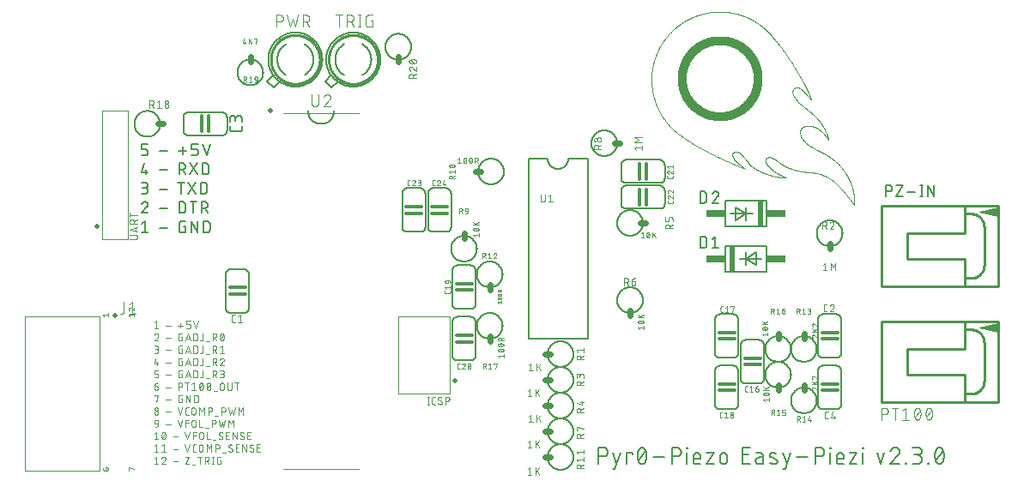
<source format=gbr>
G04 EAGLE Gerber RS-274X export*
G75*
%MOMM*%
%FSLAX34Y34*%
%LPD*%
%INSilkscreen Top*%
%IPPOS*%
%AMOC8*
5,1,8,0,0,1.08239X$1,22.5*%
G01*
%ADD10C,0.152400*%
%ADD11C,0.076200*%
%ADD12C,0.101600*%
%ADD13C,0.812800*%
%ADD14C,0.304800*%
%ADD15C,0.254000*%
%ADD16C,0.500000*%
%ADD17C,0.120000*%
%ADD18C,0.609600*%
%ADD19C,0.050800*%
%ADD20C,0.127000*%
%ADD21R,0.508000X2.540000*%
%ADD22R,1.905000X0.762000*%
%ADD23C,0.100000*%

G36*
X916042Y282334D02*
X916042Y282334D01*
X916067Y282335D01*
X916106Y282361D01*
X916148Y282379D01*
X916163Y282400D01*
X916184Y282414D01*
X916202Y282457D01*
X916228Y282495D01*
X916234Y282532D01*
X916239Y282544D01*
X916238Y282553D01*
X916241Y282575D01*
X916241Y292100D01*
X916228Y292144D01*
X916225Y292191D01*
X916209Y292211D01*
X916202Y292235D01*
X916167Y292266D01*
X916139Y292303D01*
X916116Y292312D01*
X916097Y292329D01*
X916051Y292336D01*
X916008Y292353D01*
X915970Y292349D01*
X915957Y292351D01*
X915948Y292348D01*
X915927Y292346D01*
X896878Y287584D01*
X896869Y287579D01*
X896860Y287578D01*
X896809Y287544D01*
X896756Y287513D01*
X896751Y287504D01*
X896743Y287499D01*
X896719Y287442D01*
X896691Y287388D01*
X896692Y287378D01*
X896688Y287369D01*
X896697Y287309D01*
X896703Y287247D01*
X896708Y287240D01*
X896710Y287230D01*
X896751Y287184D01*
X896788Y287135D01*
X896797Y287132D01*
X896803Y287124D01*
X896878Y287092D01*
X915927Y282329D01*
X915973Y282331D01*
X916019Y282324D01*
X916042Y282334D01*
G37*
G36*
X916042Y168034D02*
X916042Y168034D01*
X916067Y168035D01*
X916106Y168061D01*
X916148Y168079D01*
X916163Y168100D01*
X916184Y168114D01*
X916202Y168157D01*
X916228Y168195D01*
X916234Y168232D01*
X916239Y168244D01*
X916238Y168253D01*
X916241Y168275D01*
X916241Y177800D01*
X916228Y177844D01*
X916225Y177891D01*
X916209Y177911D01*
X916202Y177935D01*
X916167Y177966D01*
X916139Y178003D01*
X916116Y178012D01*
X916097Y178029D01*
X916051Y178036D01*
X916008Y178053D01*
X915970Y178049D01*
X915957Y178051D01*
X915948Y178048D01*
X915927Y178046D01*
X896878Y173284D01*
X896869Y173279D01*
X896860Y173278D01*
X896809Y173244D01*
X896756Y173213D01*
X896751Y173204D01*
X896743Y173199D01*
X896719Y173142D01*
X896691Y173088D01*
X896692Y173078D01*
X896688Y173069D01*
X896697Y173009D01*
X896703Y172947D01*
X896708Y172940D01*
X896710Y172930D01*
X896751Y172884D01*
X896788Y172835D01*
X896797Y172832D01*
X896803Y172824D01*
X896878Y172792D01*
X915927Y168029D01*
X915973Y168031D01*
X916019Y168024D01*
X916042Y168034D01*
G37*
D10*
X521462Y38862D02*
X521462Y55118D01*
X525978Y55118D01*
X526111Y55116D01*
X526243Y55110D01*
X526375Y55100D01*
X526507Y55087D01*
X526639Y55069D01*
X526769Y55048D01*
X526900Y55023D01*
X527029Y54994D01*
X527157Y54961D01*
X527285Y54925D01*
X527411Y54885D01*
X527536Y54841D01*
X527660Y54793D01*
X527782Y54742D01*
X527903Y54687D01*
X528022Y54629D01*
X528140Y54567D01*
X528255Y54502D01*
X528369Y54433D01*
X528480Y54362D01*
X528589Y54286D01*
X528696Y54208D01*
X528801Y54127D01*
X528903Y54042D01*
X529003Y53955D01*
X529100Y53865D01*
X529195Y53772D01*
X529286Y53676D01*
X529375Y53578D01*
X529461Y53477D01*
X529544Y53373D01*
X529624Y53267D01*
X529700Y53159D01*
X529774Y53049D01*
X529844Y52936D01*
X529911Y52822D01*
X529974Y52705D01*
X530034Y52587D01*
X530091Y52467D01*
X530144Y52345D01*
X530193Y52222D01*
X530239Y52098D01*
X530281Y51972D01*
X530319Y51845D01*
X530354Y51717D01*
X530385Y51588D01*
X530412Y51459D01*
X530435Y51328D01*
X530455Y51197D01*
X530470Y51065D01*
X530482Y50933D01*
X530490Y50801D01*
X530494Y50668D01*
X530494Y50536D01*
X530490Y50403D01*
X530482Y50271D01*
X530470Y50139D01*
X530455Y50007D01*
X530435Y49876D01*
X530412Y49745D01*
X530385Y49616D01*
X530354Y49487D01*
X530319Y49359D01*
X530281Y49232D01*
X530239Y49106D01*
X530193Y48982D01*
X530144Y48859D01*
X530091Y48737D01*
X530034Y48617D01*
X529974Y48499D01*
X529911Y48382D01*
X529844Y48268D01*
X529774Y48155D01*
X529700Y48045D01*
X529624Y47937D01*
X529544Y47831D01*
X529461Y47727D01*
X529375Y47626D01*
X529286Y47528D01*
X529195Y47432D01*
X529100Y47339D01*
X529003Y47249D01*
X528903Y47162D01*
X528801Y47077D01*
X528696Y46996D01*
X528589Y46918D01*
X528480Y46842D01*
X528369Y46771D01*
X528255Y46702D01*
X528140Y46637D01*
X528022Y46575D01*
X527903Y46517D01*
X527782Y46462D01*
X527660Y46411D01*
X527536Y46363D01*
X527411Y46319D01*
X527285Y46279D01*
X527157Y46243D01*
X527029Y46210D01*
X526900Y46181D01*
X526769Y46156D01*
X526639Y46135D01*
X526507Y46117D01*
X526375Y46104D01*
X526243Y46094D01*
X526111Y46088D01*
X525978Y46086D01*
X525978Y46087D02*
X521462Y46087D01*
X535701Y33443D02*
X537507Y33443D01*
X542926Y49699D01*
X535701Y49699D02*
X539314Y38862D01*
X549333Y38862D02*
X549333Y49699D01*
X554752Y49699D01*
X554752Y47893D01*
X559808Y46990D02*
X559812Y47310D01*
X559823Y47629D01*
X559842Y47949D01*
X559869Y48267D01*
X559903Y48585D01*
X559945Y48902D01*
X559995Y49218D01*
X560052Y49533D01*
X560116Y49846D01*
X560188Y50158D01*
X560267Y50468D01*
X560354Y50775D01*
X560448Y51081D01*
X560549Y51384D01*
X560658Y51685D01*
X560773Y51983D01*
X560896Y52279D01*
X561026Y52571D01*
X561163Y52860D01*
X561163Y52861D02*
X561202Y52969D01*
X561245Y53076D01*
X561291Y53181D01*
X561342Y53285D01*
X561395Y53387D01*
X561452Y53487D01*
X561513Y53585D01*
X561577Y53680D01*
X561644Y53774D01*
X561715Y53865D01*
X561788Y53954D01*
X561865Y54040D01*
X561944Y54123D01*
X562026Y54204D01*
X562111Y54282D01*
X562199Y54356D01*
X562289Y54428D01*
X562381Y54496D01*
X562476Y54562D01*
X562573Y54624D01*
X562672Y54682D01*
X562774Y54738D01*
X562876Y54789D01*
X562981Y54837D01*
X563087Y54882D01*
X563195Y54923D01*
X563304Y54960D01*
X563414Y54993D01*
X563526Y55022D01*
X563638Y55048D01*
X563751Y55070D01*
X563865Y55087D01*
X563979Y55101D01*
X564094Y55111D01*
X564209Y55117D01*
X564324Y55119D01*
X564324Y55118D02*
X564439Y55116D01*
X564554Y55110D01*
X564669Y55100D01*
X564783Y55086D01*
X564897Y55069D01*
X565010Y55047D01*
X565122Y55021D01*
X565234Y54992D01*
X565344Y54959D01*
X565453Y54922D01*
X565561Y54881D01*
X565667Y54836D01*
X565772Y54788D01*
X565874Y54737D01*
X565975Y54681D01*
X566075Y54623D01*
X566172Y54561D01*
X566266Y54496D01*
X566359Y54427D01*
X566449Y54355D01*
X566537Y54281D01*
X566622Y54203D01*
X566704Y54122D01*
X566783Y54039D01*
X566860Y53953D01*
X566933Y53864D01*
X567004Y53773D01*
X567071Y53679D01*
X567135Y53584D01*
X567196Y53486D01*
X567253Y53386D01*
X567306Y53284D01*
X567357Y53180D01*
X567403Y53075D01*
X567446Y52968D01*
X567485Y52860D01*
X567484Y52860D02*
X567621Y52571D01*
X567751Y52279D01*
X567874Y51983D01*
X567989Y51685D01*
X568098Y51384D01*
X568199Y51081D01*
X568293Y50775D01*
X568380Y50468D01*
X568459Y50158D01*
X568531Y49846D01*
X568595Y49533D01*
X568652Y49218D01*
X568702Y48902D01*
X568744Y48585D01*
X568778Y48267D01*
X568805Y47949D01*
X568824Y47629D01*
X568835Y47310D01*
X568839Y46990D01*
X559808Y46990D02*
X559812Y46670D01*
X559823Y46351D01*
X559842Y46031D01*
X559869Y45713D01*
X559903Y45395D01*
X559945Y45078D01*
X559995Y44762D01*
X560052Y44447D01*
X560116Y44134D01*
X560188Y43822D01*
X560267Y43512D01*
X560354Y43205D01*
X560448Y42899D01*
X560549Y42596D01*
X560658Y42295D01*
X560773Y41997D01*
X560896Y41701D01*
X561026Y41409D01*
X561163Y41120D01*
X561202Y41012D01*
X561245Y40905D01*
X561291Y40800D01*
X561342Y40696D01*
X561395Y40594D01*
X561452Y40494D01*
X561513Y40396D01*
X561577Y40301D01*
X561644Y40207D01*
X561715Y40116D01*
X561788Y40027D01*
X561865Y39941D01*
X561944Y39858D01*
X562026Y39777D01*
X562111Y39699D01*
X562199Y39625D01*
X562289Y39553D01*
X562382Y39484D01*
X562476Y39419D01*
X562573Y39357D01*
X562673Y39299D01*
X562774Y39243D01*
X562876Y39192D01*
X562981Y39144D01*
X563087Y39099D01*
X563195Y39058D01*
X563304Y39021D01*
X563414Y38988D01*
X563526Y38959D01*
X563638Y38933D01*
X563751Y38911D01*
X563865Y38894D01*
X563979Y38880D01*
X564094Y38870D01*
X564209Y38864D01*
X564324Y38862D01*
X567484Y41120D02*
X567621Y41409D01*
X567751Y41701D01*
X567874Y41997D01*
X567989Y42295D01*
X568098Y42596D01*
X568199Y42899D01*
X568293Y43205D01*
X568380Y43512D01*
X568459Y43822D01*
X568531Y44134D01*
X568595Y44447D01*
X568652Y44762D01*
X568702Y45078D01*
X568744Y45395D01*
X568778Y45713D01*
X568805Y46031D01*
X568824Y46351D01*
X568835Y46670D01*
X568839Y46990D01*
X567485Y41120D02*
X567446Y41012D01*
X567403Y40905D01*
X567357Y40800D01*
X567306Y40696D01*
X567253Y40594D01*
X567196Y40494D01*
X567135Y40396D01*
X567071Y40301D01*
X567004Y40207D01*
X566933Y40116D01*
X566860Y40027D01*
X566783Y39941D01*
X566704Y39858D01*
X566622Y39777D01*
X566537Y39699D01*
X566449Y39625D01*
X566359Y39553D01*
X566266Y39484D01*
X566172Y39419D01*
X566075Y39357D01*
X565975Y39299D01*
X565874Y39243D01*
X565771Y39192D01*
X565667Y39144D01*
X565561Y39099D01*
X565453Y39058D01*
X565344Y39021D01*
X565234Y38988D01*
X565122Y38959D01*
X565010Y38933D01*
X564897Y38911D01*
X564783Y38894D01*
X564669Y38880D01*
X564554Y38870D01*
X564439Y38864D01*
X564324Y38862D01*
X560711Y42474D02*
X567936Y51506D01*
X575578Y45184D02*
X586416Y45184D01*
X593887Y38862D02*
X593887Y55118D01*
X598402Y55118D01*
X598535Y55116D01*
X598667Y55110D01*
X598799Y55100D01*
X598931Y55087D01*
X599063Y55069D01*
X599193Y55048D01*
X599324Y55023D01*
X599453Y54994D01*
X599581Y54961D01*
X599709Y54925D01*
X599835Y54885D01*
X599960Y54841D01*
X600084Y54793D01*
X600206Y54742D01*
X600327Y54687D01*
X600446Y54629D01*
X600564Y54567D01*
X600679Y54502D01*
X600793Y54433D01*
X600904Y54362D01*
X601013Y54286D01*
X601120Y54208D01*
X601225Y54127D01*
X601327Y54042D01*
X601427Y53955D01*
X601524Y53865D01*
X601619Y53772D01*
X601710Y53676D01*
X601799Y53578D01*
X601885Y53477D01*
X601968Y53373D01*
X602048Y53267D01*
X602124Y53159D01*
X602198Y53049D01*
X602268Y52936D01*
X602335Y52822D01*
X602398Y52705D01*
X602458Y52587D01*
X602515Y52467D01*
X602568Y52345D01*
X602617Y52222D01*
X602663Y52098D01*
X602705Y51972D01*
X602743Y51845D01*
X602778Y51717D01*
X602809Y51588D01*
X602836Y51459D01*
X602859Y51328D01*
X602879Y51197D01*
X602894Y51065D01*
X602906Y50933D01*
X602914Y50801D01*
X602918Y50668D01*
X602918Y50536D01*
X602914Y50403D01*
X602906Y50271D01*
X602894Y50139D01*
X602879Y50007D01*
X602859Y49876D01*
X602836Y49745D01*
X602809Y49616D01*
X602778Y49487D01*
X602743Y49359D01*
X602705Y49232D01*
X602663Y49106D01*
X602617Y48982D01*
X602568Y48859D01*
X602515Y48737D01*
X602458Y48617D01*
X602398Y48499D01*
X602335Y48382D01*
X602268Y48268D01*
X602198Y48155D01*
X602124Y48045D01*
X602048Y47937D01*
X601968Y47831D01*
X601885Y47727D01*
X601799Y47626D01*
X601710Y47528D01*
X601619Y47432D01*
X601524Y47339D01*
X601427Y47249D01*
X601327Y47162D01*
X601225Y47077D01*
X601120Y46996D01*
X601013Y46918D01*
X600904Y46842D01*
X600793Y46771D01*
X600679Y46702D01*
X600564Y46637D01*
X600446Y46575D01*
X600327Y46517D01*
X600206Y46462D01*
X600084Y46411D01*
X599960Y46363D01*
X599835Y46319D01*
X599709Y46279D01*
X599581Y46243D01*
X599453Y46210D01*
X599324Y46181D01*
X599193Y46156D01*
X599063Y46135D01*
X598931Y46117D01*
X598799Y46104D01*
X598667Y46094D01*
X598535Y46088D01*
X598402Y46086D01*
X598402Y46087D02*
X593887Y46087D01*
X608612Y49699D02*
X608612Y38862D01*
X608160Y54215D02*
X608160Y55118D01*
X609064Y55118D01*
X609064Y54215D01*
X608160Y54215D01*
X617609Y38862D02*
X622124Y38862D01*
X617609Y38862D02*
X617508Y38864D01*
X617407Y38870D01*
X617306Y38879D01*
X617205Y38892D01*
X617105Y38909D01*
X617006Y38930D01*
X616908Y38954D01*
X616811Y38982D01*
X616714Y39014D01*
X616619Y39049D01*
X616526Y39088D01*
X616434Y39130D01*
X616343Y39176D01*
X616255Y39225D01*
X616168Y39277D01*
X616083Y39333D01*
X616000Y39391D01*
X615920Y39453D01*
X615842Y39518D01*
X615766Y39585D01*
X615693Y39655D01*
X615623Y39728D01*
X615556Y39804D01*
X615491Y39882D01*
X615429Y39962D01*
X615371Y40045D01*
X615315Y40130D01*
X615263Y40216D01*
X615214Y40305D01*
X615168Y40396D01*
X615126Y40488D01*
X615087Y40581D01*
X615052Y40676D01*
X615020Y40773D01*
X614992Y40870D01*
X614968Y40968D01*
X614947Y41067D01*
X614930Y41167D01*
X614917Y41268D01*
X614908Y41369D01*
X614902Y41470D01*
X614900Y41571D01*
X614899Y41571D02*
X614899Y46087D01*
X614900Y46087D02*
X614902Y46206D01*
X614908Y46326D01*
X614918Y46445D01*
X614932Y46563D01*
X614949Y46682D01*
X614971Y46799D01*
X614996Y46916D01*
X615026Y47031D01*
X615059Y47146D01*
X615096Y47260D01*
X615136Y47372D01*
X615181Y47483D01*
X615229Y47592D01*
X615280Y47700D01*
X615335Y47806D01*
X615394Y47910D01*
X615456Y48012D01*
X615521Y48112D01*
X615590Y48210D01*
X615662Y48306D01*
X615737Y48399D01*
X615814Y48489D01*
X615895Y48577D01*
X615979Y48662D01*
X616066Y48744D01*
X616155Y48824D01*
X616247Y48900D01*
X616341Y48974D01*
X616438Y49044D01*
X616536Y49111D01*
X616637Y49175D01*
X616741Y49235D01*
X616846Y49292D01*
X616953Y49345D01*
X617061Y49395D01*
X617171Y49441D01*
X617283Y49483D01*
X617396Y49522D01*
X617510Y49557D01*
X617625Y49588D01*
X617742Y49616D01*
X617859Y49639D01*
X617976Y49659D01*
X618095Y49675D01*
X618214Y49687D01*
X618333Y49695D01*
X618452Y49699D01*
X618572Y49699D01*
X618691Y49695D01*
X618810Y49687D01*
X618929Y49675D01*
X619048Y49659D01*
X619165Y49639D01*
X619282Y49616D01*
X619399Y49588D01*
X619514Y49557D01*
X619628Y49522D01*
X619741Y49483D01*
X619853Y49441D01*
X619963Y49395D01*
X620071Y49345D01*
X620178Y49292D01*
X620283Y49235D01*
X620387Y49175D01*
X620488Y49111D01*
X620586Y49044D01*
X620683Y48974D01*
X620777Y48900D01*
X620869Y48824D01*
X620958Y48744D01*
X621045Y48662D01*
X621129Y48577D01*
X621210Y48489D01*
X621287Y48399D01*
X621362Y48306D01*
X621434Y48210D01*
X621503Y48112D01*
X621568Y48012D01*
X621630Y47910D01*
X621689Y47806D01*
X621744Y47700D01*
X621795Y47592D01*
X621843Y47483D01*
X621888Y47372D01*
X621928Y47260D01*
X621965Y47146D01*
X621998Y47031D01*
X622028Y46916D01*
X622053Y46799D01*
X622075Y46682D01*
X622092Y46563D01*
X622106Y46445D01*
X622116Y46326D01*
X622122Y46206D01*
X622124Y46087D01*
X622124Y44281D01*
X614899Y44281D01*
X627925Y49699D02*
X635150Y49699D01*
X627925Y38862D01*
X635150Y38862D01*
X640951Y42474D02*
X640951Y46087D01*
X640952Y46087D02*
X640954Y46206D01*
X640960Y46326D01*
X640970Y46445D01*
X640984Y46563D01*
X641001Y46682D01*
X641023Y46799D01*
X641048Y46916D01*
X641078Y47031D01*
X641111Y47146D01*
X641148Y47260D01*
X641188Y47372D01*
X641233Y47483D01*
X641281Y47592D01*
X641332Y47700D01*
X641387Y47806D01*
X641446Y47910D01*
X641508Y48012D01*
X641573Y48112D01*
X641642Y48210D01*
X641714Y48306D01*
X641789Y48399D01*
X641866Y48489D01*
X641947Y48577D01*
X642031Y48662D01*
X642118Y48744D01*
X642207Y48824D01*
X642299Y48900D01*
X642393Y48974D01*
X642490Y49044D01*
X642588Y49111D01*
X642689Y49175D01*
X642793Y49235D01*
X642898Y49292D01*
X643005Y49345D01*
X643113Y49395D01*
X643223Y49441D01*
X643335Y49483D01*
X643448Y49522D01*
X643562Y49557D01*
X643677Y49588D01*
X643794Y49616D01*
X643911Y49639D01*
X644028Y49659D01*
X644147Y49675D01*
X644266Y49687D01*
X644385Y49695D01*
X644504Y49699D01*
X644624Y49699D01*
X644743Y49695D01*
X644862Y49687D01*
X644981Y49675D01*
X645100Y49659D01*
X645217Y49639D01*
X645334Y49616D01*
X645451Y49588D01*
X645566Y49557D01*
X645680Y49522D01*
X645793Y49483D01*
X645905Y49441D01*
X646015Y49395D01*
X646123Y49345D01*
X646230Y49292D01*
X646335Y49235D01*
X646439Y49175D01*
X646540Y49111D01*
X646638Y49044D01*
X646735Y48974D01*
X646829Y48900D01*
X646921Y48824D01*
X647010Y48744D01*
X647097Y48662D01*
X647181Y48577D01*
X647262Y48489D01*
X647339Y48399D01*
X647414Y48306D01*
X647486Y48210D01*
X647555Y48112D01*
X647620Y48012D01*
X647682Y47910D01*
X647741Y47806D01*
X647796Y47700D01*
X647847Y47592D01*
X647895Y47483D01*
X647940Y47372D01*
X647980Y47260D01*
X648017Y47146D01*
X648050Y47031D01*
X648080Y46916D01*
X648105Y46799D01*
X648127Y46682D01*
X648144Y46563D01*
X648158Y46445D01*
X648168Y46326D01*
X648174Y46206D01*
X648176Y46087D01*
X648176Y42474D01*
X648174Y42355D01*
X648168Y42235D01*
X648158Y42116D01*
X648144Y41998D01*
X648127Y41879D01*
X648105Y41762D01*
X648080Y41645D01*
X648050Y41530D01*
X648017Y41415D01*
X647980Y41301D01*
X647940Y41189D01*
X647895Y41078D01*
X647847Y40969D01*
X647796Y40861D01*
X647741Y40755D01*
X647682Y40651D01*
X647620Y40549D01*
X647555Y40449D01*
X647486Y40351D01*
X647414Y40255D01*
X647339Y40162D01*
X647262Y40072D01*
X647181Y39984D01*
X647097Y39899D01*
X647010Y39817D01*
X646921Y39737D01*
X646829Y39661D01*
X646735Y39587D01*
X646638Y39517D01*
X646540Y39450D01*
X646439Y39386D01*
X646335Y39326D01*
X646230Y39269D01*
X646123Y39216D01*
X646015Y39166D01*
X645905Y39120D01*
X645793Y39078D01*
X645680Y39039D01*
X645566Y39004D01*
X645451Y38973D01*
X645334Y38945D01*
X645217Y38922D01*
X645100Y38902D01*
X644981Y38886D01*
X644862Y38874D01*
X644743Y38866D01*
X644624Y38862D01*
X644504Y38862D01*
X644385Y38866D01*
X644266Y38874D01*
X644147Y38886D01*
X644028Y38902D01*
X643911Y38922D01*
X643794Y38945D01*
X643677Y38973D01*
X643562Y39004D01*
X643448Y39039D01*
X643335Y39078D01*
X643223Y39120D01*
X643113Y39166D01*
X643005Y39216D01*
X642898Y39269D01*
X642793Y39326D01*
X642689Y39386D01*
X642588Y39450D01*
X642490Y39517D01*
X642393Y39587D01*
X642299Y39661D01*
X642207Y39737D01*
X642118Y39817D01*
X642031Y39899D01*
X641947Y39984D01*
X641866Y40072D01*
X641789Y40162D01*
X641714Y40255D01*
X641642Y40351D01*
X641573Y40449D01*
X641508Y40549D01*
X641446Y40651D01*
X641387Y40755D01*
X641332Y40861D01*
X641281Y40969D01*
X641233Y41078D01*
X641188Y41189D01*
X641148Y41301D01*
X641111Y41415D01*
X641078Y41530D01*
X641048Y41645D01*
X641023Y41762D01*
X641001Y41879D01*
X640984Y41998D01*
X640970Y42116D01*
X640960Y42235D01*
X640954Y42355D01*
X640952Y42474D01*
X663525Y38862D02*
X670750Y38862D01*
X663525Y38862D02*
X663525Y55118D01*
X670750Y55118D01*
X668944Y47893D02*
X663525Y47893D01*
X679470Y45184D02*
X683534Y45184D01*
X679470Y45184D02*
X679358Y45182D01*
X679247Y45176D01*
X679136Y45166D01*
X679025Y45153D01*
X678915Y45135D01*
X678806Y45113D01*
X678697Y45088D01*
X678589Y45059D01*
X678483Y45026D01*
X678377Y44989D01*
X678273Y44949D01*
X678171Y44905D01*
X678070Y44857D01*
X677971Y44806D01*
X677873Y44751D01*
X677778Y44693D01*
X677685Y44632D01*
X677594Y44567D01*
X677505Y44499D01*
X677419Y44428D01*
X677336Y44355D01*
X677255Y44278D01*
X677176Y44198D01*
X677101Y44116D01*
X677029Y44031D01*
X676959Y43944D01*
X676893Y43854D01*
X676830Y43762D01*
X676770Y43667D01*
X676714Y43571D01*
X676661Y43473D01*
X676612Y43373D01*
X676566Y43271D01*
X676524Y43168D01*
X676485Y43063D01*
X676450Y42957D01*
X676419Y42850D01*
X676392Y42742D01*
X676368Y42633D01*
X676349Y42523D01*
X676333Y42413D01*
X676321Y42302D01*
X676313Y42190D01*
X676309Y42079D01*
X676309Y41967D01*
X676313Y41856D01*
X676321Y41744D01*
X676333Y41633D01*
X676349Y41523D01*
X676368Y41413D01*
X676392Y41304D01*
X676419Y41196D01*
X676450Y41089D01*
X676485Y40983D01*
X676524Y40878D01*
X676566Y40775D01*
X676612Y40673D01*
X676661Y40573D01*
X676714Y40475D01*
X676770Y40379D01*
X676830Y40284D01*
X676893Y40192D01*
X676959Y40102D01*
X677029Y40015D01*
X677101Y39930D01*
X677176Y39848D01*
X677255Y39768D01*
X677336Y39691D01*
X677419Y39618D01*
X677505Y39547D01*
X677594Y39479D01*
X677685Y39414D01*
X677778Y39353D01*
X677873Y39295D01*
X677971Y39240D01*
X678070Y39189D01*
X678171Y39141D01*
X678273Y39097D01*
X678377Y39057D01*
X678483Y39020D01*
X678589Y38987D01*
X678697Y38958D01*
X678806Y38933D01*
X678915Y38911D01*
X679025Y38893D01*
X679136Y38880D01*
X679247Y38870D01*
X679358Y38864D01*
X679470Y38862D01*
X683534Y38862D01*
X683534Y46990D01*
X683533Y46990D02*
X683531Y47091D01*
X683525Y47192D01*
X683516Y47293D01*
X683503Y47394D01*
X683486Y47494D01*
X683465Y47593D01*
X683441Y47691D01*
X683413Y47788D01*
X683381Y47885D01*
X683346Y47980D01*
X683307Y48073D01*
X683265Y48165D01*
X683219Y48256D01*
X683170Y48345D01*
X683118Y48431D01*
X683062Y48516D01*
X683004Y48599D01*
X682942Y48679D01*
X682877Y48757D01*
X682810Y48833D01*
X682740Y48906D01*
X682667Y48976D01*
X682591Y49043D01*
X682513Y49108D01*
X682433Y49170D01*
X682350Y49228D01*
X682265Y49284D01*
X682179Y49336D01*
X682090Y49385D01*
X681999Y49431D01*
X681907Y49473D01*
X681814Y49512D01*
X681719Y49547D01*
X681622Y49579D01*
X681525Y49607D01*
X681427Y49631D01*
X681328Y49652D01*
X681228Y49669D01*
X681127Y49682D01*
X681026Y49691D01*
X680925Y49697D01*
X680824Y49699D01*
X677212Y49699D01*
X691805Y45184D02*
X696320Y43378D01*
X691805Y45184D02*
X691717Y45221D01*
X691631Y45262D01*
X691546Y45306D01*
X691463Y45354D01*
X691383Y45405D01*
X691304Y45459D01*
X691228Y45517D01*
X691154Y45577D01*
X691082Y45641D01*
X691014Y45707D01*
X690948Y45777D01*
X690885Y45848D01*
X690824Y45923D01*
X690767Y45999D01*
X690714Y46078D01*
X690663Y46159D01*
X690616Y46242D01*
X690572Y46327D01*
X690532Y46414D01*
X690495Y46502D01*
X690462Y46592D01*
X690432Y46683D01*
X690407Y46775D01*
X690385Y46868D01*
X690367Y46962D01*
X690352Y47056D01*
X690342Y47151D01*
X690336Y47247D01*
X690333Y47342D01*
X690334Y47438D01*
X690340Y47533D01*
X690349Y47629D01*
X690362Y47723D01*
X690378Y47817D01*
X690399Y47911D01*
X690424Y48003D01*
X690452Y48094D01*
X690484Y48184D01*
X690519Y48273D01*
X690558Y48360D01*
X690601Y48446D01*
X690647Y48530D01*
X690697Y48611D01*
X690749Y48691D01*
X690805Y48769D01*
X690865Y48844D01*
X690927Y48916D01*
X690992Y48986D01*
X691060Y49054D01*
X691130Y49118D01*
X691203Y49180D01*
X691279Y49238D01*
X691357Y49294D01*
X691437Y49346D01*
X691519Y49395D01*
X691603Y49440D01*
X691689Y49482D01*
X691776Y49521D01*
X691865Y49556D01*
X691956Y49587D01*
X692047Y49614D01*
X692140Y49638D01*
X692233Y49658D01*
X692327Y49674D01*
X692422Y49686D01*
X692517Y49695D01*
X692613Y49699D01*
X692708Y49700D01*
X692955Y49693D01*
X693201Y49681D01*
X693447Y49663D01*
X693693Y49638D01*
X693937Y49608D01*
X694181Y49572D01*
X694424Y49531D01*
X694666Y49483D01*
X694907Y49429D01*
X695146Y49370D01*
X695384Y49305D01*
X695620Y49234D01*
X695855Y49158D01*
X696088Y49076D01*
X696318Y48988D01*
X696546Y48895D01*
X696773Y48797D01*
X696321Y43377D02*
X696409Y43340D01*
X696495Y43299D01*
X696580Y43255D01*
X696663Y43207D01*
X696743Y43156D01*
X696822Y43102D01*
X696898Y43044D01*
X696972Y42984D01*
X697044Y42920D01*
X697112Y42854D01*
X697178Y42784D01*
X697241Y42713D01*
X697302Y42638D01*
X697359Y42562D01*
X697412Y42483D01*
X697463Y42402D01*
X697510Y42319D01*
X697554Y42234D01*
X697594Y42147D01*
X697631Y42059D01*
X697664Y41969D01*
X697694Y41878D01*
X697719Y41786D01*
X697741Y41693D01*
X697759Y41599D01*
X697774Y41505D01*
X697784Y41410D01*
X697790Y41314D01*
X697793Y41219D01*
X697792Y41123D01*
X697786Y41028D01*
X697777Y40932D01*
X697764Y40838D01*
X697748Y40744D01*
X697727Y40650D01*
X697702Y40558D01*
X697674Y40467D01*
X697642Y40377D01*
X697607Y40288D01*
X697568Y40201D01*
X697525Y40115D01*
X697479Y40031D01*
X697429Y39950D01*
X697377Y39870D01*
X697321Y39792D01*
X697261Y39717D01*
X697199Y39645D01*
X697134Y39575D01*
X697066Y39507D01*
X696996Y39443D01*
X696923Y39381D01*
X696847Y39323D01*
X696769Y39267D01*
X696689Y39215D01*
X696607Y39166D01*
X696523Y39121D01*
X696437Y39079D01*
X696350Y39040D01*
X696261Y39005D01*
X696170Y38974D01*
X696079Y38947D01*
X695986Y38923D01*
X695893Y38903D01*
X695799Y38887D01*
X695704Y38875D01*
X695609Y38866D01*
X695513Y38862D01*
X695418Y38861D01*
X695417Y38862D02*
X695055Y38871D01*
X694693Y38889D01*
X694332Y38916D01*
X693972Y38951D01*
X693612Y38994D01*
X693253Y39046D01*
X692896Y39107D01*
X692541Y39176D01*
X692187Y39253D01*
X691835Y39339D01*
X691485Y39433D01*
X691137Y39536D01*
X690792Y39646D01*
X690450Y39765D01*
X703476Y33443D02*
X705282Y33443D01*
X710701Y49699D01*
X703476Y49699D02*
X707089Y38862D01*
X716780Y45184D02*
X727617Y45184D01*
X735089Y38862D02*
X735089Y55118D01*
X739604Y55118D01*
X739737Y55116D01*
X739869Y55110D01*
X740001Y55100D01*
X740133Y55087D01*
X740265Y55069D01*
X740395Y55048D01*
X740526Y55023D01*
X740655Y54994D01*
X740783Y54961D01*
X740911Y54925D01*
X741037Y54885D01*
X741162Y54841D01*
X741286Y54793D01*
X741408Y54742D01*
X741529Y54687D01*
X741648Y54629D01*
X741766Y54567D01*
X741881Y54502D01*
X741995Y54433D01*
X742106Y54362D01*
X742215Y54286D01*
X742322Y54208D01*
X742427Y54127D01*
X742529Y54042D01*
X742629Y53955D01*
X742726Y53865D01*
X742821Y53772D01*
X742912Y53676D01*
X743001Y53578D01*
X743087Y53477D01*
X743170Y53373D01*
X743250Y53267D01*
X743326Y53159D01*
X743400Y53049D01*
X743470Y52936D01*
X743537Y52822D01*
X743600Y52705D01*
X743660Y52587D01*
X743717Y52467D01*
X743770Y52345D01*
X743819Y52222D01*
X743865Y52098D01*
X743907Y51972D01*
X743945Y51845D01*
X743980Y51717D01*
X744011Y51588D01*
X744038Y51459D01*
X744061Y51328D01*
X744081Y51197D01*
X744096Y51065D01*
X744108Y50933D01*
X744116Y50801D01*
X744120Y50668D01*
X744120Y50536D01*
X744116Y50403D01*
X744108Y50271D01*
X744096Y50139D01*
X744081Y50007D01*
X744061Y49876D01*
X744038Y49745D01*
X744011Y49616D01*
X743980Y49487D01*
X743945Y49359D01*
X743907Y49232D01*
X743865Y49106D01*
X743819Y48982D01*
X743770Y48859D01*
X743717Y48737D01*
X743660Y48617D01*
X743600Y48499D01*
X743537Y48382D01*
X743470Y48268D01*
X743400Y48155D01*
X743326Y48045D01*
X743250Y47937D01*
X743170Y47831D01*
X743087Y47727D01*
X743001Y47626D01*
X742912Y47528D01*
X742821Y47432D01*
X742726Y47339D01*
X742629Y47249D01*
X742529Y47162D01*
X742427Y47077D01*
X742322Y46996D01*
X742215Y46918D01*
X742106Y46842D01*
X741995Y46771D01*
X741881Y46702D01*
X741766Y46637D01*
X741648Y46575D01*
X741529Y46517D01*
X741408Y46462D01*
X741286Y46411D01*
X741162Y46363D01*
X741037Y46319D01*
X740911Y46279D01*
X740783Y46243D01*
X740655Y46210D01*
X740526Y46181D01*
X740395Y46156D01*
X740265Y46135D01*
X740133Y46117D01*
X740001Y46104D01*
X739869Y46094D01*
X739737Y46088D01*
X739604Y46086D01*
X739604Y46087D02*
X735089Y46087D01*
X749814Y49699D02*
X749814Y38862D01*
X749362Y54215D02*
X749362Y55118D01*
X750266Y55118D01*
X750266Y54215D01*
X749362Y54215D01*
X758811Y38862D02*
X763326Y38862D01*
X758811Y38862D02*
X758710Y38864D01*
X758609Y38870D01*
X758508Y38879D01*
X758407Y38892D01*
X758307Y38909D01*
X758208Y38930D01*
X758110Y38954D01*
X758013Y38982D01*
X757916Y39014D01*
X757821Y39049D01*
X757728Y39088D01*
X757636Y39130D01*
X757545Y39176D01*
X757457Y39225D01*
X757370Y39277D01*
X757285Y39333D01*
X757202Y39391D01*
X757122Y39453D01*
X757044Y39518D01*
X756968Y39585D01*
X756895Y39655D01*
X756825Y39728D01*
X756758Y39804D01*
X756693Y39882D01*
X756631Y39962D01*
X756573Y40045D01*
X756517Y40130D01*
X756465Y40216D01*
X756416Y40305D01*
X756370Y40396D01*
X756328Y40488D01*
X756289Y40581D01*
X756254Y40676D01*
X756222Y40773D01*
X756194Y40870D01*
X756170Y40968D01*
X756149Y41067D01*
X756132Y41167D01*
X756119Y41268D01*
X756110Y41369D01*
X756104Y41470D01*
X756102Y41571D01*
X756101Y41571D02*
X756101Y46087D01*
X756102Y46087D02*
X756104Y46206D01*
X756110Y46326D01*
X756120Y46445D01*
X756134Y46563D01*
X756151Y46682D01*
X756173Y46799D01*
X756198Y46916D01*
X756228Y47031D01*
X756261Y47146D01*
X756298Y47260D01*
X756338Y47372D01*
X756383Y47483D01*
X756431Y47592D01*
X756482Y47700D01*
X756537Y47806D01*
X756596Y47910D01*
X756658Y48012D01*
X756723Y48112D01*
X756792Y48210D01*
X756864Y48306D01*
X756939Y48399D01*
X757016Y48489D01*
X757097Y48577D01*
X757181Y48662D01*
X757268Y48744D01*
X757357Y48824D01*
X757449Y48900D01*
X757543Y48974D01*
X757640Y49044D01*
X757738Y49111D01*
X757839Y49175D01*
X757943Y49235D01*
X758048Y49292D01*
X758155Y49345D01*
X758263Y49395D01*
X758373Y49441D01*
X758485Y49483D01*
X758598Y49522D01*
X758712Y49557D01*
X758827Y49588D01*
X758944Y49616D01*
X759061Y49639D01*
X759178Y49659D01*
X759297Y49675D01*
X759416Y49687D01*
X759535Y49695D01*
X759654Y49699D01*
X759774Y49699D01*
X759893Y49695D01*
X760012Y49687D01*
X760131Y49675D01*
X760250Y49659D01*
X760367Y49639D01*
X760484Y49616D01*
X760601Y49588D01*
X760716Y49557D01*
X760830Y49522D01*
X760943Y49483D01*
X761055Y49441D01*
X761165Y49395D01*
X761273Y49345D01*
X761380Y49292D01*
X761485Y49235D01*
X761589Y49175D01*
X761690Y49111D01*
X761788Y49044D01*
X761885Y48974D01*
X761979Y48900D01*
X762071Y48824D01*
X762160Y48744D01*
X762247Y48662D01*
X762331Y48577D01*
X762412Y48489D01*
X762489Y48399D01*
X762564Y48306D01*
X762636Y48210D01*
X762705Y48112D01*
X762770Y48012D01*
X762832Y47910D01*
X762891Y47806D01*
X762946Y47700D01*
X762997Y47592D01*
X763045Y47483D01*
X763090Y47372D01*
X763130Y47260D01*
X763167Y47146D01*
X763200Y47031D01*
X763230Y46916D01*
X763255Y46799D01*
X763277Y46682D01*
X763294Y46563D01*
X763308Y46445D01*
X763318Y46326D01*
X763324Y46206D01*
X763326Y46087D01*
X763326Y44281D01*
X756101Y44281D01*
X769127Y49699D02*
X776352Y49699D01*
X769127Y38862D01*
X776352Y38862D01*
X782118Y38862D02*
X782118Y49699D01*
X781667Y54215D02*
X781667Y55118D01*
X782570Y55118D01*
X782570Y54215D01*
X781667Y54215D01*
X796221Y49699D02*
X799834Y38862D01*
X803446Y49699D01*
X814353Y55118D02*
X814478Y55116D01*
X814603Y55110D01*
X814728Y55101D01*
X814852Y55087D01*
X814976Y55070D01*
X815100Y55049D01*
X815222Y55024D01*
X815344Y54995D01*
X815465Y54963D01*
X815585Y54927D01*
X815704Y54887D01*
X815821Y54844D01*
X815937Y54797D01*
X816052Y54746D01*
X816164Y54692D01*
X816276Y54634D01*
X816385Y54574D01*
X816492Y54509D01*
X816598Y54442D01*
X816701Y54371D01*
X816802Y54297D01*
X816901Y54220D01*
X816997Y54140D01*
X817091Y54057D01*
X817182Y53972D01*
X817271Y53883D01*
X817356Y53792D01*
X817439Y53698D01*
X817519Y53602D01*
X817596Y53503D01*
X817670Y53402D01*
X817741Y53299D01*
X817808Y53193D01*
X817873Y53086D01*
X817933Y52977D01*
X817991Y52865D01*
X818045Y52753D01*
X818096Y52638D01*
X818143Y52522D01*
X818186Y52405D01*
X818226Y52286D01*
X818262Y52166D01*
X818294Y52045D01*
X818323Y51923D01*
X818348Y51801D01*
X818369Y51677D01*
X818386Y51553D01*
X818400Y51429D01*
X818409Y51304D01*
X818415Y51179D01*
X818417Y51054D01*
X814353Y55118D02*
X814210Y55116D01*
X814068Y55110D01*
X813925Y55100D01*
X813783Y55087D01*
X813642Y55069D01*
X813500Y55048D01*
X813360Y55023D01*
X813220Y54994D01*
X813081Y54961D01*
X812943Y54924D01*
X812806Y54884D01*
X812671Y54840D01*
X812536Y54792D01*
X812403Y54740D01*
X812271Y54685D01*
X812141Y54626D01*
X812013Y54564D01*
X811886Y54498D01*
X811761Y54429D01*
X811638Y54357D01*
X811518Y54281D01*
X811399Y54202D01*
X811282Y54119D01*
X811168Y54034D01*
X811056Y53945D01*
X810947Y53854D01*
X810840Y53759D01*
X810735Y53662D01*
X810634Y53561D01*
X810535Y53458D01*
X810439Y53353D01*
X810346Y53244D01*
X810256Y53133D01*
X810169Y53020D01*
X810085Y52905D01*
X810005Y52787D01*
X809927Y52667D01*
X809853Y52545D01*
X809783Y52421D01*
X809715Y52295D01*
X809652Y52167D01*
X809591Y52038D01*
X809534Y51907D01*
X809481Y51775D01*
X809432Y51641D01*
X809386Y51506D01*
X817062Y47893D02*
X817156Y47985D01*
X817246Y48079D01*
X817334Y48176D01*
X817419Y48276D01*
X817501Y48378D01*
X817580Y48483D01*
X817655Y48590D01*
X817727Y48699D01*
X817796Y48810D01*
X817862Y48924D01*
X817924Y49039D01*
X817983Y49156D01*
X818038Y49275D01*
X818089Y49395D01*
X818137Y49517D01*
X818182Y49640D01*
X818222Y49764D01*
X818259Y49890D01*
X818292Y50017D01*
X818321Y50144D01*
X818347Y50273D01*
X818368Y50402D01*
X818386Y50532D01*
X818399Y50662D01*
X818409Y50792D01*
X818415Y50923D01*
X818417Y51054D01*
X817063Y47893D02*
X809386Y38862D01*
X818417Y38862D01*
X824392Y38862D02*
X824392Y39765D01*
X825295Y39765D01*
X825295Y38862D01*
X824392Y38862D01*
X831270Y38862D02*
X835786Y38862D01*
X835919Y38864D01*
X836051Y38870D01*
X836183Y38880D01*
X836315Y38893D01*
X836447Y38911D01*
X836577Y38932D01*
X836708Y38957D01*
X836837Y38986D01*
X836965Y39019D01*
X837093Y39055D01*
X837219Y39095D01*
X837344Y39139D01*
X837468Y39187D01*
X837590Y39238D01*
X837711Y39293D01*
X837830Y39351D01*
X837948Y39413D01*
X838063Y39478D01*
X838177Y39547D01*
X838288Y39618D01*
X838397Y39694D01*
X838504Y39772D01*
X838609Y39853D01*
X838711Y39938D01*
X838811Y40025D01*
X838908Y40115D01*
X839003Y40208D01*
X839094Y40304D01*
X839183Y40402D01*
X839269Y40503D01*
X839352Y40607D01*
X839432Y40713D01*
X839508Y40821D01*
X839582Y40931D01*
X839652Y41044D01*
X839719Y41158D01*
X839782Y41275D01*
X839842Y41393D01*
X839899Y41513D01*
X839952Y41635D01*
X840001Y41758D01*
X840047Y41882D01*
X840089Y42008D01*
X840127Y42135D01*
X840162Y42263D01*
X840193Y42392D01*
X840220Y42521D01*
X840243Y42652D01*
X840263Y42783D01*
X840278Y42915D01*
X840290Y43047D01*
X840298Y43179D01*
X840302Y43312D01*
X840302Y43444D01*
X840298Y43577D01*
X840290Y43709D01*
X840278Y43841D01*
X840263Y43973D01*
X840243Y44104D01*
X840220Y44235D01*
X840193Y44364D01*
X840162Y44493D01*
X840127Y44621D01*
X840089Y44748D01*
X840047Y44874D01*
X840001Y44998D01*
X839952Y45121D01*
X839899Y45243D01*
X839842Y45363D01*
X839782Y45481D01*
X839719Y45598D01*
X839652Y45712D01*
X839582Y45825D01*
X839508Y45935D01*
X839432Y46043D01*
X839352Y46149D01*
X839269Y46253D01*
X839183Y46354D01*
X839094Y46452D01*
X839003Y46548D01*
X838908Y46641D01*
X838811Y46731D01*
X838711Y46818D01*
X838609Y46903D01*
X838504Y46984D01*
X838397Y47062D01*
X838288Y47138D01*
X838177Y47209D01*
X838063Y47278D01*
X837948Y47343D01*
X837830Y47405D01*
X837711Y47463D01*
X837590Y47518D01*
X837468Y47569D01*
X837344Y47617D01*
X837219Y47661D01*
X837093Y47701D01*
X836965Y47737D01*
X836837Y47770D01*
X836708Y47799D01*
X836577Y47824D01*
X836447Y47845D01*
X836315Y47863D01*
X836183Y47876D01*
X836051Y47886D01*
X835919Y47892D01*
X835786Y47894D01*
X836689Y55118D02*
X831270Y55118D01*
X836689Y55118D02*
X836808Y55116D01*
X836928Y55110D01*
X837047Y55100D01*
X837165Y55086D01*
X837284Y55069D01*
X837401Y55047D01*
X837518Y55022D01*
X837633Y54992D01*
X837748Y54959D01*
X837862Y54922D01*
X837974Y54882D01*
X838085Y54837D01*
X838194Y54789D01*
X838302Y54738D01*
X838408Y54683D01*
X838512Y54624D01*
X838614Y54562D01*
X838714Y54497D01*
X838812Y54428D01*
X838908Y54356D01*
X839001Y54281D01*
X839091Y54204D01*
X839179Y54123D01*
X839264Y54039D01*
X839346Y53952D01*
X839426Y53863D01*
X839502Y53771D01*
X839576Y53677D01*
X839646Y53580D01*
X839713Y53482D01*
X839777Y53381D01*
X839837Y53277D01*
X839894Y53172D01*
X839947Y53065D01*
X839997Y52957D01*
X840043Y52847D01*
X840085Y52735D01*
X840124Y52622D01*
X840159Y52508D01*
X840190Y52393D01*
X840218Y52276D01*
X840241Y52159D01*
X840261Y52042D01*
X840277Y51923D01*
X840289Y51804D01*
X840297Y51685D01*
X840301Y51566D01*
X840301Y51446D01*
X840297Y51327D01*
X840289Y51208D01*
X840277Y51089D01*
X840261Y50970D01*
X840241Y50853D01*
X840218Y50736D01*
X840190Y50619D01*
X840159Y50504D01*
X840124Y50390D01*
X840085Y50277D01*
X840043Y50165D01*
X839997Y50055D01*
X839947Y49947D01*
X839894Y49840D01*
X839837Y49735D01*
X839777Y49631D01*
X839713Y49530D01*
X839646Y49432D01*
X839576Y49335D01*
X839502Y49241D01*
X839426Y49149D01*
X839346Y49060D01*
X839264Y48973D01*
X839179Y48889D01*
X839091Y48808D01*
X839001Y48731D01*
X838908Y48656D01*
X838812Y48584D01*
X838714Y48515D01*
X838614Y48450D01*
X838512Y48388D01*
X838408Y48329D01*
X838302Y48274D01*
X838194Y48223D01*
X838085Y48175D01*
X837974Y48130D01*
X837862Y48090D01*
X837748Y48053D01*
X837633Y48020D01*
X837518Y47990D01*
X837401Y47965D01*
X837284Y47943D01*
X837165Y47926D01*
X837047Y47912D01*
X836928Y47902D01*
X836808Y47896D01*
X836689Y47894D01*
X836689Y47893D02*
X833076Y47893D01*
X846276Y39765D02*
X846276Y38862D01*
X846276Y39765D02*
X847179Y39765D01*
X847179Y38862D01*
X846276Y38862D01*
X853154Y46990D02*
X853158Y47310D01*
X853169Y47629D01*
X853188Y47949D01*
X853215Y48267D01*
X853249Y48585D01*
X853291Y48902D01*
X853341Y49218D01*
X853398Y49533D01*
X853462Y49846D01*
X853534Y50158D01*
X853613Y50468D01*
X853700Y50775D01*
X853794Y51081D01*
X853895Y51384D01*
X854004Y51685D01*
X854119Y51983D01*
X854242Y52279D01*
X854372Y52571D01*
X854509Y52860D01*
X854508Y52861D02*
X854547Y52969D01*
X854590Y53076D01*
X854636Y53181D01*
X854687Y53285D01*
X854740Y53387D01*
X854797Y53487D01*
X854858Y53585D01*
X854922Y53680D01*
X854989Y53774D01*
X855060Y53865D01*
X855133Y53954D01*
X855210Y54040D01*
X855289Y54123D01*
X855371Y54204D01*
X855456Y54282D01*
X855544Y54356D01*
X855634Y54428D01*
X855726Y54496D01*
X855821Y54562D01*
X855918Y54624D01*
X856017Y54682D01*
X856119Y54738D01*
X856221Y54789D01*
X856326Y54837D01*
X856432Y54882D01*
X856540Y54923D01*
X856649Y54960D01*
X856759Y54993D01*
X856871Y55022D01*
X856983Y55048D01*
X857096Y55070D01*
X857210Y55087D01*
X857324Y55101D01*
X857439Y55111D01*
X857554Y55117D01*
X857669Y55119D01*
X857669Y55118D02*
X857784Y55116D01*
X857899Y55110D01*
X858014Y55100D01*
X858128Y55086D01*
X858242Y55069D01*
X858355Y55047D01*
X858467Y55021D01*
X858579Y54992D01*
X858689Y54959D01*
X858798Y54922D01*
X858906Y54881D01*
X859012Y54836D01*
X859117Y54788D01*
X859219Y54737D01*
X859320Y54681D01*
X859420Y54623D01*
X859517Y54561D01*
X859611Y54496D01*
X859704Y54427D01*
X859794Y54355D01*
X859882Y54281D01*
X859967Y54203D01*
X860049Y54122D01*
X860128Y54039D01*
X860205Y53953D01*
X860278Y53864D01*
X860349Y53773D01*
X860416Y53679D01*
X860480Y53584D01*
X860541Y53486D01*
X860598Y53386D01*
X860651Y53284D01*
X860702Y53180D01*
X860748Y53075D01*
X860791Y52968D01*
X860830Y52860D01*
X860967Y52571D01*
X861097Y52279D01*
X861220Y51983D01*
X861335Y51685D01*
X861444Y51384D01*
X861545Y51081D01*
X861639Y50775D01*
X861726Y50468D01*
X861805Y50158D01*
X861877Y49846D01*
X861941Y49533D01*
X861998Y49218D01*
X862048Y48902D01*
X862090Y48585D01*
X862124Y48267D01*
X862151Y47949D01*
X862170Y47629D01*
X862181Y47310D01*
X862185Y46990D01*
X853154Y46990D02*
X853158Y46670D01*
X853169Y46351D01*
X853188Y46031D01*
X853215Y45713D01*
X853249Y45395D01*
X853291Y45078D01*
X853341Y44762D01*
X853398Y44447D01*
X853462Y44134D01*
X853534Y43822D01*
X853613Y43512D01*
X853700Y43205D01*
X853794Y42899D01*
X853895Y42596D01*
X854004Y42295D01*
X854119Y41997D01*
X854242Y41701D01*
X854372Y41409D01*
X854509Y41120D01*
X854508Y41120D02*
X854547Y41012D01*
X854590Y40905D01*
X854636Y40800D01*
X854687Y40696D01*
X854740Y40594D01*
X854797Y40494D01*
X854858Y40396D01*
X854922Y40301D01*
X854989Y40207D01*
X855060Y40116D01*
X855133Y40027D01*
X855210Y39941D01*
X855289Y39858D01*
X855371Y39777D01*
X855456Y39699D01*
X855544Y39625D01*
X855634Y39553D01*
X855727Y39484D01*
X855821Y39419D01*
X855918Y39357D01*
X856018Y39299D01*
X856119Y39243D01*
X856221Y39192D01*
X856326Y39144D01*
X856432Y39099D01*
X856540Y39058D01*
X856649Y39021D01*
X856759Y38988D01*
X856871Y38959D01*
X856983Y38933D01*
X857096Y38911D01*
X857210Y38894D01*
X857324Y38880D01*
X857439Y38870D01*
X857554Y38864D01*
X857669Y38862D01*
X860829Y41120D02*
X860966Y41409D01*
X861096Y41701D01*
X861219Y41997D01*
X861334Y42295D01*
X861443Y42596D01*
X861544Y42899D01*
X861638Y43205D01*
X861725Y43512D01*
X861804Y43822D01*
X861876Y44134D01*
X861940Y44447D01*
X861997Y44762D01*
X862047Y45078D01*
X862089Y45395D01*
X862123Y45713D01*
X862150Y46031D01*
X862169Y46351D01*
X862180Y46670D01*
X862184Y46990D01*
X860830Y41120D02*
X860791Y41012D01*
X860748Y40905D01*
X860702Y40800D01*
X860651Y40696D01*
X860598Y40594D01*
X860541Y40494D01*
X860480Y40396D01*
X860416Y40301D01*
X860349Y40207D01*
X860278Y40116D01*
X860205Y40027D01*
X860128Y39941D01*
X860049Y39858D01*
X859967Y39777D01*
X859882Y39699D01*
X859794Y39625D01*
X859704Y39553D01*
X859611Y39484D01*
X859517Y39419D01*
X859420Y39357D01*
X859320Y39299D01*
X859219Y39243D01*
X859116Y39192D01*
X859012Y39144D01*
X858906Y39099D01*
X858798Y39058D01*
X858689Y39021D01*
X858579Y38988D01*
X858467Y38959D01*
X858355Y38933D01*
X858242Y38911D01*
X858128Y38894D01*
X858014Y38880D01*
X857899Y38870D01*
X857784Y38864D01*
X857669Y38862D01*
X854057Y42474D02*
X861282Y51506D01*
D11*
X33570Y184531D02*
X32385Y186013D01*
X37719Y186013D01*
X37719Y187494D02*
X37719Y184531D01*
X57785Y186013D02*
X58970Y184531D01*
X57785Y186013D02*
X63119Y186013D01*
X63119Y187494D02*
X63119Y184531D01*
X57785Y191647D02*
X57787Y191719D01*
X57793Y191791D01*
X57803Y191863D01*
X57816Y191934D01*
X57834Y192004D01*
X57855Y192073D01*
X57880Y192141D01*
X57908Y192207D01*
X57940Y192272D01*
X57976Y192335D01*
X58015Y192396D01*
X58057Y192454D01*
X58102Y192511D01*
X58151Y192564D01*
X58202Y192615D01*
X58255Y192664D01*
X58312Y192709D01*
X58370Y192751D01*
X58431Y192790D01*
X58494Y192826D01*
X58559Y192858D01*
X58625Y192886D01*
X58693Y192911D01*
X58762Y192932D01*
X58832Y192950D01*
X58903Y192963D01*
X58975Y192973D01*
X59047Y192979D01*
X59119Y192981D01*
X57785Y191647D02*
X57787Y191567D01*
X57792Y191488D01*
X57802Y191408D01*
X57815Y191330D01*
X57831Y191252D01*
X57851Y191175D01*
X57875Y191098D01*
X57903Y191023D01*
X57933Y190950D01*
X57967Y190878D01*
X58005Y190807D01*
X58046Y190739D01*
X58090Y190672D01*
X58136Y190607D01*
X58186Y190545D01*
X58239Y190485D01*
X58295Y190428D01*
X58353Y190373D01*
X58413Y190321D01*
X58476Y190272D01*
X58541Y190226D01*
X58608Y190183D01*
X58678Y190143D01*
X58748Y190107D01*
X58821Y190073D01*
X58895Y190044D01*
X58970Y190017D01*
X60156Y192536D02*
X60105Y192587D01*
X60051Y192635D01*
X59995Y192681D01*
X59936Y192724D01*
X59876Y192764D01*
X59813Y192800D01*
X59749Y192834D01*
X59683Y192864D01*
X59616Y192891D01*
X59547Y192914D01*
X59478Y192934D01*
X59407Y192951D01*
X59336Y192964D01*
X59264Y192973D01*
X59191Y192978D01*
X59119Y192980D01*
X60156Y192536D02*
X63119Y190017D01*
X63119Y192981D01*
X34756Y33909D02*
X34756Y32131D01*
X34756Y33909D02*
X34758Y33975D01*
X34763Y34042D01*
X34773Y34107D01*
X34786Y34173D01*
X34802Y34237D01*
X34822Y34300D01*
X34846Y34362D01*
X34873Y34423D01*
X34904Y34482D01*
X34938Y34539D01*
X34975Y34595D01*
X35015Y34648D01*
X35057Y34699D01*
X35103Y34747D01*
X35151Y34793D01*
X35202Y34835D01*
X35255Y34875D01*
X35311Y34912D01*
X35368Y34946D01*
X35427Y34977D01*
X35488Y35004D01*
X35550Y35028D01*
X35613Y35048D01*
X35677Y35064D01*
X35743Y35077D01*
X35808Y35087D01*
X35875Y35092D01*
X35941Y35094D01*
X36237Y35094D01*
X36237Y35095D02*
X36313Y35093D01*
X36389Y35087D01*
X36465Y35077D01*
X36540Y35064D01*
X36614Y35046D01*
X36688Y35025D01*
X36760Y35000D01*
X36830Y34971D01*
X36900Y34939D01*
X36967Y34903D01*
X37032Y34863D01*
X37096Y34821D01*
X37157Y34775D01*
X37215Y34726D01*
X37271Y34674D01*
X37325Y34620D01*
X37375Y34562D01*
X37422Y34503D01*
X37467Y34440D01*
X37508Y34376D01*
X37545Y34310D01*
X37579Y34241D01*
X37610Y34171D01*
X37637Y34100D01*
X37660Y34027D01*
X37679Y33953D01*
X37695Y33879D01*
X37707Y33803D01*
X37715Y33727D01*
X37719Y33651D01*
X37719Y33575D01*
X37715Y33499D01*
X37707Y33423D01*
X37695Y33347D01*
X37679Y33273D01*
X37660Y33199D01*
X37637Y33126D01*
X37610Y33055D01*
X37579Y32985D01*
X37545Y32916D01*
X37508Y32850D01*
X37467Y32786D01*
X37422Y32723D01*
X37375Y32664D01*
X37325Y32606D01*
X37271Y32552D01*
X37215Y32500D01*
X37157Y32451D01*
X37096Y32405D01*
X37032Y32363D01*
X36967Y32323D01*
X36900Y32287D01*
X36830Y32255D01*
X36760Y32226D01*
X36688Y32201D01*
X36614Y32180D01*
X36540Y32162D01*
X36465Y32149D01*
X36389Y32139D01*
X36313Y32133D01*
X36237Y32131D01*
X34756Y32131D01*
X34661Y32133D01*
X34565Y32139D01*
X34470Y32148D01*
X34376Y32162D01*
X34282Y32179D01*
X34189Y32200D01*
X34096Y32225D01*
X34005Y32253D01*
X33915Y32285D01*
X33827Y32321D01*
X33740Y32360D01*
X33654Y32403D01*
X33571Y32449D01*
X33489Y32498D01*
X33409Y32551D01*
X33332Y32607D01*
X33256Y32665D01*
X33184Y32727D01*
X33114Y32792D01*
X33046Y32860D01*
X32981Y32930D01*
X32919Y33002D01*
X32861Y33078D01*
X32805Y33155D01*
X32752Y33235D01*
X32703Y33316D01*
X32657Y33400D01*
X32614Y33486D01*
X32575Y33573D01*
X32539Y33661D01*
X32507Y33751D01*
X32479Y33842D01*
X32454Y33935D01*
X32433Y34028D01*
X32416Y34122D01*
X32402Y34216D01*
X32393Y34311D01*
X32387Y34406D01*
X32385Y34502D01*
X57785Y32131D02*
X58378Y32131D01*
X57785Y32131D02*
X57785Y35094D01*
X63119Y33613D01*
D12*
X83058Y178252D02*
X85034Y179832D01*
X85034Y172720D01*
X87009Y172720D02*
X83058Y172720D01*
X94367Y175486D02*
X99109Y175486D01*
X106559Y175486D02*
X111301Y175486D01*
X108930Y177856D02*
X108930Y173115D01*
X114757Y172720D02*
X117128Y172720D01*
X117206Y172722D01*
X117283Y172728D01*
X117360Y172737D01*
X117436Y172750D01*
X117512Y172767D01*
X117587Y172788D01*
X117660Y172812D01*
X117733Y172840D01*
X117804Y172872D01*
X117873Y172907D01*
X117940Y172945D01*
X118006Y172986D01*
X118069Y173031D01*
X118130Y173079D01*
X118189Y173129D01*
X118245Y173183D01*
X118299Y173239D01*
X118349Y173298D01*
X118397Y173359D01*
X118442Y173422D01*
X118483Y173488D01*
X118521Y173555D01*
X118556Y173624D01*
X118588Y173695D01*
X118616Y173768D01*
X118640Y173841D01*
X118661Y173916D01*
X118678Y173992D01*
X118691Y174068D01*
X118700Y174145D01*
X118706Y174222D01*
X118708Y174300D01*
X118708Y175091D01*
X118706Y175169D01*
X118700Y175246D01*
X118691Y175323D01*
X118678Y175399D01*
X118661Y175475D01*
X118640Y175550D01*
X118616Y175623D01*
X118588Y175696D01*
X118556Y175767D01*
X118521Y175836D01*
X118483Y175903D01*
X118442Y175969D01*
X118397Y176032D01*
X118349Y176093D01*
X118299Y176152D01*
X118245Y176208D01*
X118189Y176262D01*
X118130Y176312D01*
X118069Y176360D01*
X118006Y176405D01*
X117940Y176446D01*
X117873Y176484D01*
X117804Y176519D01*
X117733Y176551D01*
X117660Y176579D01*
X117587Y176603D01*
X117512Y176624D01*
X117436Y176641D01*
X117360Y176654D01*
X117283Y176663D01*
X117206Y176669D01*
X117128Y176671D01*
X114757Y176671D01*
X114757Y179832D01*
X118708Y179832D01*
X121677Y179832D02*
X124048Y172720D01*
X126419Y179832D01*
X87009Y165862D02*
X87007Y165944D01*
X87001Y166026D01*
X86992Y166108D01*
X86979Y166189D01*
X86962Y166269D01*
X86941Y166349D01*
X86917Y166427D01*
X86889Y166504D01*
X86858Y166580D01*
X86823Y166655D01*
X86784Y166727D01*
X86743Y166798D01*
X86698Y166867D01*
X86650Y166933D01*
X86599Y166998D01*
X86545Y167060D01*
X86488Y167119D01*
X86429Y167176D01*
X86367Y167230D01*
X86302Y167281D01*
X86236Y167329D01*
X86167Y167374D01*
X86096Y167415D01*
X86024Y167454D01*
X85949Y167489D01*
X85873Y167520D01*
X85796Y167548D01*
X85718Y167572D01*
X85638Y167593D01*
X85558Y167610D01*
X85477Y167623D01*
X85395Y167632D01*
X85313Y167638D01*
X85231Y167640D01*
X85138Y167638D01*
X85046Y167632D01*
X84954Y167623D01*
X84862Y167610D01*
X84771Y167593D01*
X84681Y167573D01*
X84591Y167549D01*
X84503Y167521D01*
X84415Y167489D01*
X84330Y167455D01*
X84245Y167416D01*
X84163Y167375D01*
X84082Y167330D01*
X84002Y167281D01*
X83925Y167230D01*
X83850Y167176D01*
X83778Y167118D01*
X83708Y167058D01*
X83640Y166994D01*
X83575Y166929D01*
X83512Y166860D01*
X83453Y166789D01*
X83396Y166716D01*
X83342Y166640D01*
X83292Y166563D01*
X83244Y166483D01*
X83200Y166402D01*
X83160Y166318D01*
X83122Y166234D01*
X83088Y166147D01*
X83058Y166060D01*
X86416Y164479D02*
X86477Y164540D01*
X86535Y164603D01*
X86590Y164669D01*
X86643Y164737D01*
X86692Y164808D01*
X86737Y164880D01*
X86780Y164955D01*
X86819Y165031D01*
X86855Y165110D01*
X86887Y165189D01*
X86915Y165270D01*
X86940Y165353D01*
X86961Y165436D01*
X86978Y165520D01*
X86992Y165605D01*
X87001Y165690D01*
X87007Y165776D01*
X87009Y165862D01*
X86416Y164479D02*
X83058Y160528D01*
X87009Y160528D01*
X94367Y163294D02*
X99109Y163294D01*
X109476Y164479D02*
X110662Y164479D01*
X110662Y160528D01*
X108291Y160528D01*
X108213Y160530D01*
X108136Y160536D01*
X108059Y160545D01*
X107983Y160558D01*
X107907Y160575D01*
X107832Y160596D01*
X107759Y160620D01*
X107686Y160648D01*
X107615Y160680D01*
X107546Y160715D01*
X107479Y160753D01*
X107413Y160794D01*
X107350Y160839D01*
X107289Y160887D01*
X107230Y160937D01*
X107174Y160991D01*
X107120Y161047D01*
X107070Y161106D01*
X107022Y161167D01*
X106977Y161230D01*
X106936Y161296D01*
X106898Y161363D01*
X106863Y161432D01*
X106831Y161503D01*
X106803Y161576D01*
X106779Y161649D01*
X106758Y161724D01*
X106741Y161800D01*
X106728Y161876D01*
X106719Y161953D01*
X106713Y162030D01*
X106711Y162108D01*
X106710Y162108D02*
X106710Y166060D01*
X106711Y166060D02*
X106713Y166138D01*
X106719Y166215D01*
X106728Y166292D01*
X106741Y166368D01*
X106758Y166444D01*
X106779Y166519D01*
X106803Y166592D01*
X106831Y166665D01*
X106863Y166736D01*
X106898Y166805D01*
X106936Y166872D01*
X106977Y166938D01*
X107022Y167001D01*
X107070Y167062D01*
X107120Y167121D01*
X107174Y167177D01*
X107230Y167231D01*
X107289Y167281D01*
X107350Y167329D01*
X107413Y167374D01*
X107479Y167415D01*
X107546Y167453D01*
X107615Y167488D01*
X107686Y167520D01*
X107759Y167548D01*
X107832Y167572D01*
X107907Y167593D01*
X107983Y167610D01*
X108059Y167623D01*
X108136Y167632D01*
X108213Y167638D01*
X108291Y167640D01*
X110662Y167640D01*
X116245Y167640D02*
X113874Y160528D01*
X118616Y160528D02*
X116245Y167640D01*
X118023Y162306D02*
X114467Y162306D01*
X121829Y160528D02*
X121829Y167640D01*
X123804Y167640D01*
X123890Y167638D01*
X123976Y167632D01*
X124062Y167623D01*
X124147Y167610D01*
X124232Y167593D01*
X124315Y167573D01*
X124398Y167549D01*
X124480Y167521D01*
X124560Y167490D01*
X124639Y167455D01*
X124716Y167417D01*
X124792Y167375D01*
X124866Y167331D01*
X124937Y167283D01*
X125007Y167232D01*
X125074Y167178D01*
X125139Y167121D01*
X125201Y167061D01*
X125261Y166999D01*
X125318Y166934D01*
X125372Y166867D01*
X125423Y166797D01*
X125471Y166726D01*
X125515Y166652D01*
X125557Y166576D01*
X125595Y166499D01*
X125630Y166420D01*
X125661Y166340D01*
X125689Y166258D01*
X125713Y166175D01*
X125733Y166092D01*
X125750Y166007D01*
X125763Y165922D01*
X125772Y165836D01*
X125778Y165750D01*
X125780Y165664D01*
X125780Y162504D01*
X125778Y162418D01*
X125772Y162332D01*
X125763Y162246D01*
X125750Y162161D01*
X125733Y162076D01*
X125713Y161993D01*
X125689Y161910D01*
X125661Y161828D01*
X125630Y161748D01*
X125595Y161669D01*
X125557Y161592D01*
X125515Y161516D01*
X125471Y161442D01*
X125423Y161371D01*
X125372Y161301D01*
X125318Y161234D01*
X125261Y161169D01*
X125201Y161107D01*
X125139Y161047D01*
X125074Y160990D01*
X125007Y160936D01*
X124937Y160885D01*
X124866Y160837D01*
X124792Y160793D01*
X124716Y160751D01*
X124639Y160713D01*
X124560Y160678D01*
X124480Y160647D01*
X124398Y160619D01*
X124315Y160595D01*
X124232Y160575D01*
X124147Y160558D01*
X124062Y160545D01*
X123976Y160536D01*
X123890Y160530D01*
X123804Y160528D01*
X121829Y160528D01*
X130938Y162108D02*
X130938Y167640D01*
X130938Y162108D02*
X130936Y162030D01*
X130930Y161953D01*
X130921Y161876D01*
X130908Y161800D01*
X130891Y161724D01*
X130870Y161649D01*
X130846Y161576D01*
X130818Y161503D01*
X130786Y161432D01*
X130751Y161363D01*
X130713Y161296D01*
X130672Y161230D01*
X130627Y161167D01*
X130579Y161106D01*
X130529Y161047D01*
X130475Y160991D01*
X130419Y160937D01*
X130360Y160887D01*
X130299Y160839D01*
X130236Y160794D01*
X130170Y160753D01*
X130103Y160715D01*
X130034Y160680D01*
X129963Y160648D01*
X129890Y160620D01*
X129817Y160596D01*
X129742Y160575D01*
X129666Y160558D01*
X129590Y160545D01*
X129513Y160536D01*
X129436Y160530D01*
X129358Y160528D01*
X128568Y160528D01*
X134172Y159738D02*
X137333Y159738D01*
X140664Y160528D02*
X140664Y167640D01*
X142640Y167640D01*
X142727Y167638D01*
X142815Y167632D01*
X142902Y167623D01*
X142988Y167609D01*
X143074Y167592D01*
X143158Y167571D01*
X143242Y167546D01*
X143325Y167517D01*
X143406Y167485D01*
X143486Y167450D01*
X143564Y167411D01*
X143641Y167368D01*
X143715Y167322D01*
X143787Y167273D01*
X143857Y167221D01*
X143925Y167165D01*
X143990Y167107D01*
X144053Y167046D01*
X144112Y166982D01*
X144169Y166915D01*
X144223Y166847D01*
X144274Y166775D01*
X144321Y166702D01*
X144366Y166627D01*
X144407Y166549D01*
X144444Y166470D01*
X144478Y166390D01*
X144508Y166308D01*
X144535Y166225D01*
X144558Y166140D01*
X144577Y166055D01*
X144592Y165969D01*
X144604Y165882D01*
X144612Y165795D01*
X144616Y165708D01*
X144616Y165620D01*
X144612Y165533D01*
X144604Y165446D01*
X144592Y165359D01*
X144577Y165273D01*
X144558Y165188D01*
X144535Y165103D01*
X144508Y165020D01*
X144478Y164938D01*
X144444Y164858D01*
X144407Y164779D01*
X144366Y164701D01*
X144321Y164626D01*
X144274Y164553D01*
X144223Y164481D01*
X144169Y164413D01*
X144112Y164346D01*
X144053Y164282D01*
X143990Y164221D01*
X143925Y164163D01*
X143857Y164107D01*
X143787Y164055D01*
X143715Y164006D01*
X143641Y163960D01*
X143564Y163917D01*
X143486Y163878D01*
X143406Y163843D01*
X143325Y163811D01*
X143242Y163782D01*
X143158Y163757D01*
X143074Y163736D01*
X142988Y163719D01*
X142902Y163705D01*
X142815Y163696D01*
X142727Y163690D01*
X142640Y163688D01*
X142640Y163689D02*
X140664Y163689D01*
X143035Y163689D02*
X144616Y160528D01*
X147919Y164084D02*
X147921Y164232D01*
X147926Y164379D01*
X147936Y164527D01*
X147949Y164674D01*
X147965Y164821D01*
X147986Y164967D01*
X148010Y165113D01*
X148038Y165258D01*
X148069Y165402D01*
X148104Y165545D01*
X148143Y165688D01*
X148185Y165829D01*
X148231Y165970D01*
X148280Y166109D01*
X148333Y166247D01*
X148389Y166384D01*
X148449Y166519D01*
X148512Y166652D01*
X148538Y166723D01*
X148568Y166792D01*
X148602Y166860D01*
X148639Y166926D01*
X148679Y166990D01*
X148723Y167052D01*
X148769Y167111D01*
X148819Y167168D01*
X148872Y167222D01*
X148927Y167274D01*
X148985Y167322D01*
X149045Y167368D01*
X149108Y167410D01*
X149173Y167449D01*
X149239Y167485D01*
X149308Y167517D01*
X149377Y167545D01*
X149449Y167570D01*
X149521Y167591D01*
X149595Y167609D01*
X149669Y167622D01*
X149744Y167632D01*
X149819Y167638D01*
X149895Y167640D01*
X149971Y167638D01*
X150046Y167632D01*
X150121Y167622D01*
X150195Y167609D01*
X150269Y167591D01*
X150341Y167570D01*
X150412Y167545D01*
X150482Y167517D01*
X150551Y167485D01*
X150617Y167449D01*
X150682Y167410D01*
X150745Y167368D01*
X150805Y167322D01*
X150863Y167274D01*
X150918Y167222D01*
X150971Y167168D01*
X151021Y167111D01*
X151067Y167052D01*
X151111Y166990D01*
X151151Y166926D01*
X151188Y166860D01*
X151222Y166792D01*
X151252Y166723D01*
X151278Y166652D01*
X151341Y166519D01*
X151401Y166384D01*
X151457Y166247D01*
X151510Y166109D01*
X151559Y165970D01*
X151605Y165829D01*
X151647Y165688D01*
X151686Y165545D01*
X151721Y165402D01*
X151752Y165258D01*
X151780Y165113D01*
X151804Y164967D01*
X151825Y164821D01*
X151841Y164674D01*
X151854Y164527D01*
X151864Y164379D01*
X151869Y164232D01*
X151871Y164084D01*
X147919Y164084D02*
X147921Y163936D01*
X147926Y163789D01*
X147936Y163641D01*
X147949Y163494D01*
X147965Y163347D01*
X147986Y163201D01*
X148010Y163056D01*
X148038Y162910D01*
X148069Y162766D01*
X148104Y162623D01*
X148143Y162480D01*
X148185Y162339D01*
X148231Y162198D01*
X148280Y162059D01*
X148333Y161921D01*
X148389Y161784D01*
X148449Y161649D01*
X148512Y161516D01*
X148538Y161445D01*
X148568Y161376D01*
X148602Y161308D01*
X148639Y161242D01*
X148679Y161178D01*
X148723Y161116D01*
X148769Y161057D01*
X148819Y161000D01*
X148872Y160946D01*
X148927Y160894D01*
X148985Y160846D01*
X149045Y160800D01*
X149108Y160758D01*
X149173Y160719D01*
X149239Y160683D01*
X149308Y160651D01*
X149378Y160623D01*
X149449Y160598D01*
X149521Y160577D01*
X149595Y160559D01*
X149669Y160546D01*
X149744Y160536D01*
X149819Y160530D01*
X149895Y160528D01*
X151277Y161516D02*
X151340Y161649D01*
X151400Y161784D01*
X151456Y161921D01*
X151509Y162059D01*
X151558Y162198D01*
X151604Y162339D01*
X151646Y162480D01*
X151685Y162623D01*
X151720Y162766D01*
X151751Y162910D01*
X151779Y163056D01*
X151803Y163201D01*
X151824Y163347D01*
X151840Y163494D01*
X151853Y163641D01*
X151863Y163789D01*
X151868Y163936D01*
X151870Y164084D01*
X151278Y161516D02*
X151252Y161445D01*
X151222Y161376D01*
X151188Y161308D01*
X151151Y161242D01*
X151111Y161178D01*
X151067Y161116D01*
X151021Y161057D01*
X150971Y161000D01*
X150918Y160946D01*
X150863Y160894D01*
X150805Y160846D01*
X150745Y160800D01*
X150682Y160758D01*
X150617Y160719D01*
X150551Y160683D01*
X150482Y160651D01*
X150412Y160623D01*
X150341Y160598D01*
X150269Y160577D01*
X150195Y160559D01*
X150121Y160546D01*
X150046Y160536D01*
X149971Y160530D01*
X149895Y160528D01*
X148314Y162108D02*
X151475Y166060D01*
X85034Y148336D02*
X83058Y148336D01*
X85034Y148336D02*
X85121Y148338D01*
X85209Y148344D01*
X85296Y148353D01*
X85382Y148367D01*
X85468Y148384D01*
X85552Y148405D01*
X85636Y148430D01*
X85719Y148459D01*
X85800Y148491D01*
X85880Y148526D01*
X85958Y148565D01*
X86035Y148608D01*
X86109Y148654D01*
X86181Y148703D01*
X86251Y148755D01*
X86319Y148811D01*
X86384Y148869D01*
X86447Y148930D01*
X86506Y148994D01*
X86563Y149061D01*
X86617Y149129D01*
X86668Y149201D01*
X86715Y149274D01*
X86760Y149349D01*
X86801Y149427D01*
X86838Y149506D01*
X86872Y149586D01*
X86902Y149668D01*
X86929Y149751D01*
X86952Y149836D01*
X86971Y149921D01*
X86986Y150007D01*
X86998Y150094D01*
X87006Y150181D01*
X87010Y150268D01*
X87010Y150356D01*
X87006Y150443D01*
X86998Y150530D01*
X86986Y150617D01*
X86971Y150703D01*
X86952Y150788D01*
X86929Y150873D01*
X86902Y150956D01*
X86872Y151038D01*
X86838Y151118D01*
X86801Y151197D01*
X86760Y151275D01*
X86715Y151350D01*
X86668Y151423D01*
X86617Y151495D01*
X86563Y151563D01*
X86506Y151630D01*
X86447Y151694D01*
X86384Y151755D01*
X86319Y151813D01*
X86251Y151869D01*
X86181Y151921D01*
X86109Y151970D01*
X86035Y152016D01*
X85958Y152059D01*
X85880Y152098D01*
X85800Y152133D01*
X85719Y152165D01*
X85636Y152194D01*
X85552Y152219D01*
X85468Y152240D01*
X85382Y152257D01*
X85296Y152271D01*
X85209Y152280D01*
X85121Y152286D01*
X85034Y152288D01*
X85429Y155448D02*
X83058Y155448D01*
X85429Y155448D02*
X85508Y155446D01*
X85586Y155440D01*
X85664Y155430D01*
X85742Y155417D01*
X85819Y155399D01*
X85895Y155378D01*
X85969Y155353D01*
X86043Y155324D01*
X86115Y155292D01*
X86185Y155256D01*
X86253Y155216D01*
X86319Y155173D01*
X86383Y155127D01*
X86445Y155078D01*
X86504Y155026D01*
X86560Y154971D01*
X86614Y154913D01*
X86664Y154853D01*
X86712Y154790D01*
X86756Y154725D01*
X86797Y154658D01*
X86835Y154589D01*
X86869Y154518D01*
X86900Y154445D01*
X86927Y154371D01*
X86950Y154296D01*
X86969Y154220D01*
X86985Y154142D01*
X86997Y154064D01*
X87005Y153986D01*
X87009Y153907D01*
X87009Y153829D01*
X87005Y153750D01*
X86997Y153672D01*
X86985Y153594D01*
X86969Y153516D01*
X86950Y153440D01*
X86927Y153365D01*
X86900Y153291D01*
X86869Y153218D01*
X86835Y153147D01*
X86797Y153078D01*
X86756Y153011D01*
X86712Y152946D01*
X86664Y152883D01*
X86614Y152823D01*
X86560Y152765D01*
X86504Y152710D01*
X86445Y152658D01*
X86383Y152609D01*
X86319Y152563D01*
X86253Y152520D01*
X86185Y152480D01*
X86115Y152444D01*
X86043Y152412D01*
X85969Y152383D01*
X85895Y152358D01*
X85819Y152337D01*
X85742Y152319D01*
X85664Y152306D01*
X85586Y152296D01*
X85508Y152290D01*
X85429Y152288D01*
X85429Y152287D02*
X83848Y152287D01*
X94367Y151102D02*
X99109Y151102D01*
X109476Y152287D02*
X110662Y152287D01*
X110662Y148336D01*
X108291Y148336D01*
X108213Y148338D01*
X108136Y148344D01*
X108059Y148353D01*
X107983Y148366D01*
X107907Y148383D01*
X107832Y148404D01*
X107759Y148428D01*
X107686Y148456D01*
X107615Y148488D01*
X107546Y148523D01*
X107479Y148561D01*
X107413Y148602D01*
X107350Y148647D01*
X107289Y148695D01*
X107230Y148745D01*
X107174Y148799D01*
X107120Y148855D01*
X107070Y148914D01*
X107022Y148975D01*
X106977Y149038D01*
X106936Y149104D01*
X106898Y149171D01*
X106863Y149240D01*
X106831Y149311D01*
X106803Y149384D01*
X106779Y149457D01*
X106758Y149532D01*
X106741Y149608D01*
X106728Y149684D01*
X106719Y149761D01*
X106713Y149838D01*
X106711Y149916D01*
X106710Y149916D02*
X106710Y153868D01*
X106711Y153868D02*
X106713Y153946D01*
X106719Y154023D01*
X106728Y154100D01*
X106741Y154176D01*
X106758Y154252D01*
X106779Y154327D01*
X106803Y154400D01*
X106831Y154473D01*
X106863Y154544D01*
X106898Y154613D01*
X106936Y154680D01*
X106977Y154746D01*
X107022Y154809D01*
X107070Y154870D01*
X107120Y154929D01*
X107174Y154985D01*
X107230Y155039D01*
X107289Y155089D01*
X107350Y155137D01*
X107413Y155182D01*
X107479Y155223D01*
X107546Y155261D01*
X107615Y155296D01*
X107686Y155328D01*
X107759Y155356D01*
X107832Y155380D01*
X107907Y155401D01*
X107983Y155418D01*
X108059Y155431D01*
X108136Y155440D01*
X108213Y155446D01*
X108291Y155448D01*
X110662Y155448D01*
X116245Y155448D02*
X113874Y148336D01*
X118616Y148336D02*
X116245Y155448D01*
X118023Y150114D02*
X114467Y150114D01*
X121829Y148336D02*
X121829Y155448D01*
X123804Y155448D01*
X123890Y155446D01*
X123976Y155440D01*
X124062Y155431D01*
X124147Y155418D01*
X124232Y155401D01*
X124315Y155381D01*
X124398Y155357D01*
X124480Y155329D01*
X124560Y155298D01*
X124639Y155263D01*
X124716Y155225D01*
X124792Y155183D01*
X124866Y155139D01*
X124937Y155091D01*
X125007Y155040D01*
X125074Y154986D01*
X125139Y154929D01*
X125201Y154869D01*
X125261Y154807D01*
X125318Y154742D01*
X125372Y154675D01*
X125423Y154605D01*
X125471Y154534D01*
X125515Y154460D01*
X125557Y154384D01*
X125595Y154307D01*
X125630Y154228D01*
X125661Y154148D01*
X125689Y154066D01*
X125713Y153983D01*
X125733Y153900D01*
X125750Y153815D01*
X125763Y153730D01*
X125772Y153644D01*
X125778Y153558D01*
X125780Y153472D01*
X125780Y150312D01*
X125778Y150226D01*
X125772Y150140D01*
X125763Y150054D01*
X125750Y149969D01*
X125733Y149884D01*
X125713Y149801D01*
X125689Y149718D01*
X125661Y149636D01*
X125630Y149556D01*
X125595Y149477D01*
X125557Y149400D01*
X125515Y149324D01*
X125471Y149250D01*
X125423Y149179D01*
X125372Y149109D01*
X125318Y149042D01*
X125261Y148977D01*
X125201Y148915D01*
X125139Y148855D01*
X125074Y148798D01*
X125007Y148744D01*
X124937Y148693D01*
X124866Y148645D01*
X124792Y148601D01*
X124716Y148559D01*
X124639Y148521D01*
X124560Y148486D01*
X124480Y148455D01*
X124398Y148427D01*
X124315Y148403D01*
X124232Y148383D01*
X124147Y148366D01*
X124062Y148353D01*
X123976Y148344D01*
X123890Y148338D01*
X123804Y148336D01*
X121829Y148336D01*
X130938Y149916D02*
X130938Y155448D01*
X130938Y149916D02*
X130936Y149838D01*
X130930Y149761D01*
X130921Y149684D01*
X130908Y149608D01*
X130891Y149532D01*
X130870Y149457D01*
X130846Y149384D01*
X130818Y149311D01*
X130786Y149240D01*
X130751Y149171D01*
X130713Y149104D01*
X130672Y149038D01*
X130627Y148975D01*
X130579Y148914D01*
X130529Y148855D01*
X130475Y148799D01*
X130419Y148745D01*
X130360Y148695D01*
X130299Y148647D01*
X130236Y148602D01*
X130170Y148561D01*
X130103Y148523D01*
X130034Y148488D01*
X129963Y148456D01*
X129890Y148428D01*
X129817Y148404D01*
X129742Y148383D01*
X129666Y148366D01*
X129590Y148353D01*
X129513Y148344D01*
X129436Y148338D01*
X129358Y148336D01*
X128568Y148336D01*
X134172Y147546D02*
X137333Y147546D01*
X140664Y148336D02*
X140664Y155448D01*
X142640Y155448D01*
X142727Y155446D01*
X142815Y155440D01*
X142902Y155431D01*
X142988Y155417D01*
X143074Y155400D01*
X143158Y155379D01*
X143242Y155354D01*
X143325Y155325D01*
X143406Y155293D01*
X143486Y155258D01*
X143564Y155219D01*
X143641Y155176D01*
X143715Y155130D01*
X143787Y155081D01*
X143857Y155029D01*
X143925Y154973D01*
X143990Y154915D01*
X144053Y154854D01*
X144112Y154790D01*
X144169Y154723D01*
X144223Y154655D01*
X144274Y154583D01*
X144321Y154510D01*
X144366Y154435D01*
X144407Y154357D01*
X144444Y154278D01*
X144478Y154198D01*
X144508Y154116D01*
X144535Y154033D01*
X144558Y153948D01*
X144577Y153863D01*
X144592Y153777D01*
X144604Y153690D01*
X144612Y153603D01*
X144616Y153516D01*
X144616Y153428D01*
X144612Y153341D01*
X144604Y153254D01*
X144592Y153167D01*
X144577Y153081D01*
X144558Y152996D01*
X144535Y152911D01*
X144508Y152828D01*
X144478Y152746D01*
X144444Y152666D01*
X144407Y152587D01*
X144366Y152509D01*
X144321Y152434D01*
X144274Y152361D01*
X144223Y152289D01*
X144169Y152221D01*
X144112Y152154D01*
X144053Y152090D01*
X143990Y152029D01*
X143925Y151971D01*
X143857Y151915D01*
X143787Y151863D01*
X143715Y151814D01*
X143641Y151768D01*
X143564Y151725D01*
X143486Y151686D01*
X143406Y151651D01*
X143325Y151619D01*
X143242Y151590D01*
X143158Y151565D01*
X143074Y151544D01*
X142988Y151527D01*
X142902Y151513D01*
X142815Y151504D01*
X142727Y151498D01*
X142640Y151496D01*
X142640Y151497D02*
X140664Y151497D01*
X143035Y151497D02*
X144616Y148336D01*
X147919Y153868D02*
X149895Y155448D01*
X149895Y148336D01*
X151870Y148336D02*
X147919Y148336D01*
X84638Y143256D02*
X83058Y137724D01*
X87009Y137724D01*
X85824Y139305D02*
X85824Y136144D01*
X94367Y138910D02*
X99109Y138910D01*
X109476Y140095D02*
X110662Y140095D01*
X110662Y136144D01*
X108291Y136144D01*
X108213Y136146D01*
X108136Y136152D01*
X108059Y136161D01*
X107983Y136174D01*
X107907Y136191D01*
X107832Y136212D01*
X107759Y136236D01*
X107686Y136264D01*
X107615Y136296D01*
X107546Y136331D01*
X107479Y136369D01*
X107413Y136410D01*
X107350Y136455D01*
X107289Y136503D01*
X107230Y136553D01*
X107174Y136607D01*
X107120Y136663D01*
X107070Y136722D01*
X107022Y136783D01*
X106977Y136846D01*
X106936Y136912D01*
X106898Y136979D01*
X106863Y137048D01*
X106831Y137119D01*
X106803Y137192D01*
X106779Y137265D01*
X106758Y137340D01*
X106741Y137416D01*
X106728Y137492D01*
X106719Y137569D01*
X106713Y137646D01*
X106711Y137724D01*
X106710Y137724D02*
X106710Y141676D01*
X106711Y141676D02*
X106713Y141754D01*
X106719Y141831D01*
X106728Y141908D01*
X106741Y141984D01*
X106758Y142060D01*
X106779Y142135D01*
X106803Y142208D01*
X106831Y142281D01*
X106863Y142352D01*
X106898Y142421D01*
X106936Y142488D01*
X106977Y142554D01*
X107022Y142617D01*
X107070Y142678D01*
X107120Y142737D01*
X107174Y142793D01*
X107230Y142847D01*
X107289Y142897D01*
X107350Y142945D01*
X107413Y142990D01*
X107479Y143031D01*
X107546Y143069D01*
X107615Y143104D01*
X107686Y143136D01*
X107759Y143164D01*
X107832Y143188D01*
X107907Y143209D01*
X107983Y143226D01*
X108059Y143239D01*
X108136Y143248D01*
X108213Y143254D01*
X108291Y143256D01*
X110662Y143256D01*
X116245Y143256D02*
X113874Y136144D01*
X118616Y136144D02*
X116245Y143256D01*
X118023Y137922D02*
X114467Y137922D01*
X121829Y136144D02*
X121829Y143256D01*
X123804Y143256D01*
X123890Y143254D01*
X123976Y143248D01*
X124062Y143239D01*
X124147Y143226D01*
X124232Y143209D01*
X124315Y143189D01*
X124398Y143165D01*
X124480Y143137D01*
X124560Y143106D01*
X124639Y143071D01*
X124716Y143033D01*
X124792Y142991D01*
X124866Y142947D01*
X124937Y142899D01*
X125007Y142848D01*
X125074Y142794D01*
X125139Y142737D01*
X125201Y142677D01*
X125261Y142615D01*
X125318Y142550D01*
X125372Y142483D01*
X125423Y142413D01*
X125471Y142342D01*
X125515Y142268D01*
X125557Y142192D01*
X125595Y142115D01*
X125630Y142036D01*
X125661Y141956D01*
X125689Y141874D01*
X125713Y141791D01*
X125733Y141708D01*
X125750Y141623D01*
X125763Y141538D01*
X125772Y141452D01*
X125778Y141366D01*
X125780Y141280D01*
X125780Y138120D01*
X125778Y138034D01*
X125772Y137948D01*
X125763Y137862D01*
X125750Y137777D01*
X125733Y137692D01*
X125713Y137609D01*
X125689Y137526D01*
X125661Y137444D01*
X125630Y137364D01*
X125595Y137285D01*
X125557Y137208D01*
X125515Y137132D01*
X125471Y137058D01*
X125423Y136987D01*
X125372Y136917D01*
X125318Y136850D01*
X125261Y136785D01*
X125201Y136723D01*
X125139Y136663D01*
X125074Y136606D01*
X125007Y136552D01*
X124937Y136501D01*
X124866Y136453D01*
X124792Y136409D01*
X124716Y136367D01*
X124639Y136329D01*
X124560Y136294D01*
X124480Y136263D01*
X124398Y136235D01*
X124315Y136211D01*
X124232Y136191D01*
X124147Y136174D01*
X124062Y136161D01*
X123976Y136152D01*
X123890Y136146D01*
X123804Y136144D01*
X121829Y136144D01*
X130938Y137724D02*
X130938Y143256D01*
X130938Y137724D02*
X130936Y137646D01*
X130930Y137569D01*
X130921Y137492D01*
X130908Y137416D01*
X130891Y137340D01*
X130870Y137265D01*
X130846Y137192D01*
X130818Y137119D01*
X130786Y137048D01*
X130751Y136979D01*
X130713Y136912D01*
X130672Y136846D01*
X130627Y136783D01*
X130579Y136722D01*
X130529Y136663D01*
X130475Y136607D01*
X130419Y136553D01*
X130360Y136503D01*
X130299Y136455D01*
X130236Y136410D01*
X130170Y136369D01*
X130103Y136331D01*
X130034Y136296D01*
X129963Y136264D01*
X129890Y136236D01*
X129817Y136212D01*
X129742Y136191D01*
X129666Y136174D01*
X129590Y136161D01*
X129513Y136152D01*
X129436Y136146D01*
X129358Y136144D01*
X128568Y136144D01*
X134172Y135354D02*
X137333Y135354D01*
X140664Y136144D02*
X140664Y143256D01*
X142640Y143256D01*
X142727Y143254D01*
X142815Y143248D01*
X142902Y143239D01*
X142988Y143225D01*
X143074Y143208D01*
X143158Y143187D01*
X143242Y143162D01*
X143325Y143133D01*
X143406Y143101D01*
X143486Y143066D01*
X143564Y143027D01*
X143641Y142984D01*
X143715Y142938D01*
X143787Y142889D01*
X143857Y142837D01*
X143925Y142781D01*
X143990Y142723D01*
X144053Y142662D01*
X144112Y142598D01*
X144169Y142531D01*
X144223Y142463D01*
X144274Y142391D01*
X144321Y142318D01*
X144366Y142243D01*
X144407Y142165D01*
X144444Y142086D01*
X144478Y142006D01*
X144508Y141924D01*
X144535Y141841D01*
X144558Y141756D01*
X144577Y141671D01*
X144592Y141585D01*
X144604Y141498D01*
X144612Y141411D01*
X144616Y141324D01*
X144616Y141236D01*
X144612Y141149D01*
X144604Y141062D01*
X144592Y140975D01*
X144577Y140889D01*
X144558Y140804D01*
X144535Y140719D01*
X144508Y140636D01*
X144478Y140554D01*
X144444Y140474D01*
X144407Y140395D01*
X144366Y140317D01*
X144321Y140242D01*
X144274Y140169D01*
X144223Y140097D01*
X144169Y140029D01*
X144112Y139962D01*
X144053Y139898D01*
X143990Y139837D01*
X143925Y139779D01*
X143857Y139723D01*
X143787Y139671D01*
X143715Y139622D01*
X143641Y139576D01*
X143564Y139533D01*
X143486Y139494D01*
X143406Y139459D01*
X143325Y139427D01*
X143242Y139398D01*
X143158Y139373D01*
X143074Y139352D01*
X142988Y139335D01*
X142902Y139321D01*
X142815Y139312D01*
X142727Y139306D01*
X142640Y139304D01*
X142640Y139305D02*
X140664Y139305D01*
X143035Y139305D02*
X144616Y136144D01*
X150092Y143256D02*
X150174Y143254D01*
X150256Y143248D01*
X150338Y143239D01*
X150419Y143226D01*
X150499Y143209D01*
X150579Y143188D01*
X150657Y143164D01*
X150734Y143136D01*
X150810Y143105D01*
X150885Y143070D01*
X150957Y143031D01*
X151028Y142990D01*
X151097Y142945D01*
X151163Y142897D01*
X151228Y142846D01*
X151290Y142792D01*
X151349Y142735D01*
X151406Y142676D01*
X151460Y142614D01*
X151511Y142549D01*
X151559Y142483D01*
X151604Y142414D01*
X151645Y142343D01*
X151684Y142271D01*
X151719Y142196D01*
X151750Y142120D01*
X151778Y142043D01*
X151802Y141965D01*
X151823Y141885D01*
X151840Y141805D01*
X151853Y141724D01*
X151862Y141642D01*
X151868Y141560D01*
X151870Y141478D01*
X150092Y143256D02*
X149999Y143254D01*
X149907Y143248D01*
X149815Y143239D01*
X149723Y143226D01*
X149632Y143209D01*
X149542Y143189D01*
X149452Y143165D01*
X149364Y143137D01*
X149276Y143105D01*
X149191Y143071D01*
X149106Y143032D01*
X149024Y142991D01*
X148943Y142946D01*
X148863Y142897D01*
X148786Y142846D01*
X148711Y142792D01*
X148639Y142734D01*
X148569Y142674D01*
X148501Y142610D01*
X148436Y142545D01*
X148373Y142476D01*
X148314Y142405D01*
X148257Y142332D01*
X148203Y142256D01*
X148153Y142179D01*
X148105Y142099D01*
X148061Y142018D01*
X148021Y141934D01*
X147983Y141850D01*
X147949Y141763D01*
X147919Y141676D01*
X151278Y140095D02*
X151339Y140156D01*
X151397Y140219D01*
X151452Y140285D01*
X151505Y140353D01*
X151554Y140424D01*
X151599Y140496D01*
X151642Y140571D01*
X151681Y140647D01*
X151717Y140726D01*
X151749Y140805D01*
X151777Y140886D01*
X151802Y140969D01*
X151823Y141052D01*
X151840Y141136D01*
X151854Y141221D01*
X151863Y141306D01*
X151869Y141392D01*
X151871Y141478D01*
X151278Y140095D02*
X147919Y136144D01*
X151870Y136144D01*
X85429Y123952D02*
X83058Y123952D01*
X85429Y123952D02*
X85507Y123954D01*
X85584Y123960D01*
X85661Y123969D01*
X85737Y123982D01*
X85813Y123999D01*
X85888Y124020D01*
X85961Y124044D01*
X86034Y124072D01*
X86105Y124104D01*
X86174Y124139D01*
X86241Y124177D01*
X86307Y124218D01*
X86370Y124263D01*
X86431Y124311D01*
X86490Y124361D01*
X86546Y124415D01*
X86600Y124471D01*
X86650Y124530D01*
X86698Y124591D01*
X86743Y124654D01*
X86784Y124720D01*
X86822Y124787D01*
X86857Y124856D01*
X86889Y124927D01*
X86917Y125000D01*
X86941Y125073D01*
X86962Y125148D01*
X86979Y125224D01*
X86992Y125300D01*
X87001Y125377D01*
X87007Y125454D01*
X87009Y125532D01*
X87009Y126323D01*
X87007Y126401D01*
X87001Y126478D01*
X86992Y126555D01*
X86979Y126631D01*
X86962Y126707D01*
X86941Y126782D01*
X86917Y126855D01*
X86889Y126928D01*
X86857Y126999D01*
X86822Y127068D01*
X86784Y127135D01*
X86743Y127201D01*
X86698Y127264D01*
X86650Y127325D01*
X86600Y127384D01*
X86546Y127440D01*
X86490Y127494D01*
X86431Y127544D01*
X86370Y127592D01*
X86307Y127637D01*
X86241Y127678D01*
X86174Y127716D01*
X86105Y127751D01*
X86034Y127783D01*
X85961Y127811D01*
X85888Y127835D01*
X85813Y127856D01*
X85737Y127873D01*
X85661Y127886D01*
X85584Y127895D01*
X85507Y127901D01*
X85429Y127903D01*
X83058Y127903D01*
X83058Y131064D01*
X87009Y131064D01*
X94367Y126718D02*
X99109Y126718D01*
X109476Y127903D02*
X110662Y127903D01*
X110662Y123952D01*
X108291Y123952D01*
X108213Y123954D01*
X108136Y123960D01*
X108059Y123969D01*
X107983Y123982D01*
X107907Y123999D01*
X107832Y124020D01*
X107759Y124044D01*
X107686Y124072D01*
X107615Y124104D01*
X107546Y124139D01*
X107479Y124177D01*
X107413Y124218D01*
X107350Y124263D01*
X107289Y124311D01*
X107230Y124361D01*
X107174Y124415D01*
X107120Y124471D01*
X107070Y124530D01*
X107022Y124591D01*
X106977Y124654D01*
X106936Y124720D01*
X106898Y124787D01*
X106863Y124856D01*
X106831Y124927D01*
X106803Y125000D01*
X106779Y125073D01*
X106758Y125148D01*
X106741Y125224D01*
X106728Y125300D01*
X106719Y125377D01*
X106713Y125454D01*
X106711Y125532D01*
X106710Y125532D02*
X106710Y129484D01*
X106711Y129484D02*
X106713Y129562D01*
X106719Y129639D01*
X106728Y129716D01*
X106741Y129792D01*
X106758Y129868D01*
X106779Y129943D01*
X106803Y130016D01*
X106831Y130089D01*
X106863Y130160D01*
X106898Y130229D01*
X106936Y130296D01*
X106977Y130362D01*
X107022Y130425D01*
X107070Y130486D01*
X107120Y130545D01*
X107174Y130601D01*
X107230Y130655D01*
X107289Y130705D01*
X107350Y130753D01*
X107413Y130798D01*
X107479Y130839D01*
X107546Y130877D01*
X107615Y130912D01*
X107686Y130944D01*
X107759Y130972D01*
X107832Y130996D01*
X107907Y131017D01*
X107983Y131034D01*
X108059Y131047D01*
X108136Y131056D01*
X108213Y131062D01*
X108291Y131064D01*
X110662Y131064D01*
X116245Y131064D02*
X113874Y123952D01*
X118616Y123952D02*
X116245Y131064D01*
X118023Y125730D02*
X114467Y125730D01*
X121829Y123952D02*
X121829Y131064D01*
X123804Y131064D01*
X123890Y131062D01*
X123976Y131056D01*
X124062Y131047D01*
X124147Y131034D01*
X124232Y131017D01*
X124315Y130997D01*
X124398Y130973D01*
X124480Y130945D01*
X124560Y130914D01*
X124639Y130879D01*
X124716Y130841D01*
X124792Y130799D01*
X124866Y130755D01*
X124937Y130707D01*
X125007Y130656D01*
X125074Y130602D01*
X125139Y130545D01*
X125201Y130485D01*
X125261Y130423D01*
X125318Y130358D01*
X125372Y130291D01*
X125423Y130221D01*
X125471Y130150D01*
X125515Y130076D01*
X125557Y130000D01*
X125595Y129923D01*
X125630Y129844D01*
X125661Y129764D01*
X125689Y129682D01*
X125713Y129599D01*
X125733Y129516D01*
X125750Y129431D01*
X125763Y129346D01*
X125772Y129260D01*
X125778Y129174D01*
X125780Y129088D01*
X125780Y125928D01*
X125778Y125842D01*
X125772Y125756D01*
X125763Y125670D01*
X125750Y125585D01*
X125733Y125500D01*
X125713Y125417D01*
X125689Y125334D01*
X125661Y125252D01*
X125630Y125172D01*
X125595Y125093D01*
X125557Y125016D01*
X125515Y124940D01*
X125471Y124866D01*
X125423Y124795D01*
X125372Y124725D01*
X125318Y124658D01*
X125261Y124593D01*
X125201Y124531D01*
X125139Y124471D01*
X125074Y124414D01*
X125007Y124360D01*
X124937Y124309D01*
X124866Y124261D01*
X124792Y124217D01*
X124716Y124175D01*
X124639Y124137D01*
X124560Y124102D01*
X124480Y124071D01*
X124398Y124043D01*
X124315Y124019D01*
X124232Y123999D01*
X124147Y123982D01*
X124062Y123969D01*
X123976Y123960D01*
X123890Y123954D01*
X123804Y123952D01*
X121829Y123952D01*
X130938Y125532D02*
X130938Y131064D01*
X130938Y125532D02*
X130936Y125454D01*
X130930Y125377D01*
X130921Y125300D01*
X130908Y125224D01*
X130891Y125148D01*
X130870Y125073D01*
X130846Y125000D01*
X130818Y124927D01*
X130786Y124856D01*
X130751Y124787D01*
X130713Y124720D01*
X130672Y124654D01*
X130627Y124591D01*
X130579Y124530D01*
X130529Y124471D01*
X130475Y124415D01*
X130419Y124361D01*
X130360Y124311D01*
X130299Y124263D01*
X130236Y124218D01*
X130170Y124177D01*
X130103Y124139D01*
X130034Y124104D01*
X129963Y124072D01*
X129890Y124044D01*
X129817Y124020D01*
X129742Y123999D01*
X129666Y123982D01*
X129590Y123969D01*
X129513Y123960D01*
X129436Y123954D01*
X129358Y123952D01*
X128568Y123952D01*
X134172Y123162D02*
X137333Y123162D01*
X140664Y123952D02*
X140664Y131064D01*
X142640Y131064D01*
X142727Y131062D01*
X142815Y131056D01*
X142902Y131047D01*
X142988Y131033D01*
X143074Y131016D01*
X143158Y130995D01*
X143242Y130970D01*
X143325Y130941D01*
X143406Y130909D01*
X143486Y130874D01*
X143564Y130835D01*
X143641Y130792D01*
X143715Y130746D01*
X143787Y130697D01*
X143857Y130645D01*
X143925Y130589D01*
X143990Y130531D01*
X144053Y130470D01*
X144112Y130406D01*
X144169Y130339D01*
X144223Y130271D01*
X144274Y130199D01*
X144321Y130126D01*
X144366Y130051D01*
X144407Y129973D01*
X144444Y129894D01*
X144478Y129814D01*
X144508Y129732D01*
X144535Y129649D01*
X144558Y129564D01*
X144577Y129479D01*
X144592Y129393D01*
X144604Y129306D01*
X144612Y129219D01*
X144616Y129132D01*
X144616Y129044D01*
X144612Y128957D01*
X144604Y128870D01*
X144592Y128783D01*
X144577Y128697D01*
X144558Y128612D01*
X144535Y128527D01*
X144508Y128444D01*
X144478Y128362D01*
X144444Y128282D01*
X144407Y128203D01*
X144366Y128125D01*
X144321Y128050D01*
X144274Y127977D01*
X144223Y127905D01*
X144169Y127837D01*
X144112Y127770D01*
X144053Y127706D01*
X143990Y127645D01*
X143925Y127587D01*
X143857Y127531D01*
X143787Y127479D01*
X143715Y127430D01*
X143641Y127384D01*
X143564Y127341D01*
X143486Y127302D01*
X143406Y127267D01*
X143325Y127235D01*
X143242Y127206D01*
X143158Y127181D01*
X143074Y127160D01*
X142988Y127143D01*
X142902Y127129D01*
X142815Y127120D01*
X142727Y127114D01*
X142640Y127112D01*
X142640Y127113D02*
X140664Y127113D01*
X143035Y127113D02*
X144616Y123952D01*
X147919Y123952D02*
X149895Y123952D01*
X149982Y123954D01*
X150070Y123960D01*
X150157Y123969D01*
X150243Y123983D01*
X150329Y124000D01*
X150413Y124021D01*
X150497Y124046D01*
X150580Y124075D01*
X150661Y124107D01*
X150741Y124142D01*
X150819Y124181D01*
X150896Y124224D01*
X150970Y124270D01*
X151042Y124319D01*
X151112Y124371D01*
X151180Y124427D01*
X151245Y124485D01*
X151308Y124546D01*
X151367Y124610D01*
X151424Y124677D01*
X151478Y124745D01*
X151529Y124817D01*
X151576Y124890D01*
X151621Y124965D01*
X151662Y125043D01*
X151699Y125122D01*
X151733Y125202D01*
X151763Y125284D01*
X151790Y125367D01*
X151813Y125452D01*
X151832Y125537D01*
X151847Y125623D01*
X151859Y125710D01*
X151867Y125797D01*
X151871Y125884D01*
X151871Y125972D01*
X151867Y126059D01*
X151859Y126146D01*
X151847Y126233D01*
X151832Y126319D01*
X151813Y126404D01*
X151790Y126489D01*
X151763Y126572D01*
X151733Y126654D01*
X151699Y126734D01*
X151662Y126813D01*
X151621Y126891D01*
X151576Y126966D01*
X151529Y127039D01*
X151478Y127111D01*
X151424Y127179D01*
X151367Y127246D01*
X151308Y127310D01*
X151245Y127371D01*
X151180Y127429D01*
X151112Y127485D01*
X151042Y127537D01*
X150970Y127586D01*
X150896Y127632D01*
X150819Y127675D01*
X150741Y127714D01*
X150661Y127749D01*
X150580Y127781D01*
X150497Y127810D01*
X150413Y127835D01*
X150329Y127856D01*
X150243Y127873D01*
X150157Y127887D01*
X150070Y127896D01*
X149982Y127902D01*
X149895Y127904D01*
X150290Y131064D02*
X147919Y131064D01*
X150290Y131064D02*
X150369Y131062D01*
X150447Y131056D01*
X150525Y131046D01*
X150603Y131033D01*
X150680Y131015D01*
X150756Y130994D01*
X150830Y130969D01*
X150904Y130940D01*
X150976Y130908D01*
X151046Y130872D01*
X151114Y130832D01*
X151180Y130789D01*
X151244Y130743D01*
X151306Y130694D01*
X151365Y130642D01*
X151421Y130587D01*
X151475Y130529D01*
X151525Y130469D01*
X151573Y130406D01*
X151617Y130341D01*
X151658Y130274D01*
X151696Y130205D01*
X151730Y130134D01*
X151761Y130061D01*
X151788Y129987D01*
X151811Y129912D01*
X151830Y129836D01*
X151846Y129758D01*
X151858Y129680D01*
X151866Y129602D01*
X151870Y129523D01*
X151870Y129445D01*
X151866Y129366D01*
X151858Y129288D01*
X151846Y129210D01*
X151830Y129132D01*
X151811Y129056D01*
X151788Y128981D01*
X151761Y128907D01*
X151730Y128834D01*
X151696Y128763D01*
X151658Y128694D01*
X151617Y128627D01*
X151573Y128562D01*
X151525Y128499D01*
X151475Y128439D01*
X151421Y128381D01*
X151365Y128326D01*
X151306Y128274D01*
X151244Y128225D01*
X151180Y128179D01*
X151114Y128136D01*
X151046Y128096D01*
X150976Y128060D01*
X150904Y128028D01*
X150830Y127999D01*
X150756Y127974D01*
X150680Y127953D01*
X150603Y127935D01*
X150525Y127922D01*
X150447Y127912D01*
X150369Y127906D01*
X150290Y127904D01*
X150290Y127903D02*
X148710Y127903D01*
X85429Y115711D02*
X83058Y115711D01*
X85429Y115711D02*
X85507Y115709D01*
X85584Y115703D01*
X85661Y115694D01*
X85737Y115681D01*
X85813Y115664D01*
X85888Y115643D01*
X85961Y115619D01*
X86034Y115591D01*
X86105Y115559D01*
X86174Y115524D01*
X86241Y115486D01*
X86307Y115445D01*
X86370Y115400D01*
X86431Y115352D01*
X86490Y115302D01*
X86546Y115248D01*
X86600Y115192D01*
X86650Y115133D01*
X86698Y115072D01*
X86743Y115009D01*
X86784Y114943D01*
X86822Y114876D01*
X86857Y114807D01*
X86889Y114736D01*
X86917Y114663D01*
X86941Y114590D01*
X86962Y114515D01*
X86979Y114439D01*
X86992Y114363D01*
X87001Y114286D01*
X87007Y114209D01*
X87009Y114131D01*
X87009Y113736D01*
X87010Y113736D02*
X87008Y113649D01*
X87002Y113561D01*
X86993Y113474D01*
X86979Y113388D01*
X86962Y113302D01*
X86941Y113218D01*
X86916Y113134D01*
X86887Y113051D01*
X86855Y112970D01*
X86820Y112890D01*
X86781Y112812D01*
X86738Y112735D01*
X86692Y112661D01*
X86643Y112589D01*
X86591Y112519D01*
X86535Y112451D01*
X86477Y112386D01*
X86416Y112323D01*
X86352Y112264D01*
X86285Y112207D01*
X86217Y112153D01*
X86145Y112102D01*
X86072Y112055D01*
X85997Y112010D01*
X85919Y111969D01*
X85840Y111932D01*
X85760Y111898D01*
X85678Y111868D01*
X85595Y111841D01*
X85510Y111818D01*
X85425Y111799D01*
X85339Y111784D01*
X85252Y111772D01*
X85165Y111764D01*
X85078Y111760D01*
X84990Y111760D01*
X84903Y111764D01*
X84816Y111772D01*
X84729Y111784D01*
X84643Y111799D01*
X84558Y111818D01*
X84473Y111841D01*
X84390Y111868D01*
X84308Y111898D01*
X84228Y111932D01*
X84149Y111969D01*
X84071Y112010D01*
X83996Y112055D01*
X83923Y112102D01*
X83851Y112153D01*
X83783Y112207D01*
X83716Y112264D01*
X83652Y112323D01*
X83591Y112386D01*
X83533Y112451D01*
X83477Y112519D01*
X83425Y112589D01*
X83376Y112661D01*
X83330Y112735D01*
X83287Y112812D01*
X83248Y112890D01*
X83213Y112970D01*
X83181Y113051D01*
X83152Y113134D01*
X83127Y113218D01*
X83106Y113302D01*
X83089Y113388D01*
X83075Y113474D01*
X83066Y113561D01*
X83060Y113649D01*
X83058Y113736D01*
X83058Y115711D01*
X83060Y115821D01*
X83066Y115931D01*
X83075Y116041D01*
X83089Y116151D01*
X83106Y116260D01*
X83127Y116368D01*
X83152Y116476D01*
X83180Y116582D01*
X83213Y116688D01*
X83249Y116792D01*
X83288Y116895D01*
X83331Y116997D01*
X83378Y117097D01*
X83428Y117195D01*
X83481Y117291D01*
X83538Y117386D01*
X83598Y117479D01*
X83662Y117569D01*
X83728Y117657D01*
X83798Y117743D01*
X83870Y117826D01*
X83945Y117907D01*
X84023Y117985D01*
X84104Y118060D01*
X84187Y118132D01*
X84273Y118202D01*
X84361Y118268D01*
X84451Y118332D01*
X84544Y118392D01*
X84638Y118448D01*
X84735Y118502D01*
X84833Y118552D01*
X84933Y118599D01*
X85035Y118642D01*
X85138Y118681D01*
X85242Y118717D01*
X85348Y118750D01*
X85454Y118778D01*
X85562Y118803D01*
X85670Y118824D01*
X85779Y118841D01*
X85889Y118855D01*
X85998Y118864D01*
X86109Y118870D01*
X86219Y118872D01*
X94367Y114526D02*
X99109Y114526D01*
X106849Y111760D02*
X106849Y118872D01*
X108825Y118872D01*
X108912Y118870D01*
X109000Y118864D01*
X109087Y118855D01*
X109173Y118841D01*
X109259Y118824D01*
X109343Y118803D01*
X109427Y118778D01*
X109510Y118749D01*
X109591Y118717D01*
X109671Y118682D01*
X109749Y118643D01*
X109826Y118600D01*
X109900Y118554D01*
X109972Y118505D01*
X110042Y118453D01*
X110110Y118397D01*
X110175Y118339D01*
X110238Y118278D01*
X110297Y118214D01*
X110354Y118147D01*
X110408Y118079D01*
X110459Y118007D01*
X110506Y117934D01*
X110551Y117859D01*
X110592Y117781D01*
X110629Y117702D01*
X110663Y117622D01*
X110693Y117540D01*
X110720Y117457D01*
X110743Y117372D01*
X110762Y117287D01*
X110777Y117201D01*
X110789Y117114D01*
X110797Y117027D01*
X110801Y116940D01*
X110801Y116852D01*
X110797Y116765D01*
X110789Y116678D01*
X110777Y116591D01*
X110762Y116505D01*
X110743Y116420D01*
X110720Y116335D01*
X110693Y116252D01*
X110663Y116170D01*
X110629Y116090D01*
X110592Y116011D01*
X110551Y115933D01*
X110506Y115858D01*
X110459Y115785D01*
X110408Y115713D01*
X110354Y115645D01*
X110297Y115578D01*
X110238Y115514D01*
X110175Y115453D01*
X110110Y115395D01*
X110042Y115339D01*
X109972Y115287D01*
X109900Y115238D01*
X109826Y115192D01*
X109749Y115149D01*
X109671Y115110D01*
X109591Y115075D01*
X109510Y115043D01*
X109427Y115014D01*
X109343Y114989D01*
X109259Y114968D01*
X109173Y114951D01*
X109087Y114937D01*
X109000Y114928D01*
X108912Y114922D01*
X108825Y114920D01*
X108825Y114921D02*
X106849Y114921D01*
X115270Y111760D02*
X115270Y118872D01*
X117245Y118872D02*
X113294Y118872D01*
X120122Y117292D02*
X122097Y118872D01*
X122097Y111760D01*
X120122Y111760D02*
X124073Y111760D01*
X127437Y115316D02*
X127439Y115464D01*
X127444Y115611D01*
X127454Y115759D01*
X127467Y115906D01*
X127483Y116053D01*
X127504Y116199D01*
X127528Y116345D01*
X127556Y116490D01*
X127587Y116634D01*
X127622Y116777D01*
X127661Y116920D01*
X127703Y117061D01*
X127749Y117202D01*
X127798Y117341D01*
X127851Y117479D01*
X127907Y117616D01*
X127967Y117751D01*
X128030Y117884D01*
X128029Y117884D02*
X128055Y117955D01*
X128085Y118024D01*
X128119Y118092D01*
X128156Y118158D01*
X128196Y118222D01*
X128240Y118284D01*
X128286Y118343D01*
X128336Y118400D01*
X128389Y118454D01*
X128444Y118506D01*
X128502Y118554D01*
X128562Y118600D01*
X128625Y118642D01*
X128690Y118681D01*
X128756Y118717D01*
X128825Y118749D01*
X128894Y118777D01*
X128966Y118802D01*
X129038Y118823D01*
X129112Y118841D01*
X129186Y118854D01*
X129261Y118864D01*
X129336Y118870D01*
X129412Y118872D01*
X129488Y118870D01*
X129563Y118864D01*
X129638Y118854D01*
X129712Y118841D01*
X129786Y118823D01*
X129858Y118802D01*
X129929Y118777D01*
X129999Y118749D01*
X130068Y118717D01*
X130134Y118681D01*
X130199Y118642D01*
X130262Y118600D01*
X130322Y118554D01*
X130380Y118506D01*
X130435Y118454D01*
X130488Y118400D01*
X130538Y118343D01*
X130584Y118284D01*
X130628Y118222D01*
X130668Y118158D01*
X130705Y118092D01*
X130739Y118024D01*
X130769Y117955D01*
X130795Y117884D01*
X130858Y117751D01*
X130918Y117616D01*
X130974Y117479D01*
X131027Y117341D01*
X131076Y117202D01*
X131122Y117061D01*
X131164Y116920D01*
X131203Y116777D01*
X131238Y116634D01*
X131269Y116490D01*
X131297Y116345D01*
X131321Y116199D01*
X131342Y116053D01*
X131358Y115906D01*
X131371Y115759D01*
X131381Y115611D01*
X131386Y115464D01*
X131388Y115316D01*
X127437Y115316D02*
X127439Y115168D01*
X127444Y115021D01*
X127454Y114873D01*
X127467Y114726D01*
X127483Y114579D01*
X127504Y114433D01*
X127528Y114288D01*
X127556Y114142D01*
X127587Y113998D01*
X127622Y113855D01*
X127661Y113712D01*
X127703Y113571D01*
X127749Y113430D01*
X127798Y113291D01*
X127851Y113153D01*
X127907Y113016D01*
X127967Y112881D01*
X128030Y112748D01*
X128029Y112748D02*
X128055Y112677D01*
X128085Y112608D01*
X128119Y112540D01*
X128156Y112474D01*
X128196Y112410D01*
X128240Y112348D01*
X128286Y112289D01*
X128336Y112232D01*
X128389Y112178D01*
X128444Y112126D01*
X128502Y112078D01*
X128562Y112032D01*
X128625Y111990D01*
X128690Y111951D01*
X128756Y111915D01*
X128825Y111883D01*
X128895Y111855D01*
X128966Y111830D01*
X129038Y111809D01*
X129112Y111791D01*
X129186Y111778D01*
X129261Y111768D01*
X129336Y111762D01*
X129412Y111760D01*
X130795Y112748D02*
X130858Y112881D01*
X130918Y113016D01*
X130974Y113153D01*
X131027Y113291D01*
X131076Y113430D01*
X131122Y113571D01*
X131164Y113712D01*
X131203Y113855D01*
X131238Y113998D01*
X131269Y114142D01*
X131297Y114288D01*
X131321Y114433D01*
X131342Y114579D01*
X131358Y114726D01*
X131371Y114873D01*
X131381Y115021D01*
X131386Y115168D01*
X131388Y115316D01*
X130795Y112748D02*
X130769Y112677D01*
X130739Y112608D01*
X130705Y112540D01*
X130668Y112474D01*
X130628Y112410D01*
X130584Y112348D01*
X130538Y112289D01*
X130488Y112232D01*
X130435Y112178D01*
X130380Y112126D01*
X130322Y112078D01*
X130262Y112032D01*
X130199Y111990D01*
X130134Y111951D01*
X130068Y111915D01*
X129999Y111883D01*
X129929Y111855D01*
X129858Y111830D01*
X129786Y111809D01*
X129712Y111791D01*
X129638Y111778D01*
X129563Y111768D01*
X129488Y111762D01*
X129412Y111760D01*
X127832Y113340D02*
X130993Y117292D01*
X134752Y115316D02*
X134754Y115464D01*
X134759Y115611D01*
X134769Y115759D01*
X134782Y115906D01*
X134798Y116053D01*
X134819Y116199D01*
X134843Y116345D01*
X134871Y116490D01*
X134902Y116634D01*
X134937Y116777D01*
X134976Y116920D01*
X135018Y117061D01*
X135064Y117202D01*
X135113Y117341D01*
X135166Y117479D01*
X135222Y117616D01*
X135282Y117751D01*
X135345Y117884D01*
X135371Y117955D01*
X135401Y118024D01*
X135435Y118092D01*
X135472Y118158D01*
X135512Y118222D01*
X135556Y118284D01*
X135602Y118343D01*
X135652Y118400D01*
X135705Y118454D01*
X135760Y118506D01*
X135818Y118554D01*
X135878Y118600D01*
X135941Y118642D01*
X136006Y118681D01*
X136072Y118717D01*
X136141Y118749D01*
X136210Y118777D01*
X136282Y118802D01*
X136354Y118823D01*
X136428Y118841D01*
X136502Y118854D01*
X136577Y118864D01*
X136652Y118870D01*
X136728Y118872D01*
X136804Y118870D01*
X136879Y118864D01*
X136954Y118854D01*
X137028Y118841D01*
X137102Y118823D01*
X137174Y118802D01*
X137245Y118777D01*
X137315Y118749D01*
X137384Y118717D01*
X137450Y118681D01*
X137515Y118642D01*
X137578Y118600D01*
X137638Y118554D01*
X137696Y118506D01*
X137751Y118454D01*
X137804Y118400D01*
X137854Y118343D01*
X137900Y118284D01*
X137944Y118222D01*
X137984Y118158D01*
X138021Y118092D01*
X138055Y118024D01*
X138085Y117955D01*
X138111Y117884D01*
X138110Y117884D02*
X138173Y117751D01*
X138233Y117616D01*
X138289Y117479D01*
X138342Y117341D01*
X138391Y117202D01*
X138437Y117061D01*
X138479Y116920D01*
X138518Y116777D01*
X138553Y116634D01*
X138584Y116490D01*
X138612Y116345D01*
X138636Y116199D01*
X138657Y116053D01*
X138673Y115906D01*
X138686Y115759D01*
X138696Y115611D01*
X138701Y115464D01*
X138703Y115316D01*
X134752Y115316D02*
X134754Y115168D01*
X134759Y115021D01*
X134769Y114873D01*
X134782Y114726D01*
X134798Y114579D01*
X134819Y114433D01*
X134843Y114288D01*
X134871Y114142D01*
X134902Y113998D01*
X134937Y113855D01*
X134976Y113712D01*
X135018Y113571D01*
X135064Y113430D01*
X135113Y113291D01*
X135166Y113153D01*
X135222Y113016D01*
X135282Y112881D01*
X135345Y112748D01*
X135371Y112677D01*
X135401Y112608D01*
X135435Y112540D01*
X135472Y112474D01*
X135512Y112410D01*
X135556Y112348D01*
X135602Y112289D01*
X135652Y112232D01*
X135705Y112178D01*
X135760Y112126D01*
X135818Y112078D01*
X135878Y112032D01*
X135941Y111990D01*
X136006Y111951D01*
X136072Y111915D01*
X136141Y111883D01*
X136211Y111855D01*
X136282Y111830D01*
X136354Y111809D01*
X136428Y111791D01*
X136502Y111778D01*
X136577Y111768D01*
X136652Y111762D01*
X136728Y111760D01*
X138110Y112748D02*
X138173Y112881D01*
X138233Y113016D01*
X138289Y113153D01*
X138342Y113291D01*
X138391Y113430D01*
X138437Y113571D01*
X138479Y113712D01*
X138518Y113855D01*
X138553Y113998D01*
X138584Y114142D01*
X138612Y114288D01*
X138636Y114433D01*
X138657Y114579D01*
X138673Y114726D01*
X138686Y114873D01*
X138696Y115021D01*
X138701Y115168D01*
X138703Y115316D01*
X138111Y112748D02*
X138085Y112677D01*
X138055Y112608D01*
X138021Y112540D01*
X137984Y112474D01*
X137944Y112410D01*
X137900Y112348D01*
X137854Y112289D01*
X137804Y112232D01*
X137751Y112178D01*
X137696Y112126D01*
X137638Y112078D01*
X137578Y112032D01*
X137515Y111990D01*
X137450Y111951D01*
X137384Y111915D01*
X137315Y111883D01*
X137245Y111855D01*
X137174Y111830D01*
X137102Y111809D01*
X137028Y111791D01*
X136954Y111778D01*
X136879Y111768D01*
X136804Y111762D01*
X136728Y111760D01*
X135147Y113340D02*
X138308Y117292D01*
X141731Y110970D02*
X144892Y110970D01*
X147919Y113736D02*
X147919Y116896D01*
X147921Y116983D01*
X147927Y117071D01*
X147936Y117158D01*
X147950Y117244D01*
X147967Y117330D01*
X147988Y117414D01*
X148013Y117498D01*
X148042Y117581D01*
X148074Y117662D01*
X148109Y117742D01*
X148148Y117820D01*
X148191Y117897D01*
X148237Y117971D01*
X148286Y118043D01*
X148338Y118113D01*
X148394Y118181D01*
X148452Y118246D01*
X148513Y118309D01*
X148577Y118368D01*
X148644Y118425D01*
X148712Y118479D01*
X148784Y118530D01*
X148857Y118577D01*
X148932Y118622D01*
X149010Y118663D01*
X149089Y118700D01*
X149169Y118734D01*
X149251Y118764D01*
X149334Y118791D01*
X149419Y118814D01*
X149504Y118833D01*
X149590Y118848D01*
X149677Y118860D01*
X149764Y118868D01*
X149851Y118872D01*
X149939Y118872D01*
X150026Y118868D01*
X150113Y118860D01*
X150200Y118848D01*
X150286Y118833D01*
X150371Y118814D01*
X150456Y118791D01*
X150539Y118764D01*
X150621Y118734D01*
X150701Y118700D01*
X150780Y118663D01*
X150858Y118622D01*
X150933Y118577D01*
X151006Y118530D01*
X151078Y118479D01*
X151146Y118425D01*
X151213Y118368D01*
X151277Y118309D01*
X151338Y118246D01*
X151396Y118181D01*
X151452Y118113D01*
X151504Y118043D01*
X151553Y117971D01*
X151599Y117897D01*
X151642Y117820D01*
X151681Y117742D01*
X151716Y117662D01*
X151748Y117581D01*
X151777Y117498D01*
X151802Y117414D01*
X151823Y117330D01*
X151840Y117244D01*
X151854Y117158D01*
X151863Y117071D01*
X151869Y116983D01*
X151871Y116896D01*
X151871Y113736D01*
X151869Y113649D01*
X151863Y113561D01*
X151854Y113474D01*
X151840Y113388D01*
X151823Y113302D01*
X151802Y113218D01*
X151777Y113134D01*
X151748Y113051D01*
X151716Y112970D01*
X151681Y112890D01*
X151642Y112812D01*
X151599Y112735D01*
X151553Y112661D01*
X151504Y112589D01*
X151452Y112519D01*
X151396Y112451D01*
X151338Y112386D01*
X151277Y112323D01*
X151213Y112264D01*
X151146Y112207D01*
X151078Y112153D01*
X151006Y112102D01*
X150933Y112055D01*
X150858Y112010D01*
X150780Y111969D01*
X150701Y111932D01*
X150621Y111898D01*
X150539Y111868D01*
X150456Y111841D01*
X150371Y111818D01*
X150286Y111799D01*
X150200Y111784D01*
X150113Y111772D01*
X150026Y111764D01*
X149939Y111760D01*
X149851Y111760D01*
X149764Y111764D01*
X149677Y111772D01*
X149590Y111784D01*
X149504Y111799D01*
X149419Y111818D01*
X149334Y111841D01*
X149251Y111868D01*
X149169Y111898D01*
X149089Y111932D01*
X149010Y111969D01*
X148932Y112010D01*
X148857Y112055D01*
X148784Y112102D01*
X148712Y112153D01*
X148644Y112207D01*
X148577Y112264D01*
X148513Y112323D01*
X148452Y112386D01*
X148394Y112451D01*
X148338Y112519D01*
X148286Y112589D01*
X148237Y112661D01*
X148191Y112735D01*
X148148Y112812D01*
X148109Y112890D01*
X148074Y112970D01*
X148042Y113051D01*
X148013Y113134D01*
X147988Y113218D01*
X147967Y113302D01*
X147950Y113388D01*
X147936Y113474D01*
X147927Y113561D01*
X147921Y113649D01*
X147919Y113736D01*
X155479Y113736D02*
X155479Y118872D01*
X155478Y113736D02*
X155480Y113649D01*
X155486Y113561D01*
X155495Y113474D01*
X155509Y113388D01*
X155526Y113302D01*
X155547Y113218D01*
X155572Y113134D01*
X155601Y113051D01*
X155633Y112970D01*
X155668Y112890D01*
X155707Y112812D01*
X155750Y112735D01*
X155796Y112661D01*
X155845Y112589D01*
X155897Y112519D01*
X155953Y112451D01*
X156011Y112386D01*
X156072Y112323D01*
X156136Y112264D01*
X156203Y112207D01*
X156271Y112153D01*
X156343Y112102D01*
X156416Y112055D01*
X156491Y112010D01*
X156569Y111969D01*
X156648Y111932D01*
X156728Y111898D01*
X156810Y111868D01*
X156893Y111841D01*
X156978Y111818D01*
X157063Y111799D01*
X157149Y111784D01*
X157236Y111772D01*
X157323Y111764D01*
X157410Y111760D01*
X157498Y111760D01*
X157585Y111764D01*
X157672Y111772D01*
X157759Y111784D01*
X157845Y111799D01*
X157930Y111818D01*
X158015Y111841D01*
X158098Y111868D01*
X158180Y111898D01*
X158260Y111932D01*
X158339Y111969D01*
X158417Y112010D01*
X158492Y112055D01*
X158565Y112102D01*
X158637Y112153D01*
X158705Y112207D01*
X158772Y112264D01*
X158836Y112323D01*
X158897Y112386D01*
X158955Y112451D01*
X159011Y112519D01*
X159063Y112589D01*
X159112Y112661D01*
X159158Y112735D01*
X159201Y112812D01*
X159240Y112890D01*
X159275Y112970D01*
X159307Y113051D01*
X159336Y113134D01*
X159361Y113218D01*
X159382Y113302D01*
X159399Y113388D01*
X159413Y113474D01*
X159422Y113561D01*
X159428Y113649D01*
X159430Y113736D01*
X159430Y118872D01*
X164525Y118872D02*
X164525Y111760D01*
X162550Y118872D02*
X166501Y118872D01*
X83058Y106680D02*
X83058Y105890D01*
X83058Y106680D02*
X87009Y106680D01*
X85034Y99568D01*
X94367Y102334D02*
X99109Y102334D01*
X109476Y103519D02*
X110662Y103519D01*
X110662Y99568D01*
X108291Y99568D01*
X108213Y99570D01*
X108136Y99576D01*
X108059Y99585D01*
X107983Y99598D01*
X107907Y99615D01*
X107832Y99636D01*
X107759Y99660D01*
X107686Y99688D01*
X107615Y99720D01*
X107546Y99755D01*
X107479Y99793D01*
X107413Y99834D01*
X107350Y99879D01*
X107289Y99927D01*
X107230Y99977D01*
X107174Y100031D01*
X107120Y100087D01*
X107070Y100146D01*
X107022Y100207D01*
X106977Y100270D01*
X106936Y100336D01*
X106898Y100403D01*
X106863Y100472D01*
X106831Y100543D01*
X106803Y100616D01*
X106779Y100689D01*
X106758Y100764D01*
X106741Y100840D01*
X106728Y100916D01*
X106719Y100993D01*
X106713Y101070D01*
X106711Y101148D01*
X106710Y101148D02*
X106710Y105100D01*
X106711Y105100D02*
X106713Y105178D01*
X106719Y105255D01*
X106728Y105332D01*
X106741Y105408D01*
X106758Y105484D01*
X106779Y105559D01*
X106803Y105632D01*
X106831Y105705D01*
X106863Y105776D01*
X106898Y105845D01*
X106936Y105912D01*
X106977Y105978D01*
X107022Y106041D01*
X107070Y106102D01*
X107120Y106161D01*
X107174Y106217D01*
X107230Y106271D01*
X107289Y106321D01*
X107350Y106369D01*
X107413Y106414D01*
X107479Y106455D01*
X107546Y106493D01*
X107615Y106528D01*
X107686Y106560D01*
X107759Y106588D01*
X107832Y106612D01*
X107907Y106633D01*
X107983Y106650D01*
X108059Y106663D01*
X108136Y106672D01*
X108213Y106678D01*
X108291Y106680D01*
X110662Y106680D01*
X114513Y106680D02*
X114513Y99568D01*
X118464Y99568D02*
X114513Y106680D01*
X118464Y106680D02*
X118464Y99568D01*
X122316Y99568D02*
X122316Y106680D01*
X124292Y106680D01*
X124378Y106678D01*
X124464Y106672D01*
X124550Y106663D01*
X124635Y106650D01*
X124720Y106633D01*
X124803Y106613D01*
X124886Y106589D01*
X124968Y106561D01*
X125048Y106530D01*
X125127Y106495D01*
X125204Y106457D01*
X125280Y106415D01*
X125354Y106371D01*
X125425Y106323D01*
X125495Y106272D01*
X125562Y106218D01*
X125627Y106161D01*
X125689Y106101D01*
X125749Y106039D01*
X125806Y105974D01*
X125860Y105907D01*
X125911Y105837D01*
X125959Y105766D01*
X126003Y105692D01*
X126045Y105616D01*
X126083Y105539D01*
X126118Y105460D01*
X126149Y105380D01*
X126177Y105298D01*
X126201Y105215D01*
X126221Y105132D01*
X126238Y105047D01*
X126251Y104962D01*
X126260Y104876D01*
X126266Y104790D01*
X126268Y104704D01*
X126267Y104704D02*
X126267Y101544D01*
X126268Y101544D02*
X126266Y101458D01*
X126260Y101372D01*
X126251Y101286D01*
X126238Y101201D01*
X126221Y101116D01*
X126201Y101033D01*
X126177Y100950D01*
X126149Y100868D01*
X126118Y100788D01*
X126083Y100709D01*
X126045Y100632D01*
X126003Y100556D01*
X125959Y100482D01*
X125911Y100411D01*
X125860Y100341D01*
X125806Y100274D01*
X125749Y100209D01*
X125689Y100147D01*
X125627Y100087D01*
X125562Y100030D01*
X125495Y99976D01*
X125425Y99925D01*
X125354Y99877D01*
X125280Y99833D01*
X125204Y99791D01*
X125127Y99753D01*
X125048Y99718D01*
X124968Y99687D01*
X124886Y99659D01*
X124803Y99635D01*
X124720Y99615D01*
X124635Y99598D01*
X124550Y99585D01*
X124464Y99576D01*
X124378Y99570D01*
X124292Y99568D01*
X122316Y99568D01*
X87010Y89352D02*
X87008Y89439D01*
X87002Y89527D01*
X86993Y89614D01*
X86979Y89700D01*
X86962Y89786D01*
X86941Y89870D01*
X86916Y89954D01*
X86887Y90037D01*
X86855Y90118D01*
X86820Y90198D01*
X86781Y90276D01*
X86738Y90353D01*
X86692Y90427D01*
X86643Y90499D01*
X86591Y90569D01*
X86535Y90637D01*
X86477Y90702D01*
X86416Y90765D01*
X86352Y90824D01*
X86285Y90881D01*
X86217Y90935D01*
X86145Y90986D01*
X86072Y91033D01*
X85997Y91078D01*
X85919Y91119D01*
X85840Y91156D01*
X85760Y91190D01*
X85678Y91220D01*
X85595Y91247D01*
X85510Y91270D01*
X85425Y91289D01*
X85339Y91304D01*
X85252Y91316D01*
X85165Y91324D01*
X85078Y91328D01*
X84990Y91328D01*
X84903Y91324D01*
X84816Y91316D01*
X84729Y91304D01*
X84643Y91289D01*
X84558Y91270D01*
X84473Y91247D01*
X84390Y91220D01*
X84308Y91190D01*
X84228Y91156D01*
X84149Y91119D01*
X84071Y91078D01*
X83996Y91033D01*
X83923Y90986D01*
X83851Y90935D01*
X83783Y90881D01*
X83716Y90824D01*
X83652Y90765D01*
X83591Y90702D01*
X83533Y90637D01*
X83477Y90569D01*
X83425Y90499D01*
X83376Y90427D01*
X83330Y90353D01*
X83287Y90276D01*
X83248Y90198D01*
X83213Y90118D01*
X83181Y90037D01*
X83152Y89954D01*
X83127Y89870D01*
X83106Y89786D01*
X83089Y89700D01*
X83075Y89614D01*
X83066Y89527D01*
X83060Y89439D01*
X83058Y89352D01*
X83060Y89265D01*
X83066Y89177D01*
X83075Y89090D01*
X83089Y89004D01*
X83106Y88918D01*
X83127Y88834D01*
X83152Y88750D01*
X83181Y88667D01*
X83213Y88586D01*
X83248Y88506D01*
X83287Y88428D01*
X83330Y88351D01*
X83376Y88277D01*
X83425Y88205D01*
X83477Y88135D01*
X83533Y88067D01*
X83591Y88002D01*
X83652Y87939D01*
X83716Y87880D01*
X83783Y87823D01*
X83851Y87769D01*
X83923Y87718D01*
X83996Y87671D01*
X84071Y87626D01*
X84149Y87585D01*
X84228Y87548D01*
X84308Y87514D01*
X84390Y87484D01*
X84473Y87457D01*
X84558Y87434D01*
X84643Y87415D01*
X84729Y87400D01*
X84816Y87388D01*
X84903Y87380D01*
X84990Y87376D01*
X85078Y87376D01*
X85165Y87380D01*
X85252Y87388D01*
X85339Y87400D01*
X85425Y87415D01*
X85510Y87434D01*
X85595Y87457D01*
X85678Y87484D01*
X85760Y87514D01*
X85840Y87548D01*
X85919Y87585D01*
X85997Y87626D01*
X86072Y87671D01*
X86145Y87718D01*
X86217Y87769D01*
X86285Y87823D01*
X86352Y87880D01*
X86416Y87939D01*
X86477Y88002D01*
X86535Y88067D01*
X86591Y88135D01*
X86643Y88205D01*
X86692Y88277D01*
X86738Y88351D01*
X86781Y88428D01*
X86820Y88506D01*
X86855Y88586D01*
X86887Y88667D01*
X86916Y88750D01*
X86941Y88834D01*
X86962Y88918D01*
X86979Y89004D01*
X86993Y89090D01*
X87002Y89177D01*
X87008Y89265D01*
X87010Y89352D01*
X86614Y92908D02*
X86612Y92987D01*
X86606Y93065D01*
X86596Y93143D01*
X86583Y93221D01*
X86565Y93298D01*
X86544Y93374D01*
X86519Y93448D01*
X86490Y93522D01*
X86458Y93594D01*
X86422Y93664D01*
X86382Y93732D01*
X86339Y93798D01*
X86293Y93862D01*
X86244Y93924D01*
X86192Y93983D01*
X86137Y94039D01*
X86079Y94093D01*
X86019Y94143D01*
X85956Y94191D01*
X85891Y94235D01*
X85824Y94276D01*
X85755Y94314D01*
X85684Y94348D01*
X85611Y94379D01*
X85537Y94406D01*
X85462Y94429D01*
X85386Y94448D01*
X85308Y94464D01*
X85230Y94476D01*
X85152Y94484D01*
X85073Y94488D01*
X84995Y94488D01*
X84916Y94484D01*
X84838Y94476D01*
X84760Y94464D01*
X84682Y94448D01*
X84606Y94429D01*
X84531Y94406D01*
X84457Y94379D01*
X84384Y94348D01*
X84313Y94314D01*
X84244Y94276D01*
X84177Y94235D01*
X84112Y94191D01*
X84049Y94143D01*
X83989Y94093D01*
X83931Y94039D01*
X83876Y93983D01*
X83824Y93924D01*
X83775Y93862D01*
X83729Y93798D01*
X83686Y93732D01*
X83646Y93664D01*
X83610Y93594D01*
X83578Y93522D01*
X83549Y93448D01*
X83524Y93374D01*
X83503Y93298D01*
X83485Y93221D01*
X83472Y93143D01*
X83462Y93065D01*
X83456Y92987D01*
X83454Y92908D01*
X83456Y92829D01*
X83462Y92751D01*
X83472Y92673D01*
X83485Y92595D01*
X83503Y92518D01*
X83524Y92442D01*
X83549Y92368D01*
X83578Y92294D01*
X83610Y92222D01*
X83646Y92152D01*
X83686Y92084D01*
X83729Y92018D01*
X83775Y91954D01*
X83824Y91892D01*
X83876Y91833D01*
X83931Y91777D01*
X83989Y91723D01*
X84049Y91673D01*
X84112Y91625D01*
X84177Y91581D01*
X84244Y91540D01*
X84313Y91502D01*
X84384Y91468D01*
X84457Y91437D01*
X84531Y91410D01*
X84606Y91387D01*
X84682Y91368D01*
X84760Y91352D01*
X84838Y91340D01*
X84916Y91332D01*
X84995Y91328D01*
X85073Y91328D01*
X85152Y91332D01*
X85230Y91340D01*
X85308Y91352D01*
X85386Y91368D01*
X85462Y91387D01*
X85537Y91410D01*
X85611Y91437D01*
X85684Y91468D01*
X85755Y91502D01*
X85824Y91540D01*
X85891Y91581D01*
X85956Y91625D01*
X86019Y91673D01*
X86079Y91723D01*
X86137Y91777D01*
X86192Y91833D01*
X86244Y91892D01*
X86293Y91954D01*
X86339Y92018D01*
X86382Y92084D01*
X86422Y92152D01*
X86458Y92222D01*
X86490Y92294D01*
X86519Y92368D01*
X86544Y92442D01*
X86565Y92518D01*
X86583Y92595D01*
X86596Y92673D01*
X86606Y92751D01*
X86612Y92829D01*
X86614Y92908D01*
X94367Y90142D02*
X99109Y90142D01*
X106072Y94488D02*
X108442Y87376D01*
X110813Y94488D01*
X115335Y87376D02*
X116915Y87376D01*
X115335Y87376D02*
X115257Y87378D01*
X115180Y87384D01*
X115103Y87393D01*
X115027Y87406D01*
X114951Y87423D01*
X114876Y87444D01*
X114803Y87468D01*
X114730Y87496D01*
X114659Y87528D01*
X114590Y87563D01*
X114523Y87601D01*
X114457Y87642D01*
X114394Y87687D01*
X114333Y87735D01*
X114274Y87785D01*
X114218Y87839D01*
X114164Y87895D01*
X114114Y87954D01*
X114066Y88015D01*
X114021Y88078D01*
X113980Y88144D01*
X113942Y88211D01*
X113907Y88280D01*
X113875Y88351D01*
X113847Y88424D01*
X113823Y88497D01*
X113802Y88572D01*
X113785Y88648D01*
X113772Y88724D01*
X113763Y88801D01*
X113757Y88878D01*
X113755Y88956D01*
X113755Y92908D01*
X113757Y92986D01*
X113763Y93063D01*
X113772Y93140D01*
X113785Y93216D01*
X113802Y93292D01*
X113823Y93367D01*
X113847Y93440D01*
X113875Y93513D01*
X113907Y93584D01*
X113942Y93653D01*
X113980Y93720D01*
X114021Y93786D01*
X114066Y93849D01*
X114114Y93910D01*
X114164Y93969D01*
X114218Y94025D01*
X114274Y94079D01*
X114333Y94129D01*
X114394Y94177D01*
X114457Y94222D01*
X114523Y94263D01*
X114590Y94301D01*
X114659Y94336D01*
X114730Y94368D01*
X114803Y94396D01*
X114876Y94420D01*
X114951Y94441D01*
X115027Y94458D01*
X115103Y94471D01*
X115180Y94480D01*
X115257Y94486D01*
X115335Y94488D01*
X116915Y94488D01*
X119878Y92512D02*
X119878Y89352D01*
X119877Y92512D02*
X119879Y92599D01*
X119885Y92687D01*
X119894Y92774D01*
X119908Y92860D01*
X119925Y92946D01*
X119946Y93030D01*
X119971Y93114D01*
X120000Y93197D01*
X120032Y93278D01*
X120067Y93358D01*
X120106Y93436D01*
X120149Y93513D01*
X120195Y93587D01*
X120244Y93659D01*
X120296Y93729D01*
X120352Y93797D01*
X120410Y93862D01*
X120471Y93925D01*
X120535Y93984D01*
X120602Y94041D01*
X120670Y94095D01*
X120742Y94146D01*
X120815Y94193D01*
X120890Y94238D01*
X120968Y94279D01*
X121047Y94316D01*
X121127Y94350D01*
X121209Y94380D01*
X121292Y94407D01*
X121377Y94430D01*
X121462Y94449D01*
X121548Y94464D01*
X121635Y94476D01*
X121722Y94484D01*
X121809Y94488D01*
X121897Y94488D01*
X121984Y94484D01*
X122071Y94476D01*
X122158Y94464D01*
X122244Y94449D01*
X122329Y94430D01*
X122414Y94407D01*
X122497Y94380D01*
X122579Y94350D01*
X122659Y94316D01*
X122738Y94279D01*
X122816Y94238D01*
X122891Y94193D01*
X122964Y94146D01*
X123036Y94095D01*
X123104Y94041D01*
X123171Y93984D01*
X123235Y93925D01*
X123296Y93862D01*
X123354Y93797D01*
X123410Y93729D01*
X123462Y93659D01*
X123511Y93587D01*
X123557Y93513D01*
X123600Y93436D01*
X123639Y93358D01*
X123674Y93278D01*
X123706Y93197D01*
X123735Y93114D01*
X123760Y93030D01*
X123781Y92946D01*
X123798Y92860D01*
X123812Y92774D01*
X123821Y92687D01*
X123827Y92599D01*
X123829Y92512D01*
X123829Y89352D01*
X123827Y89265D01*
X123821Y89177D01*
X123812Y89090D01*
X123798Y89004D01*
X123781Y88918D01*
X123760Y88834D01*
X123735Y88750D01*
X123706Y88667D01*
X123674Y88586D01*
X123639Y88506D01*
X123600Y88428D01*
X123557Y88351D01*
X123511Y88277D01*
X123462Y88205D01*
X123410Y88135D01*
X123354Y88067D01*
X123296Y88002D01*
X123235Y87939D01*
X123171Y87880D01*
X123104Y87823D01*
X123036Y87769D01*
X122964Y87718D01*
X122891Y87671D01*
X122816Y87626D01*
X122738Y87585D01*
X122659Y87548D01*
X122579Y87514D01*
X122497Y87484D01*
X122414Y87457D01*
X122329Y87434D01*
X122244Y87415D01*
X122158Y87400D01*
X122071Y87388D01*
X121984Y87380D01*
X121897Y87376D01*
X121809Y87376D01*
X121722Y87380D01*
X121635Y87388D01*
X121548Y87400D01*
X121462Y87415D01*
X121377Y87434D01*
X121292Y87457D01*
X121209Y87484D01*
X121127Y87514D01*
X121047Y87548D01*
X120968Y87585D01*
X120890Y87626D01*
X120815Y87671D01*
X120742Y87718D01*
X120670Y87769D01*
X120602Y87823D01*
X120535Y87880D01*
X120471Y87939D01*
X120410Y88002D01*
X120352Y88067D01*
X120296Y88135D01*
X120244Y88205D01*
X120195Y88277D01*
X120149Y88351D01*
X120106Y88428D01*
X120067Y88506D01*
X120032Y88586D01*
X120000Y88667D01*
X119971Y88750D01*
X119946Y88834D01*
X119925Y88918D01*
X119908Y89004D01*
X119894Y89090D01*
X119885Y89177D01*
X119879Y89265D01*
X119877Y89352D01*
X127529Y87376D02*
X127529Y94488D01*
X129900Y90537D01*
X132271Y94488D01*
X132271Y87376D01*
X136354Y87376D02*
X136354Y94488D01*
X138329Y94488D01*
X138416Y94486D01*
X138504Y94480D01*
X138591Y94471D01*
X138677Y94457D01*
X138763Y94440D01*
X138847Y94419D01*
X138931Y94394D01*
X139014Y94365D01*
X139095Y94333D01*
X139175Y94298D01*
X139253Y94259D01*
X139330Y94216D01*
X139404Y94170D01*
X139476Y94121D01*
X139546Y94069D01*
X139614Y94013D01*
X139679Y93955D01*
X139742Y93894D01*
X139801Y93830D01*
X139858Y93763D01*
X139912Y93695D01*
X139963Y93623D01*
X140010Y93550D01*
X140055Y93475D01*
X140096Y93397D01*
X140133Y93318D01*
X140167Y93238D01*
X140197Y93156D01*
X140224Y93073D01*
X140247Y92988D01*
X140266Y92903D01*
X140281Y92817D01*
X140293Y92730D01*
X140301Y92643D01*
X140305Y92556D01*
X140305Y92468D01*
X140301Y92381D01*
X140293Y92294D01*
X140281Y92207D01*
X140266Y92121D01*
X140247Y92036D01*
X140224Y91951D01*
X140197Y91868D01*
X140167Y91786D01*
X140133Y91706D01*
X140096Y91627D01*
X140055Y91549D01*
X140010Y91474D01*
X139963Y91401D01*
X139912Y91329D01*
X139858Y91261D01*
X139801Y91194D01*
X139742Y91130D01*
X139679Y91069D01*
X139614Y91011D01*
X139546Y90955D01*
X139476Y90903D01*
X139404Y90854D01*
X139330Y90808D01*
X139253Y90765D01*
X139175Y90726D01*
X139095Y90691D01*
X139014Y90659D01*
X138931Y90630D01*
X138847Y90605D01*
X138763Y90584D01*
X138677Y90567D01*
X138591Y90553D01*
X138504Y90544D01*
X138416Y90538D01*
X138329Y90536D01*
X138329Y90537D02*
X136354Y90537D01*
X142950Y86586D02*
X146111Y86586D01*
X149521Y87376D02*
X149521Y94488D01*
X151497Y94488D01*
X151584Y94486D01*
X151672Y94480D01*
X151759Y94471D01*
X151845Y94457D01*
X151931Y94440D01*
X152015Y94419D01*
X152099Y94394D01*
X152182Y94365D01*
X152263Y94333D01*
X152343Y94298D01*
X152421Y94259D01*
X152498Y94216D01*
X152572Y94170D01*
X152644Y94121D01*
X152714Y94069D01*
X152782Y94013D01*
X152847Y93955D01*
X152910Y93894D01*
X152969Y93830D01*
X153026Y93763D01*
X153080Y93695D01*
X153131Y93623D01*
X153178Y93550D01*
X153223Y93475D01*
X153264Y93397D01*
X153301Y93318D01*
X153335Y93238D01*
X153365Y93156D01*
X153392Y93073D01*
X153415Y92988D01*
X153434Y92903D01*
X153449Y92817D01*
X153461Y92730D01*
X153469Y92643D01*
X153473Y92556D01*
X153473Y92468D01*
X153469Y92381D01*
X153461Y92294D01*
X153449Y92207D01*
X153434Y92121D01*
X153415Y92036D01*
X153392Y91951D01*
X153365Y91868D01*
X153335Y91786D01*
X153301Y91706D01*
X153264Y91627D01*
X153223Y91549D01*
X153178Y91474D01*
X153131Y91401D01*
X153080Y91329D01*
X153026Y91261D01*
X152969Y91194D01*
X152910Y91130D01*
X152847Y91069D01*
X152782Y91011D01*
X152714Y90955D01*
X152644Y90903D01*
X152572Y90854D01*
X152498Y90808D01*
X152421Y90765D01*
X152343Y90726D01*
X152263Y90691D01*
X152182Y90659D01*
X152099Y90630D01*
X152015Y90605D01*
X151931Y90584D01*
X151845Y90567D01*
X151759Y90553D01*
X151672Y90544D01*
X151584Y90538D01*
X151497Y90536D01*
X151497Y90537D02*
X149521Y90537D01*
X156244Y94488D02*
X157824Y87376D01*
X159405Y92117D01*
X160985Y87376D01*
X162565Y94488D01*
X166056Y94488D02*
X166056Y87376D01*
X168427Y90537D02*
X166056Y94488D01*
X168427Y90537D02*
X170797Y94488D01*
X170797Y87376D01*
X87009Y78345D02*
X84638Y78345D01*
X84560Y78347D01*
X84483Y78353D01*
X84406Y78362D01*
X84330Y78375D01*
X84254Y78392D01*
X84179Y78413D01*
X84106Y78437D01*
X84033Y78465D01*
X83962Y78497D01*
X83893Y78532D01*
X83826Y78570D01*
X83760Y78611D01*
X83697Y78656D01*
X83636Y78704D01*
X83577Y78754D01*
X83521Y78808D01*
X83467Y78864D01*
X83417Y78923D01*
X83369Y78984D01*
X83324Y79047D01*
X83283Y79113D01*
X83245Y79180D01*
X83210Y79249D01*
X83178Y79320D01*
X83150Y79393D01*
X83126Y79466D01*
X83105Y79541D01*
X83088Y79617D01*
X83075Y79693D01*
X83066Y79770D01*
X83060Y79847D01*
X83058Y79925D01*
X83058Y80320D01*
X83060Y80407D01*
X83066Y80495D01*
X83075Y80582D01*
X83089Y80668D01*
X83106Y80754D01*
X83127Y80838D01*
X83152Y80922D01*
X83181Y81005D01*
X83213Y81086D01*
X83248Y81166D01*
X83287Y81244D01*
X83330Y81321D01*
X83376Y81395D01*
X83425Y81467D01*
X83477Y81537D01*
X83533Y81605D01*
X83591Y81670D01*
X83652Y81733D01*
X83716Y81792D01*
X83783Y81849D01*
X83851Y81903D01*
X83923Y81954D01*
X83996Y82001D01*
X84071Y82046D01*
X84149Y82087D01*
X84228Y82124D01*
X84308Y82158D01*
X84390Y82188D01*
X84473Y82215D01*
X84558Y82238D01*
X84643Y82257D01*
X84729Y82272D01*
X84816Y82284D01*
X84903Y82292D01*
X84990Y82296D01*
X85078Y82296D01*
X85165Y82292D01*
X85252Y82284D01*
X85339Y82272D01*
X85425Y82257D01*
X85510Y82238D01*
X85595Y82215D01*
X85678Y82188D01*
X85760Y82158D01*
X85840Y82124D01*
X85919Y82087D01*
X85997Y82046D01*
X86072Y82001D01*
X86145Y81954D01*
X86217Y81903D01*
X86285Y81849D01*
X86352Y81792D01*
X86416Y81733D01*
X86477Y81670D01*
X86535Y81605D01*
X86591Y81537D01*
X86643Y81467D01*
X86692Y81395D01*
X86738Y81321D01*
X86781Y81244D01*
X86820Y81166D01*
X86855Y81086D01*
X86887Y81005D01*
X86916Y80922D01*
X86941Y80838D01*
X86962Y80754D01*
X86979Y80668D01*
X86993Y80582D01*
X87002Y80495D01*
X87008Y80407D01*
X87010Y80320D01*
X87009Y80320D02*
X87009Y78345D01*
X87007Y78235D01*
X87001Y78124D01*
X86992Y78015D01*
X86978Y77905D01*
X86961Y77796D01*
X86940Y77688D01*
X86915Y77580D01*
X86887Y77474D01*
X86854Y77368D01*
X86818Y77264D01*
X86779Y77161D01*
X86736Y77059D01*
X86689Y76959D01*
X86639Y76861D01*
X86586Y76764D01*
X86529Y76670D01*
X86469Y76577D01*
X86405Y76487D01*
X86339Y76399D01*
X86269Y76313D01*
X86197Y76230D01*
X86122Y76149D01*
X86044Y76071D01*
X85963Y75996D01*
X85880Y75924D01*
X85794Y75854D01*
X85706Y75788D01*
X85616Y75724D01*
X85523Y75664D01*
X85428Y75607D01*
X85332Y75554D01*
X85234Y75504D01*
X85134Y75457D01*
X85032Y75414D01*
X84929Y75375D01*
X84825Y75339D01*
X84719Y75306D01*
X84613Y75278D01*
X84505Y75253D01*
X84397Y75232D01*
X84288Y75215D01*
X84178Y75201D01*
X84069Y75192D01*
X83958Y75186D01*
X83848Y75184D01*
X94367Y77950D02*
X99109Y77950D01*
X106072Y82296D02*
X108442Y75184D01*
X110813Y82296D01*
X114044Y82296D02*
X114044Y75184D01*
X114044Y82296D02*
X117205Y82296D01*
X117205Y79135D02*
X114044Y79135D01*
X120122Y80320D02*
X120122Y77160D01*
X120121Y80320D02*
X120123Y80407D01*
X120129Y80495D01*
X120138Y80582D01*
X120152Y80668D01*
X120169Y80754D01*
X120190Y80838D01*
X120215Y80922D01*
X120244Y81005D01*
X120276Y81086D01*
X120311Y81166D01*
X120350Y81244D01*
X120393Y81321D01*
X120439Y81395D01*
X120488Y81467D01*
X120540Y81537D01*
X120596Y81605D01*
X120654Y81670D01*
X120715Y81733D01*
X120779Y81792D01*
X120846Y81849D01*
X120914Y81903D01*
X120986Y81954D01*
X121059Y82001D01*
X121134Y82046D01*
X121212Y82087D01*
X121291Y82124D01*
X121371Y82158D01*
X121453Y82188D01*
X121536Y82215D01*
X121621Y82238D01*
X121706Y82257D01*
X121792Y82272D01*
X121879Y82284D01*
X121966Y82292D01*
X122053Y82296D01*
X122141Y82296D01*
X122228Y82292D01*
X122315Y82284D01*
X122402Y82272D01*
X122488Y82257D01*
X122573Y82238D01*
X122658Y82215D01*
X122741Y82188D01*
X122823Y82158D01*
X122903Y82124D01*
X122982Y82087D01*
X123060Y82046D01*
X123135Y82001D01*
X123208Y81954D01*
X123280Y81903D01*
X123348Y81849D01*
X123415Y81792D01*
X123479Y81733D01*
X123540Y81670D01*
X123598Y81605D01*
X123654Y81537D01*
X123706Y81467D01*
X123755Y81395D01*
X123801Y81321D01*
X123844Y81244D01*
X123883Y81166D01*
X123918Y81086D01*
X123950Y81005D01*
X123979Y80922D01*
X124004Y80838D01*
X124025Y80754D01*
X124042Y80668D01*
X124056Y80582D01*
X124065Y80495D01*
X124071Y80407D01*
X124073Y80320D01*
X124073Y77160D01*
X124071Y77073D01*
X124065Y76985D01*
X124056Y76898D01*
X124042Y76812D01*
X124025Y76726D01*
X124004Y76642D01*
X123979Y76558D01*
X123950Y76475D01*
X123918Y76394D01*
X123883Y76314D01*
X123844Y76236D01*
X123801Y76159D01*
X123755Y76085D01*
X123706Y76013D01*
X123654Y75943D01*
X123598Y75875D01*
X123540Y75810D01*
X123479Y75747D01*
X123415Y75688D01*
X123348Y75631D01*
X123280Y75577D01*
X123208Y75526D01*
X123135Y75479D01*
X123060Y75434D01*
X122982Y75393D01*
X122903Y75356D01*
X122823Y75322D01*
X122741Y75292D01*
X122658Y75265D01*
X122573Y75242D01*
X122488Y75223D01*
X122402Y75208D01*
X122315Y75196D01*
X122228Y75188D01*
X122141Y75184D01*
X122053Y75184D01*
X121966Y75188D01*
X121879Y75196D01*
X121792Y75208D01*
X121706Y75223D01*
X121621Y75242D01*
X121536Y75265D01*
X121453Y75292D01*
X121371Y75322D01*
X121291Y75356D01*
X121212Y75393D01*
X121134Y75434D01*
X121059Y75479D01*
X120986Y75526D01*
X120914Y75577D01*
X120846Y75631D01*
X120779Y75688D01*
X120715Y75747D01*
X120654Y75810D01*
X120596Y75875D01*
X120540Y75943D01*
X120488Y76013D01*
X120439Y76085D01*
X120393Y76159D01*
X120350Y76236D01*
X120311Y76314D01*
X120276Y76394D01*
X120244Y76475D01*
X120215Y76558D01*
X120190Y76642D01*
X120169Y76726D01*
X120152Y76812D01*
X120138Y76898D01*
X120129Y76985D01*
X120123Y77073D01*
X120121Y77160D01*
X127699Y75184D02*
X127699Y82296D01*
X127699Y75184D02*
X130860Y75184D01*
X133440Y74394D02*
X136601Y74394D01*
X140012Y75184D02*
X140012Y82296D01*
X141987Y82296D01*
X142074Y82294D01*
X142162Y82288D01*
X142249Y82279D01*
X142335Y82265D01*
X142421Y82248D01*
X142505Y82227D01*
X142589Y82202D01*
X142672Y82173D01*
X142753Y82141D01*
X142833Y82106D01*
X142911Y82067D01*
X142988Y82024D01*
X143062Y81978D01*
X143134Y81929D01*
X143204Y81877D01*
X143272Y81821D01*
X143337Y81763D01*
X143400Y81702D01*
X143459Y81638D01*
X143516Y81571D01*
X143570Y81503D01*
X143621Y81431D01*
X143668Y81358D01*
X143713Y81283D01*
X143754Y81205D01*
X143791Y81126D01*
X143825Y81046D01*
X143855Y80964D01*
X143882Y80881D01*
X143905Y80796D01*
X143924Y80711D01*
X143939Y80625D01*
X143951Y80538D01*
X143959Y80451D01*
X143963Y80364D01*
X143963Y80276D01*
X143959Y80189D01*
X143951Y80102D01*
X143939Y80015D01*
X143924Y79929D01*
X143905Y79844D01*
X143882Y79759D01*
X143855Y79676D01*
X143825Y79594D01*
X143791Y79514D01*
X143754Y79435D01*
X143713Y79357D01*
X143668Y79282D01*
X143621Y79209D01*
X143570Y79137D01*
X143516Y79069D01*
X143459Y79002D01*
X143400Y78938D01*
X143337Y78877D01*
X143272Y78819D01*
X143204Y78763D01*
X143134Y78711D01*
X143062Y78662D01*
X142988Y78616D01*
X142911Y78573D01*
X142833Y78534D01*
X142753Y78499D01*
X142672Y78467D01*
X142589Y78438D01*
X142505Y78413D01*
X142421Y78392D01*
X142335Y78375D01*
X142249Y78361D01*
X142162Y78352D01*
X142074Y78346D01*
X141987Y78344D01*
X141987Y78345D02*
X140012Y78345D01*
X146734Y82296D02*
X148314Y75184D01*
X149895Y79925D01*
X151475Y75184D01*
X153056Y82296D01*
X156546Y82296D02*
X156546Y75184D01*
X158917Y78345D02*
X156546Y82296D01*
X158917Y78345D02*
X161288Y82296D01*
X161288Y75184D01*
X85034Y70104D02*
X83058Y68524D01*
X85034Y70104D02*
X85034Y62992D01*
X87009Y62992D02*
X83058Y62992D01*
X90373Y66548D02*
X90375Y66696D01*
X90380Y66843D01*
X90390Y66991D01*
X90403Y67138D01*
X90419Y67285D01*
X90440Y67431D01*
X90464Y67577D01*
X90492Y67722D01*
X90523Y67866D01*
X90558Y68009D01*
X90597Y68152D01*
X90639Y68293D01*
X90685Y68434D01*
X90734Y68573D01*
X90787Y68711D01*
X90843Y68848D01*
X90903Y68983D01*
X90966Y69116D01*
X90992Y69187D01*
X91022Y69256D01*
X91056Y69324D01*
X91093Y69390D01*
X91133Y69454D01*
X91177Y69516D01*
X91223Y69575D01*
X91273Y69632D01*
X91326Y69686D01*
X91381Y69738D01*
X91439Y69786D01*
X91499Y69832D01*
X91562Y69874D01*
X91627Y69913D01*
X91693Y69949D01*
X91762Y69981D01*
X91831Y70009D01*
X91903Y70034D01*
X91975Y70055D01*
X92049Y70073D01*
X92123Y70086D01*
X92198Y70096D01*
X92273Y70102D01*
X92349Y70104D01*
X92425Y70102D01*
X92500Y70096D01*
X92575Y70086D01*
X92649Y70073D01*
X92723Y70055D01*
X92795Y70034D01*
X92866Y70009D01*
X92936Y69981D01*
X93005Y69949D01*
X93071Y69913D01*
X93136Y69874D01*
X93199Y69832D01*
X93259Y69786D01*
X93317Y69738D01*
X93372Y69686D01*
X93425Y69632D01*
X93475Y69575D01*
X93521Y69516D01*
X93565Y69454D01*
X93605Y69390D01*
X93642Y69324D01*
X93676Y69256D01*
X93706Y69187D01*
X93732Y69116D01*
X93731Y69116D02*
X93794Y68983D01*
X93854Y68848D01*
X93910Y68711D01*
X93963Y68573D01*
X94012Y68434D01*
X94058Y68293D01*
X94100Y68152D01*
X94139Y68009D01*
X94174Y67866D01*
X94205Y67722D01*
X94233Y67577D01*
X94257Y67431D01*
X94278Y67285D01*
X94294Y67138D01*
X94307Y66991D01*
X94317Y66843D01*
X94322Y66696D01*
X94324Y66548D01*
X90373Y66548D02*
X90375Y66400D01*
X90380Y66253D01*
X90390Y66105D01*
X90403Y65958D01*
X90419Y65811D01*
X90440Y65665D01*
X90464Y65520D01*
X90492Y65374D01*
X90523Y65230D01*
X90558Y65087D01*
X90597Y64944D01*
X90639Y64803D01*
X90685Y64662D01*
X90734Y64523D01*
X90787Y64385D01*
X90843Y64248D01*
X90903Y64113D01*
X90966Y63980D01*
X90992Y63909D01*
X91022Y63840D01*
X91056Y63772D01*
X91093Y63706D01*
X91133Y63642D01*
X91177Y63580D01*
X91223Y63521D01*
X91273Y63464D01*
X91326Y63410D01*
X91381Y63358D01*
X91439Y63310D01*
X91499Y63264D01*
X91562Y63222D01*
X91627Y63183D01*
X91693Y63147D01*
X91762Y63115D01*
X91832Y63087D01*
X91903Y63062D01*
X91975Y63041D01*
X92049Y63023D01*
X92123Y63010D01*
X92198Y63000D01*
X92273Y62994D01*
X92349Y62992D01*
X93731Y63980D02*
X93794Y64113D01*
X93854Y64248D01*
X93910Y64385D01*
X93963Y64523D01*
X94012Y64662D01*
X94058Y64803D01*
X94100Y64944D01*
X94139Y65087D01*
X94174Y65230D01*
X94205Y65374D01*
X94233Y65520D01*
X94257Y65665D01*
X94278Y65811D01*
X94294Y65958D01*
X94307Y66105D01*
X94317Y66253D01*
X94322Y66400D01*
X94324Y66548D01*
X93732Y63980D02*
X93706Y63909D01*
X93676Y63840D01*
X93642Y63772D01*
X93605Y63706D01*
X93565Y63642D01*
X93521Y63580D01*
X93475Y63521D01*
X93425Y63464D01*
X93372Y63410D01*
X93317Y63358D01*
X93259Y63310D01*
X93199Y63264D01*
X93136Y63222D01*
X93071Y63183D01*
X93005Y63147D01*
X92936Y63115D01*
X92866Y63087D01*
X92795Y63062D01*
X92723Y63041D01*
X92649Y63023D01*
X92575Y63010D01*
X92500Y63000D01*
X92425Y62994D01*
X92349Y62992D01*
X90768Y64572D02*
X93929Y68524D01*
X101682Y65758D02*
X106424Y65758D01*
X113387Y70104D02*
X115757Y62992D01*
X118128Y70104D01*
X121359Y70104D02*
X121359Y62992D01*
X121359Y70104D02*
X124520Y70104D01*
X124520Y66943D02*
X121359Y66943D01*
X127437Y68128D02*
X127437Y64968D01*
X127436Y68128D02*
X127438Y68215D01*
X127444Y68303D01*
X127453Y68390D01*
X127467Y68476D01*
X127484Y68562D01*
X127505Y68646D01*
X127530Y68730D01*
X127559Y68813D01*
X127591Y68894D01*
X127626Y68974D01*
X127665Y69052D01*
X127708Y69129D01*
X127754Y69203D01*
X127803Y69275D01*
X127855Y69345D01*
X127911Y69413D01*
X127969Y69478D01*
X128030Y69541D01*
X128094Y69600D01*
X128161Y69657D01*
X128229Y69711D01*
X128301Y69762D01*
X128374Y69809D01*
X128449Y69854D01*
X128527Y69895D01*
X128606Y69932D01*
X128686Y69966D01*
X128768Y69996D01*
X128851Y70023D01*
X128936Y70046D01*
X129021Y70065D01*
X129107Y70080D01*
X129194Y70092D01*
X129281Y70100D01*
X129368Y70104D01*
X129456Y70104D01*
X129543Y70100D01*
X129630Y70092D01*
X129717Y70080D01*
X129803Y70065D01*
X129888Y70046D01*
X129973Y70023D01*
X130056Y69996D01*
X130138Y69966D01*
X130218Y69932D01*
X130297Y69895D01*
X130375Y69854D01*
X130450Y69809D01*
X130523Y69762D01*
X130595Y69711D01*
X130663Y69657D01*
X130730Y69600D01*
X130794Y69541D01*
X130855Y69478D01*
X130913Y69413D01*
X130969Y69345D01*
X131021Y69275D01*
X131070Y69203D01*
X131116Y69129D01*
X131159Y69052D01*
X131198Y68974D01*
X131233Y68894D01*
X131265Y68813D01*
X131294Y68730D01*
X131319Y68646D01*
X131340Y68562D01*
X131357Y68476D01*
X131371Y68390D01*
X131380Y68303D01*
X131386Y68215D01*
X131388Y68128D01*
X131388Y64968D01*
X131386Y64881D01*
X131380Y64793D01*
X131371Y64706D01*
X131357Y64620D01*
X131340Y64534D01*
X131319Y64450D01*
X131294Y64366D01*
X131265Y64283D01*
X131233Y64202D01*
X131198Y64122D01*
X131159Y64044D01*
X131116Y63967D01*
X131070Y63893D01*
X131021Y63821D01*
X130969Y63751D01*
X130913Y63683D01*
X130855Y63618D01*
X130794Y63555D01*
X130730Y63496D01*
X130663Y63439D01*
X130595Y63385D01*
X130523Y63334D01*
X130450Y63287D01*
X130375Y63242D01*
X130297Y63201D01*
X130218Y63164D01*
X130138Y63130D01*
X130056Y63100D01*
X129973Y63073D01*
X129888Y63050D01*
X129803Y63031D01*
X129717Y63016D01*
X129630Y63004D01*
X129543Y62996D01*
X129456Y62992D01*
X129368Y62992D01*
X129281Y62996D01*
X129194Y63004D01*
X129107Y63016D01*
X129021Y63031D01*
X128936Y63050D01*
X128851Y63073D01*
X128768Y63100D01*
X128686Y63130D01*
X128606Y63164D01*
X128527Y63201D01*
X128449Y63242D01*
X128374Y63287D01*
X128301Y63334D01*
X128229Y63385D01*
X128161Y63439D01*
X128094Y63496D01*
X128030Y63555D01*
X127969Y63618D01*
X127911Y63683D01*
X127855Y63751D01*
X127803Y63821D01*
X127754Y63893D01*
X127708Y63967D01*
X127665Y64044D01*
X127626Y64122D01*
X127591Y64202D01*
X127559Y64283D01*
X127530Y64366D01*
X127505Y64450D01*
X127484Y64534D01*
X127467Y64620D01*
X127453Y64706D01*
X127444Y64793D01*
X127438Y64881D01*
X127436Y64968D01*
X135014Y62992D02*
X135014Y70104D01*
X135014Y62992D02*
X138175Y62992D01*
X140755Y62202D02*
X143916Y62202D01*
X149071Y62992D02*
X149149Y62994D01*
X149226Y63000D01*
X149303Y63009D01*
X149379Y63022D01*
X149455Y63039D01*
X149530Y63060D01*
X149603Y63084D01*
X149676Y63112D01*
X149747Y63144D01*
X149816Y63179D01*
X149883Y63217D01*
X149949Y63258D01*
X150012Y63303D01*
X150073Y63351D01*
X150132Y63401D01*
X150188Y63455D01*
X150242Y63511D01*
X150292Y63570D01*
X150340Y63631D01*
X150385Y63694D01*
X150426Y63760D01*
X150464Y63827D01*
X150499Y63896D01*
X150531Y63967D01*
X150559Y64040D01*
X150583Y64113D01*
X150604Y64188D01*
X150621Y64264D01*
X150634Y64340D01*
X150643Y64417D01*
X150649Y64494D01*
X150651Y64572D01*
X149071Y62992D02*
X148956Y62994D01*
X148842Y63000D01*
X148728Y63010D01*
X148614Y63023D01*
X148501Y63041D01*
X148388Y63063D01*
X148276Y63088D01*
X148166Y63117D01*
X148056Y63150D01*
X147947Y63187D01*
X147840Y63227D01*
X147734Y63271D01*
X147630Y63319D01*
X147527Y63370D01*
X147427Y63425D01*
X147328Y63483D01*
X147231Y63545D01*
X147137Y63609D01*
X147044Y63677D01*
X146954Y63749D01*
X146867Y63823D01*
X146782Y63900D01*
X146700Y63980D01*
X146898Y68524D02*
X146900Y68602D01*
X146906Y68679D01*
X146915Y68756D01*
X146928Y68832D01*
X146945Y68908D01*
X146966Y68983D01*
X146990Y69056D01*
X147018Y69129D01*
X147050Y69200D01*
X147085Y69269D01*
X147123Y69336D01*
X147164Y69402D01*
X147209Y69465D01*
X147257Y69526D01*
X147307Y69585D01*
X147361Y69641D01*
X147417Y69695D01*
X147476Y69745D01*
X147537Y69793D01*
X147600Y69838D01*
X147666Y69879D01*
X147733Y69917D01*
X147802Y69952D01*
X147873Y69984D01*
X147946Y70012D01*
X148019Y70036D01*
X148094Y70057D01*
X148170Y70074D01*
X148246Y70087D01*
X148323Y70096D01*
X148401Y70102D01*
X148478Y70104D01*
X148584Y70102D01*
X148690Y70096D01*
X148795Y70087D01*
X148900Y70074D01*
X149005Y70057D01*
X149109Y70036D01*
X149212Y70012D01*
X149314Y69984D01*
X149415Y69952D01*
X149515Y69917D01*
X149613Y69878D01*
X149711Y69835D01*
X149806Y69790D01*
X149900Y69741D01*
X149992Y69688D01*
X150082Y69632D01*
X150170Y69573D01*
X150256Y69511D01*
X147688Y67141D02*
X147621Y67183D01*
X147556Y67228D01*
X147493Y67277D01*
X147432Y67328D01*
X147375Y67383D01*
X147320Y67440D01*
X147267Y67500D01*
X147218Y67562D01*
X147172Y67627D01*
X147130Y67693D01*
X147090Y67762D01*
X147054Y67833D01*
X147022Y67906D01*
X146993Y67980D01*
X146968Y68055D01*
X146947Y68131D01*
X146929Y68209D01*
X146916Y68287D01*
X146906Y68366D01*
X146900Y68445D01*
X146898Y68524D01*
X149861Y65955D02*
X149928Y65913D01*
X149993Y65868D01*
X150056Y65819D01*
X150117Y65768D01*
X150174Y65713D01*
X150229Y65656D01*
X150282Y65596D01*
X150331Y65534D01*
X150377Y65469D01*
X150419Y65403D01*
X150459Y65334D01*
X150495Y65263D01*
X150527Y65190D01*
X150556Y65116D01*
X150581Y65041D01*
X150602Y64965D01*
X150620Y64887D01*
X150633Y64809D01*
X150643Y64730D01*
X150649Y64651D01*
X150651Y64572D01*
X149861Y65955D02*
X147688Y67141D01*
X154034Y62992D02*
X157195Y62992D01*
X154034Y62992D02*
X154034Y70104D01*
X157195Y70104D01*
X156405Y66943D02*
X154034Y66943D01*
X160355Y70104D02*
X160355Y62992D01*
X164306Y62992D02*
X160355Y70104D01*
X164306Y70104D02*
X164306Y62992D01*
X170041Y62992D02*
X170119Y62994D01*
X170196Y63000D01*
X170273Y63009D01*
X170349Y63022D01*
X170425Y63039D01*
X170500Y63060D01*
X170573Y63084D01*
X170646Y63112D01*
X170717Y63144D01*
X170786Y63179D01*
X170853Y63217D01*
X170919Y63258D01*
X170982Y63303D01*
X171043Y63351D01*
X171102Y63401D01*
X171158Y63455D01*
X171212Y63511D01*
X171262Y63570D01*
X171310Y63631D01*
X171355Y63694D01*
X171396Y63760D01*
X171434Y63827D01*
X171469Y63896D01*
X171501Y63967D01*
X171529Y64040D01*
X171553Y64113D01*
X171574Y64188D01*
X171591Y64264D01*
X171604Y64340D01*
X171613Y64417D01*
X171619Y64494D01*
X171621Y64572D01*
X170041Y62992D02*
X169926Y62994D01*
X169812Y63000D01*
X169698Y63010D01*
X169584Y63023D01*
X169471Y63041D01*
X169358Y63063D01*
X169246Y63088D01*
X169136Y63117D01*
X169026Y63150D01*
X168917Y63187D01*
X168810Y63227D01*
X168704Y63271D01*
X168600Y63319D01*
X168497Y63370D01*
X168397Y63425D01*
X168298Y63483D01*
X168201Y63545D01*
X168107Y63609D01*
X168014Y63677D01*
X167924Y63749D01*
X167837Y63823D01*
X167752Y63900D01*
X167670Y63980D01*
X167868Y68524D02*
X167870Y68602D01*
X167876Y68679D01*
X167885Y68756D01*
X167898Y68832D01*
X167915Y68908D01*
X167936Y68983D01*
X167960Y69056D01*
X167988Y69129D01*
X168020Y69200D01*
X168055Y69269D01*
X168093Y69336D01*
X168134Y69402D01*
X168179Y69465D01*
X168227Y69526D01*
X168277Y69585D01*
X168331Y69641D01*
X168387Y69695D01*
X168446Y69745D01*
X168507Y69793D01*
X168570Y69838D01*
X168636Y69879D01*
X168703Y69917D01*
X168772Y69952D01*
X168843Y69984D01*
X168916Y70012D01*
X168989Y70036D01*
X169064Y70057D01*
X169140Y70074D01*
X169216Y70087D01*
X169293Y70096D01*
X169371Y70102D01*
X169448Y70104D01*
X169554Y70102D01*
X169660Y70096D01*
X169765Y70087D01*
X169870Y70074D01*
X169975Y70057D01*
X170079Y70036D01*
X170182Y70012D01*
X170284Y69984D01*
X170385Y69952D01*
X170485Y69917D01*
X170583Y69878D01*
X170681Y69835D01*
X170776Y69790D01*
X170870Y69741D01*
X170962Y69688D01*
X171052Y69632D01*
X171140Y69573D01*
X171226Y69511D01*
X168658Y67141D02*
X168591Y67183D01*
X168526Y67228D01*
X168463Y67277D01*
X168402Y67328D01*
X168345Y67383D01*
X168290Y67440D01*
X168237Y67500D01*
X168188Y67562D01*
X168142Y67627D01*
X168100Y67693D01*
X168060Y67762D01*
X168024Y67833D01*
X167992Y67906D01*
X167963Y67980D01*
X167938Y68055D01*
X167917Y68131D01*
X167899Y68209D01*
X167886Y68287D01*
X167876Y68366D01*
X167870Y68445D01*
X167868Y68524D01*
X170831Y65955D02*
X170898Y65913D01*
X170963Y65868D01*
X171026Y65819D01*
X171087Y65768D01*
X171144Y65713D01*
X171199Y65656D01*
X171252Y65596D01*
X171301Y65534D01*
X171347Y65469D01*
X171389Y65403D01*
X171429Y65334D01*
X171465Y65263D01*
X171497Y65190D01*
X171526Y65116D01*
X171551Y65041D01*
X171572Y64965D01*
X171590Y64887D01*
X171603Y64809D01*
X171613Y64730D01*
X171619Y64651D01*
X171621Y64572D01*
X170831Y65955D02*
X168658Y67141D01*
X175004Y62992D02*
X178165Y62992D01*
X175004Y62992D02*
X175004Y70104D01*
X178165Y70104D01*
X177375Y66943D02*
X175004Y66943D01*
X85034Y57912D02*
X83058Y56332D01*
X85034Y57912D02*
X85034Y50800D01*
X87009Y50800D02*
X83058Y50800D01*
X90373Y56332D02*
X92349Y57912D01*
X92349Y50800D01*
X94324Y50800D02*
X90373Y50800D01*
X101682Y53566D02*
X106424Y53566D01*
X113387Y57912D02*
X115757Y50800D01*
X118128Y57912D01*
X122650Y50800D02*
X124231Y50800D01*
X122650Y50800D02*
X122572Y50802D01*
X122495Y50808D01*
X122418Y50817D01*
X122342Y50830D01*
X122266Y50847D01*
X122191Y50868D01*
X122118Y50892D01*
X122045Y50920D01*
X121974Y50952D01*
X121905Y50987D01*
X121838Y51025D01*
X121772Y51066D01*
X121709Y51111D01*
X121648Y51159D01*
X121589Y51209D01*
X121533Y51263D01*
X121479Y51319D01*
X121429Y51378D01*
X121381Y51439D01*
X121336Y51502D01*
X121295Y51568D01*
X121257Y51635D01*
X121222Y51704D01*
X121190Y51775D01*
X121162Y51848D01*
X121138Y51921D01*
X121117Y51996D01*
X121100Y52072D01*
X121087Y52148D01*
X121078Y52225D01*
X121072Y52302D01*
X121070Y52380D01*
X121070Y56332D01*
X121072Y56410D01*
X121078Y56487D01*
X121087Y56564D01*
X121100Y56640D01*
X121117Y56716D01*
X121138Y56791D01*
X121162Y56864D01*
X121190Y56937D01*
X121222Y57008D01*
X121257Y57077D01*
X121295Y57144D01*
X121336Y57210D01*
X121381Y57273D01*
X121429Y57334D01*
X121479Y57393D01*
X121533Y57449D01*
X121589Y57503D01*
X121648Y57553D01*
X121709Y57601D01*
X121772Y57646D01*
X121838Y57687D01*
X121905Y57725D01*
X121974Y57760D01*
X122045Y57792D01*
X122118Y57820D01*
X122191Y57844D01*
X122266Y57865D01*
X122342Y57882D01*
X122418Y57895D01*
X122495Y57904D01*
X122572Y57910D01*
X122650Y57912D01*
X124231Y57912D01*
X127193Y55936D02*
X127193Y52776D01*
X127193Y55936D02*
X127195Y56023D01*
X127201Y56111D01*
X127210Y56198D01*
X127224Y56284D01*
X127241Y56370D01*
X127262Y56454D01*
X127287Y56538D01*
X127316Y56621D01*
X127348Y56702D01*
X127383Y56782D01*
X127422Y56860D01*
X127465Y56937D01*
X127511Y57011D01*
X127560Y57083D01*
X127612Y57153D01*
X127668Y57221D01*
X127726Y57286D01*
X127787Y57349D01*
X127851Y57408D01*
X127918Y57465D01*
X127986Y57519D01*
X128058Y57570D01*
X128131Y57617D01*
X128206Y57662D01*
X128284Y57703D01*
X128363Y57740D01*
X128443Y57774D01*
X128525Y57804D01*
X128608Y57831D01*
X128693Y57854D01*
X128778Y57873D01*
X128864Y57888D01*
X128951Y57900D01*
X129038Y57908D01*
X129125Y57912D01*
X129213Y57912D01*
X129300Y57908D01*
X129387Y57900D01*
X129474Y57888D01*
X129560Y57873D01*
X129645Y57854D01*
X129730Y57831D01*
X129813Y57804D01*
X129895Y57774D01*
X129975Y57740D01*
X130054Y57703D01*
X130132Y57662D01*
X130207Y57617D01*
X130280Y57570D01*
X130352Y57519D01*
X130420Y57465D01*
X130487Y57408D01*
X130551Y57349D01*
X130612Y57286D01*
X130670Y57221D01*
X130726Y57153D01*
X130778Y57083D01*
X130827Y57011D01*
X130873Y56937D01*
X130916Y56860D01*
X130955Y56782D01*
X130990Y56702D01*
X131022Y56621D01*
X131051Y56538D01*
X131076Y56454D01*
X131097Y56370D01*
X131114Y56284D01*
X131128Y56198D01*
X131137Y56111D01*
X131143Y56023D01*
X131145Y55936D01*
X131144Y55936D02*
X131144Y52776D01*
X131145Y52776D02*
X131143Y52689D01*
X131137Y52601D01*
X131128Y52514D01*
X131114Y52428D01*
X131097Y52342D01*
X131076Y52258D01*
X131051Y52174D01*
X131022Y52091D01*
X130990Y52010D01*
X130955Y51930D01*
X130916Y51852D01*
X130873Y51775D01*
X130827Y51701D01*
X130778Y51629D01*
X130726Y51559D01*
X130670Y51491D01*
X130612Y51426D01*
X130551Y51363D01*
X130487Y51304D01*
X130420Y51247D01*
X130352Y51193D01*
X130280Y51142D01*
X130207Y51095D01*
X130132Y51050D01*
X130054Y51009D01*
X129975Y50972D01*
X129895Y50938D01*
X129813Y50908D01*
X129730Y50881D01*
X129645Y50858D01*
X129560Y50839D01*
X129474Y50824D01*
X129387Y50812D01*
X129300Y50804D01*
X129213Y50800D01*
X129125Y50800D01*
X129038Y50804D01*
X128951Y50812D01*
X128864Y50824D01*
X128778Y50839D01*
X128693Y50858D01*
X128608Y50881D01*
X128525Y50908D01*
X128443Y50938D01*
X128363Y50972D01*
X128284Y51009D01*
X128206Y51050D01*
X128131Y51095D01*
X128058Y51142D01*
X127986Y51193D01*
X127918Y51247D01*
X127851Y51304D01*
X127787Y51363D01*
X127726Y51426D01*
X127668Y51491D01*
X127612Y51559D01*
X127560Y51629D01*
X127511Y51701D01*
X127465Y51775D01*
X127422Y51852D01*
X127383Y51930D01*
X127348Y52010D01*
X127316Y52091D01*
X127287Y52174D01*
X127262Y52258D01*
X127241Y52342D01*
X127224Y52428D01*
X127210Y52514D01*
X127201Y52601D01*
X127195Y52689D01*
X127193Y52776D01*
X134845Y50800D02*
X134845Y57912D01*
X137215Y53961D01*
X139586Y57912D01*
X139586Y50800D01*
X143669Y50800D02*
X143669Y57912D01*
X145645Y57912D01*
X145732Y57910D01*
X145820Y57904D01*
X145907Y57895D01*
X145993Y57881D01*
X146079Y57864D01*
X146163Y57843D01*
X146247Y57818D01*
X146330Y57789D01*
X146411Y57757D01*
X146491Y57722D01*
X146569Y57683D01*
X146646Y57640D01*
X146720Y57594D01*
X146792Y57545D01*
X146862Y57493D01*
X146930Y57437D01*
X146995Y57379D01*
X147058Y57318D01*
X147117Y57254D01*
X147174Y57187D01*
X147228Y57119D01*
X147279Y57047D01*
X147326Y56974D01*
X147371Y56899D01*
X147412Y56821D01*
X147449Y56742D01*
X147483Y56662D01*
X147513Y56580D01*
X147540Y56497D01*
X147563Y56412D01*
X147582Y56327D01*
X147597Y56241D01*
X147609Y56154D01*
X147617Y56067D01*
X147621Y55980D01*
X147621Y55892D01*
X147617Y55805D01*
X147609Y55718D01*
X147597Y55631D01*
X147582Y55545D01*
X147563Y55460D01*
X147540Y55375D01*
X147513Y55292D01*
X147483Y55210D01*
X147449Y55130D01*
X147412Y55051D01*
X147371Y54973D01*
X147326Y54898D01*
X147279Y54825D01*
X147228Y54753D01*
X147174Y54685D01*
X147117Y54618D01*
X147058Y54554D01*
X146995Y54493D01*
X146930Y54435D01*
X146862Y54379D01*
X146792Y54327D01*
X146720Y54278D01*
X146646Y54232D01*
X146569Y54189D01*
X146491Y54150D01*
X146411Y54115D01*
X146330Y54083D01*
X146247Y54054D01*
X146163Y54029D01*
X146079Y54008D01*
X145993Y53991D01*
X145907Y53977D01*
X145820Y53968D01*
X145732Y53962D01*
X145645Y53960D01*
X145645Y53961D02*
X143669Y53961D01*
X150265Y50010D02*
X153426Y50010D01*
X158581Y50800D02*
X158659Y50802D01*
X158736Y50808D01*
X158813Y50817D01*
X158889Y50830D01*
X158965Y50847D01*
X159040Y50868D01*
X159113Y50892D01*
X159186Y50920D01*
X159257Y50952D01*
X159326Y50987D01*
X159393Y51025D01*
X159459Y51066D01*
X159522Y51111D01*
X159583Y51159D01*
X159642Y51209D01*
X159698Y51263D01*
X159752Y51319D01*
X159802Y51378D01*
X159850Y51439D01*
X159895Y51502D01*
X159936Y51568D01*
X159974Y51635D01*
X160009Y51704D01*
X160041Y51775D01*
X160069Y51848D01*
X160093Y51921D01*
X160114Y51996D01*
X160131Y52072D01*
X160144Y52148D01*
X160153Y52225D01*
X160159Y52302D01*
X160161Y52380D01*
X158581Y50800D02*
X158466Y50802D01*
X158352Y50808D01*
X158238Y50818D01*
X158124Y50831D01*
X158011Y50849D01*
X157898Y50871D01*
X157786Y50896D01*
X157676Y50925D01*
X157566Y50958D01*
X157457Y50995D01*
X157350Y51035D01*
X157244Y51079D01*
X157140Y51127D01*
X157037Y51178D01*
X156937Y51233D01*
X156838Y51291D01*
X156741Y51353D01*
X156647Y51417D01*
X156554Y51485D01*
X156464Y51557D01*
X156377Y51631D01*
X156292Y51708D01*
X156210Y51788D01*
X156408Y56332D02*
X156410Y56410D01*
X156416Y56487D01*
X156425Y56564D01*
X156438Y56640D01*
X156455Y56716D01*
X156476Y56791D01*
X156500Y56864D01*
X156528Y56937D01*
X156560Y57008D01*
X156595Y57077D01*
X156633Y57144D01*
X156674Y57210D01*
X156719Y57273D01*
X156767Y57334D01*
X156817Y57393D01*
X156871Y57449D01*
X156927Y57503D01*
X156986Y57553D01*
X157047Y57601D01*
X157110Y57646D01*
X157176Y57687D01*
X157243Y57725D01*
X157312Y57760D01*
X157383Y57792D01*
X157456Y57820D01*
X157529Y57844D01*
X157604Y57865D01*
X157680Y57882D01*
X157756Y57895D01*
X157833Y57904D01*
X157911Y57910D01*
X157988Y57912D01*
X158094Y57910D01*
X158200Y57904D01*
X158305Y57895D01*
X158410Y57882D01*
X158515Y57865D01*
X158619Y57844D01*
X158722Y57820D01*
X158824Y57792D01*
X158925Y57760D01*
X159025Y57725D01*
X159123Y57686D01*
X159221Y57643D01*
X159316Y57598D01*
X159410Y57549D01*
X159502Y57496D01*
X159592Y57440D01*
X159680Y57381D01*
X159766Y57319D01*
X157198Y54949D02*
X157131Y54991D01*
X157066Y55036D01*
X157003Y55085D01*
X156942Y55136D01*
X156885Y55191D01*
X156830Y55248D01*
X156777Y55308D01*
X156728Y55370D01*
X156682Y55435D01*
X156640Y55501D01*
X156600Y55570D01*
X156564Y55641D01*
X156532Y55714D01*
X156503Y55788D01*
X156478Y55863D01*
X156457Y55939D01*
X156439Y56017D01*
X156426Y56095D01*
X156416Y56174D01*
X156410Y56253D01*
X156408Y56332D01*
X159371Y53763D02*
X159438Y53721D01*
X159503Y53676D01*
X159566Y53627D01*
X159627Y53576D01*
X159684Y53521D01*
X159739Y53464D01*
X159792Y53404D01*
X159841Y53342D01*
X159887Y53277D01*
X159929Y53211D01*
X159969Y53142D01*
X160005Y53071D01*
X160037Y52998D01*
X160066Y52924D01*
X160091Y52849D01*
X160112Y52773D01*
X160130Y52695D01*
X160143Y52617D01*
X160153Y52538D01*
X160159Y52459D01*
X160161Y52380D01*
X159371Y53763D02*
X157198Y54949D01*
X163544Y50800D02*
X166705Y50800D01*
X163544Y50800D02*
X163544Y57912D01*
X166705Y57912D01*
X165914Y54751D02*
X163544Y54751D01*
X169865Y57912D02*
X169865Y50800D01*
X173816Y50800D02*
X169865Y57912D01*
X173816Y57912D02*
X173816Y50800D01*
X179551Y50800D02*
X179629Y50802D01*
X179706Y50808D01*
X179783Y50817D01*
X179859Y50830D01*
X179935Y50847D01*
X180010Y50868D01*
X180083Y50892D01*
X180156Y50920D01*
X180227Y50952D01*
X180296Y50987D01*
X180363Y51025D01*
X180429Y51066D01*
X180492Y51111D01*
X180553Y51159D01*
X180612Y51209D01*
X180668Y51263D01*
X180722Y51319D01*
X180772Y51378D01*
X180820Y51439D01*
X180865Y51502D01*
X180906Y51568D01*
X180944Y51635D01*
X180979Y51704D01*
X181011Y51775D01*
X181039Y51848D01*
X181063Y51921D01*
X181084Y51996D01*
X181101Y52072D01*
X181114Y52148D01*
X181123Y52225D01*
X181129Y52302D01*
X181131Y52380D01*
X179551Y50800D02*
X179436Y50802D01*
X179322Y50808D01*
X179208Y50818D01*
X179094Y50831D01*
X178981Y50849D01*
X178868Y50871D01*
X178756Y50896D01*
X178646Y50925D01*
X178536Y50958D01*
X178427Y50995D01*
X178320Y51035D01*
X178214Y51079D01*
X178110Y51127D01*
X178007Y51178D01*
X177907Y51233D01*
X177808Y51291D01*
X177711Y51353D01*
X177617Y51417D01*
X177524Y51485D01*
X177434Y51557D01*
X177347Y51631D01*
X177262Y51708D01*
X177180Y51788D01*
X177378Y56332D02*
X177380Y56410D01*
X177386Y56487D01*
X177395Y56564D01*
X177408Y56640D01*
X177425Y56716D01*
X177446Y56791D01*
X177470Y56864D01*
X177498Y56937D01*
X177530Y57008D01*
X177565Y57077D01*
X177603Y57144D01*
X177644Y57210D01*
X177689Y57273D01*
X177737Y57334D01*
X177787Y57393D01*
X177841Y57449D01*
X177897Y57503D01*
X177956Y57553D01*
X178017Y57601D01*
X178080Y57646D01*
X178146Y57687D01*
X178213Y57725D01*
X178282Y57760D01*
X178353Y57792D01*
X178426Y57820D01*
X178499Y57844D01*
X178574Y57865D01*
X178650Y57882D01*
X178726Y57895D01*
X178803Y57904D01*
X178881Y57910D01*
X178958Y57912D01*
X179064Y57910D01*
X179170Y57904D01*
X179275Y57895D01*
X179380Y57882D01*
X179485Y57865D01*
X179589Y57844D01*
X179692Y57820D01*
X179794Y57792D01*
X179895Y57760D01*
X179995Y57725D01*
X180093Y57686D01*
X180191Y57643D01*
X180286Y57598D01*
X180380Y57549D01*
X180472Y57496D01*
X180562Y57440D01*
X180650Y57381D01*
X180736Y57319D01*
X178168Y54949D02*
X178101Y54991D01*
X178036Y55036D01*
X177973Y55085D01*
X177912Y55136D01*
X177855Y55191D01*
X177800Y55248D01*
X177747Y55308D01*
X177698Y55370D01*
X177652Y55435D01*
X177610Y55501D01*
X177570Y55570D01*
X177534Y55641D01*
X177502Y55714D01*
X177473Y55788D01*
X177448Y55863D01*
X177427Y55939D01*
X177409Y56017D01*
X177396Y56095D01*
X177386Y56174D01*
X177380Y56253D01*
X177378Y56332D01*
X180341Y53763D02*
X180408Y53721D01*
X180473Y53676D01*
X180536Y53627D01*
X180597Y53576D01*
X180654Y53521D01*
X180709Y53464D01*
X180762Y53404D01*
X180811Y53342D01*
X180857Y53277D01*
X180899Y53211D01*
X180939Y53142D01*
X180975Y53071D01*
X181007Y52998D01*
X181036Y52924D01*
X181061Y52849D01*
X181082Y52773D01*
X181100Y52695D01*
X181113Y52617D01*
X181123Y52538D01*
X181129Y52459D01*
X181131Y52380D01*
X180341Y53763D02*
X178168Y54949D01*
X184514Y50800D02*
X187675Y50800D01*
X184514Y50800D02*
X184514Y57912D01*
X187675Y57912D01*
X186884Y54751D02*
X184514Y54751D01*
X85034Y45720D02*
X83058Y44140D01*
X85034Y45720D02*
X85034Y38608D01*
X87009Y38608D02*
X83058Y38608D01*
X92546Y45720D02*
X92628Y45718D01*
X92710Y45712D01*
X92792Y45703D01*
X92873Y45690D01*
X92953Y45673D01*
X93033Y45652D01*
X93111Y45628D01*
X93188Y45600D01*
X93264Y45569D01*
X93339Y45534D01*
X93411Y45495D01*
X93482Y45454D01*
X93551Y45409D01*
X93617Y45361D01*
X93682Y45310D01*
X93744Y45256D01*
X93803Y45199D01*
X93860Y45140D01*
X93914Y45078D01*
X93965Y45013D01*
X94013Y44947D01*
X94058Y44878D01*
X94099Y44807D01*
X94138Y44735D01*
X94173Y44660D01*
X94204Y44584D01*
X94232Y44507D01*
X94256Y44429D01*
X94277Y44349D01*
X94294Y44269D01*
X94307Y44188D01*
X94316Y44106D01*
X94322Y44024D01*
X94324Y43942D01*
X92546Y45720D02*
X92453Y45718D01*
X92361Y45712D01*
X92269Y45703D01*
X92177Y45690D01*
X92086Y45673D01*
X91996Y45653D01*
X91906Y45629D01*
X91818Y45601D01*
X91730Y45569D01*
X91645Y45535D01*
X91560Y45496D01*
X91478Y45455D01*
X91397Y45410D01*
X91317Y45361D01*
X91240Y45310D01*
X91165Y45256D01*
X91093Y45198D01*
X91023Y45138D01*
X90955Y45074D01*
X90890Y45009D01*
X90827Y44940D01*
X90768Y44869D01*
X90711Y44796D01*
X90657Y44720D01*
X90607Y44643D01*
X90559Y44563D01*
X90515Y44482D01*
X90475Y44398D01*
X90437Y44314D01*
X90403Y44227D01*
X90373Y44140D01*
X93732Y42559D02*
X93793Y42620D01*
X93851Y42683D01*
X93906Y42749D01*
X93959Y42817D01*
X94008Y42888D01*
X94053Y42960D01*
X94096Y43035D01*
X94135Y43111D01*
X94171Y43190D01*
X94203Y43269D01*
X94231Y43350D01*
X94256Y43433D01*
X94277Y43516D01*
X94294Y43600D01*
X94308Y43685D01*
X94317Y43770D01*
X94323Y43856D01*
X94325Y43942D01*
X93732Y42559D02*
X90373Y38608D01*
X94324Y38608D01*
X101682Y41374D02*
X106424Y41374D01*
X113538Y45720D02*
X117489Y45720D01*
X113538Y38608D01*
X117489Y38608D01*
X120273Y37818D02*
X123434Y37818D01*
X127949Y38608D02*
X127949Y45720D01*
X125974Y45720D02*
X129925Y45720D01*
X133106Y45720D02*
X133106Y38608D01*
X133106Y45720D02*
X135081Y45720D01*
X135168Y45718D01*
X135256Y45712D01*
X135343Y45703D01*
X135429Y45689D01*
X135515Y45672D01*
X135599Y45651D01*
X135683Y45626D01*
X135766Y45597D01*
X135847Y45565D01*
X135927Y45530D01*
X136005Y45491D01*
X136082Y45448D01*
X136156Y45402D01*
X136228Y45353D01*
X136298Y45301D01*
X136366Y45245D01*
X136431Y45187D01*
X136494Y45126D01*
X136553Y45062D01*
X136610Y44995D01*
X136664Y44927D01*
X136715Y44855D01*
X136762Y44782D01*
X136807Y44707D01*
X136848Y44629D01*
X136885Y44550D01*
X136919Y44470D01*
X136949Y44388D01*
X136976Y44305D01*
X136999Y44220D01*
X137018Y44135D01*
X137033Y44049D01*
X137045Y43962D01*
X137053Y43875D01*
X137057Y43788D01*
X137057Y43700D01*
X137053Y43613D01*
X137045Y43526D01*
X137033Y43439D01*
X137018Y43353D01*
X136999Y43268D01*
X136976Y43183D01*
X136949Y43100D01*
X136919Y43018D01*
X136885Y42938D01*
X136848Y42859D01*
X136807Y42781D01*
X136762Y42706D01*
X136715Y42633D01*
X136664Y42561D01*
X136610Y42493D01*
X136553Y42426D01*
X136494Y42362D01*
X136431Y42301D01*
X136366Y42243D01*
X136298Y42187D01*
X136228Y42135D01*
X136156Y42086D01*
X136082Y42040D01*
X136005Y41997D01*
X135927Y41958D01*
X135847Y41923D01*
X135766Y41891D01*
X135683Y41862D01*
X135599Y41837D01*
X135515Y41816D01*
X135429Y41799D01*
X135343Y41785D01*
X135256Y41776D01*
X135168Y41770D01*
X135081Y41768D01*
X135081Y41769D02*
X133106Y41769D01*
X135476Y41769D02*
X137057Y38608D01*
X140873Y38608D02*
X140873Y45720D01*
X140083Y38608D02*
X141663Y38608D01*
X141663Y45720D02*
X140083Y45720D01*
X147759Y42559D02*
X148944Y42559D01*
X148944Y38608D01*
X146574Y38608D01*
X146496Y38610D01*
X146419Y38616D01*
X146342Y38625D01*
X146266Y38638D01*
X146190Y38655D01*
X146115Y38676D01*
X146042Y38700D01*
X145969Y38728D01*
X145898Y38760D01*
X145829Y38795D01*
X145762Y38833D01*
X145696Y38874D01*
X145633Y38919D01*
X145572Y38967D01*
X145513Y39017D01*
X145457Y39071D01*
X145403Y39127D01*
X145353Y39186D01*
X145305Y39247D01*
X145260Y39310D01*
X145219Y39376D01*
X145181Y39443D01*
X145146Y39512D01*
X145114Y39583D01*
X145086Y39656D01*
X145062Y39729D01*
X145041Y39804D01*
X145024Y39880D01*
X145011Y39956D01*
X145002Y40033D01*
X144996Y40110D01*
X144994Y40188D01*
X144993Y40188D02*
X144993Y44140D01*
X144994Y44140D02*
X144996Y44218D01*
X145002Y44295D01*
X145011Y44372D01*
X145024Y44448D01*
X145041Y44524D01*
X145062Y44599D01*
X145086Y44672D01*
X145114Y44745D01*
X145146Y44816D01*
X145181Y44885D01*
X145219Y44952D01*
X145260Y45018D01*
X145305Y45081D01*
X145353Y45142D01*
X145403Y45201D01*
X145457Y45257D01*
X145513Y45311D01*
X145572Y45361D01*
X145633Y45409D01*
X145696Y45454D01*
X145762Y45495D01*
X145829Y45533D01*
X145898Y45568D01*
X145969Y45600D01*
X146042Y45628D01*
X146115Y45652D01*
X146190Y45673D01*
X146266Y45690D01*
X146342Y45703D01*
X146419Y45712D01*
X146496Y45718D01*
X146574Y45720D01*
X148944Y45720D01*
D10*
X74337Y343662D02*
X70612Y343662D01*
X74337Y343662D02*
X74435Y343664D01*
X74532Y343670D01*
X74629Y343679D01*
X74726Y343693D01*
X74822Y343710D01*
X74917Y343731D01*
X75011Y343755D01*
X75105Y343784D01*
X75197Y343816D01*
X75288Y343851D01*
X75377Y343890D01*
X75465Y343933D01*
X75551Y343979D01*
X75635Y344028D01*
X75717Y344081D01*
X75797Y344136D01*
X75875Y344195D01*
X75950Y344257D01*
X76023Y344322D01*
X76093Y344390D01*
X76161Y344460D01*
X76226Y344533D01*
X76288Y344608D01*
X76347Y344686D01*
X76402Y344766D01*
X76455Y344848D01*
X76504Y344932D01*
X76550Y345018D01*
X76593Y345106D01*
X76632Y345195D01*
X76667Y345286D01*
X76699Y345378D01*
X76728Y345472D01*
X76752Y345566D01*
X76773Y345661D01*
X76790Y345757D01*
X76804Y345854D01*
X76813Y345951D01*
X76819Y346048D01*
X76821Y346146D01*
X76821Y347387D01*
X76819Y347485D01*
X76813Y347582D01*
X76804Y347679D01*
X76790Y347776D01*
X76773Y347872D01*
X76752Y347967D01*
X76728Y348061D01*
X76699Y348155D01*
X76667Y348247D01*
X76632Y348338D01*
X76593Y348427D01*
X76550Y348515D01*
X76504Y348601D01*
X76455Y348685D01*
X76402Y348767D01*
X76347Y348847D01*
X76288Y348925D01*
X76226Y349000D01*
X76161Y349073D01*
X76093Y349143D01*
X76023Y349211D01*
X75950Y349276D01*
X75875Y349338D01*
X75797Y349397D01*
X75717Y349452D01*
X75635Y349505D01*
X75551Y349554D01*
X75465Y349600D01*
X75377Y349643D01*
X75288Y349682D01*
X75197Y349717D01*
X75105Y349749D01*
X75011Y349778D01*
X74917Y349802D01*
X74822Y349823D01*
X74726Y349840D01*
X74629Y349854D01*
X74532Y349863D01*
X74435Y349869D01*
X74337Y349871D01*
X70612Y349871D01*
X70612Y354838D01*
X76821Y354838D01*
X88279Y348008D02*
X95730Y348008D01*
X107329Y348008D02*
X114780Y348008D01*
X111054Y344283D02*
X111054Y351734D01*
X120142Y343662D02*
X123867Y343662D01*
X123965Y343664D01*
X124062Y343670D01*
X124159Y343679D01*
X124256Y343693D01*
X124352Y343710D01*
X124447Y343731D01*
X124541Y343755D01*
X124635Y343784D01*
X124727Y343816D01*
X124818Y343851D01*
X124907Y343890D01*
X124995Y343933D01*
X125081Y343979D01*
X125165Y344028D01*
X125247Y344081D01*
X125327Y344136D01*
X125405Y344195D01*
X125480Y344257D01*
X125553Y344322D01*
X125623Y344390D01*
X125691Y344460D01*
X125756Y344533D01*
X125818Y344608D01*
X125877Y344686D01*
X125932Y344766D01*
X125985Y344848D01*
X126034Y344932D01*
X126080Y345018D01*
X126123Y345106D01*
X126162Y345195D01*
X126197Y345286D01*
X126229Y345378D01*
X126258Y345472D01*
X126282Y345566D01*
X126303Y345661D01*
X126320Y345757D01*
X126334Y345854D01*
X126343Y345951D01*
X126349Y346048D01*
X126351Y346146D01*
X126351Y347387D01*
X126349Y347485D01*
X126343Y347582D01*
X126334Y347679D01*
X126320Y347776D01*
X126303Y347872D01*
X126282Y347967D01*
X126258Y348061D01*
X126229Y348155D01*
X126197Y348247D01*
X126162Y348338D01*
X126123Y348427D01*
X126080Y348515D01*
X126034Y348601D01*
X125985Y348685D01*
X125932Y348767D01*
X125877Y348847D01*
X125818Y348925D01*
X125756Y349000D01*
X125691Y349073D01*
X125623Y349143D01*
X125553Y349211D01*
X125480Y349276D01*
X125405Y349338D01*
X125327Y349397D01*
X125247Y349452D01*
X125165Y349505D01*
X125081Y349554D01*
X124995Y349600D01*
X124907Y349643D01*
X124818Y349682D01*
X124727Y349717D01*
X124635Y349749D01*
X124541Y349778D01*
X124447Y349802D01*
X124352Y349823D01*
X124256Y349840D01*
X124159Y349854D01*
X124062Y349863D01*
X123965Y349869D01*
X123867Y349871D01*
X120142Y349871D01*
X120142Y354838D01*
X126351Y354838D01*
X130951Y354838D02*
X134676Y343662D01*
X138402Y354838D01*
X73096Y335788D02*
X70612Y327096D01*
X76821Y327096D01*
X74958Y329579D02*
X74958Y324612D01*
X88279Y328958D02*
X95730Y328958D01*
X107661Y324612D02*
X107661Y335788D01*
X110765Y335788D01*
X110876Y335786D01*
X110986Y335780D01*
X111097Y335770D01*
X111207Y335756D01*
X111316Y335739D01*
X111425Y335717D01*
X111533Y335692D01*
X111639Y335662D01*
X111745Y335629D01*
X111850Y335592D01*
X111953Y335552D01*
X112054Y335507D01*
X112154Y335460D01*
X112253Y335408D01*
X112349Y335353D01*
X112443Y335295D01*
X112535Y335234D01*
X112625Y335169D01*
X112713Y335101D01*
X112798Y335030D01*
X112880Y334956D01*
X112960Y334879D01*
X113037Y334799D01*
X113111Y334717D01*
X113182Y334632D01*
X113250Y334544D01*
X113315Y334454D01*
X113376Y334362D01*
X113434Y334268D01*
X113489Y334172D01*
X113541Y334073D01*
X113588Y333973D01*
X113633Y333872D01*
X113673Y333769D01*
X113710Y333664D01*
X113743Y333558D01*
X113773Y333452D01*
X113798Y333344D01*
X113820Y333235D01*
X113837Y333126D01*
X113851Y333016D01*
X113861Y332905D01*
X113867Y332795D01*
X113869Y332684D01*
X113867Y332573D01*
X113861Y332463D01*
X113851Y332352D01*
X113837Y332242D01*
X113820Y332133D01*
X113798Y332024D01*
X113773Y331916D01*
X113743Y331810D01*
X113710Y331704D01*
X113673Y331599D01*
X113633Y331496D01*
X113588Y331395D01*
X113541Y331295D01*
X113489Y331196D01*
X113434Y331100D01*
X113376Y331006D01*
X113315Y330914D01*
X113250Y330824D01*
X113182Y330736D01*
X113111Y330651D01*
X113037Y330569D01*
X112960Y330489D01*
X112880Y330412D01*
X112798Y330338D01*
X112713Y330267D01*
X112625Y330199D01*
X112535Y330134D01*
X112443Y330073D01*
X112349Y330015D01*
X112253Y329960D01*
X112154Y329908D01*
X112054Y329861D01*
X111953Y329816D01*
X111850Y329776D01*
X111745Y329739D01*
X111639Y329706D01*
X111533Y329676D01*
X111425Y329651D01*
X111316Y329629D01*
X111207Y329612D01*
X111097Y329598D01*
X110986Y329588D01*
X110876Y329582D01*
X110765Y329580D01*
X110765Y329579D02*
X107661Y329579D01*
X111386Y329579D02*
X113870Y324612D01*
X118378Y324612D02*
X125829Y335788D01*
X118378Y335788D02*
X125829Y324612D01*
X130810Y324612D02*
X130810Y335788D01*
X133914Y335788D01*
X134025Y335786D01*
X134135Y335780D01*
X134246Y335770D01*
X134356Y335756D01*
X134465Y335739D01*
X134574Y335717D01*
X134682Y335692D01*
X134788Y335662D01*
X134894Y335629D01*
X134999Y335592D01*
X135102Y335552D01*
X135203Y335507D01*
X135303Y335460D01*
X135402Y335408D01*
X135498Y335353D01*
X135592Y335295D01*
X135684Y335234D01*
X135774Y335169D01*
X135862Y335101D01*
X135947Y335030D01*
X136029Y334956D01*
X136109Y334879D01*
X136186Y334799D01*
X136260Y334717D01*
X136331Y334632D01*
X136399Y334544D01*
X136464Y334454D01*
X136525Y334362D01*
X136583Y334268D01*
X136638Y334172D01*
X136690Y334073D01*
X136737Y333973D01*
X136782Y333872D01*
X136822Y333769D01*
X136859Y333664D01*
X136892Y333558D01*
X136922Y333452D01*
X136947Y333344D01*
X136969Y333235D01*
X136986Y333126D01*
X137000Y333016D01*
X137010Y332905D01*
X137016Y332795D01*
X137018Y332684D01*
X137019Y332684D02*
X137019Y327716D01*
X137018Y327716D02*
X137016Y327605D01*
X137010Y327495D01*
X137000Y327384D01*
X136986Y327274D01*
X136969Y327165D01*
X136947Y327056D01*
X136922Y326948D01*
X136892Y326842D01*
X136859Y326736D01*
X136822Y326631D01*
X136782Y326528D01*
X136737Y326427D01*
X136690Y326327D01*
X136638Y326228D01*
X136583Y326132D01*
X136525Y326038D01*
X136464Y325946D01*
X136399Y325856D01*
X136331Y325768D01*
X136260Y325683D01*
X136186Y325601D01*
X136109Y325521D01*
X136029Y325444D01*
X135947Y325370D01*
X135862Y325299D01*
X135774Y325231D01*
X135684Y325166D01*
X135592Y325105D01*
X135498Y325047D01*
X135402Y324992D01*
X135303Y324940D01*
X135203Y324893D01*
X135102Y324848D01*
X134999Y324808D01*
X134894Y324771D01*
X134788Y324738D01*
X134682Y324708D01*
X134574Y324683D01*
X134465Y324661D01*
X134356Y324644D01*
X134246Y324630D01*
X134135Y324620D01*
X134025Y324614D01*
X133914Y324612D01*
X130810Y324612D01*
X73716Y305562D02*
X70612Y305562D01*
X73716Y305562D02*
X73827Y305564D01*
X73937Y305570D01*
X74048Y305580D01*
X74158Y305594D01*
X74267Y305611D01*
X74376Y305633D01*
X74484Y305658D01*
X74590Y305688D01*
X74696Y305721D01*
X74801Y305758D01*
X74904Y305798D01*
X75005Y305843D01*
X75105Y305890D01*
X75204Y305942D01*
X75300Y305997D01*
X75394Y306055D01*
X75486Y306116D01*
X75576Y306181D01*
X75664Y306249D01*
X75749Y306320D01*
X75831Y306394D01*
X75911Y306471D01*
X75988Y306551D01*
X76062Y306633D01*
X76133Y306718D01*
X76201Y306806D01*
X76266Y306896D01*
X76327Y306988D01*
X76385Y307082D01*
X76440Y307178D01*
X76492Y307277D01*
X76539Y307377D01*
X76584Y307478D01*
X76624Y307581D01*
X76661Y307686D01*
X76694Y307792D01*
X76724Y307898D01*
X76749Y308006D01*
X76771Y308115D01*
X76788Y308224D01*
X76802Y308334D01*
X76812Y308445D01*
X76818Y308555D01*
X76820Y308666D01*
X76818Y308777D01*
X76812Y308887D01*
X76802Y308998D01*
X76788Y309108D01*
X76771Y309217D01*
X76749Y309326D01*
X76724Y309434D01*
X76694Y309540D01*
X76661Y309646D01*
X76624Y309751D01*
X76584Y309854D01*
X76539Y309955D01*
X76492Y310055D01*
X76440Y310154D01*
X76385Y310250D01*
X76327Y310344D01*
X76266Y310436D01*
X76201Y310526D01*
X76133Y310614D01*
X76062Y310699D01*
X75988Y310781D01*
X75911Y310861D01*
X75831Y310938D01*
X75749Y311012D01*
X75664Y311083D01*
X75576Y311151D01*
X75486Y311216D01*
X75394Y311277D01*
X75300Y311335D01*
X75204Y311390D01*
X75105Y311442D01*
X75005Y311489D01*
X74904Y311534D01*
X74801Y311574D01*
X74696Y311611D01*
X74590Y311644D01*
X74484Y311674D01*
X74376Y311699D01*
X74267Y311721D01*
X74158Y311738D01*
X74048Y311752D01*
X73937Y311762D01*
X73827Y311768D01*
X73716Y311770D01*
X74337Y316738D02*
X70612Y316738D01*
X74337Y316738D02*
X74436Y316736D01*
X74534Y316730D01*
X74633Y316720D01*
X74730Y316707D01*
X74828Y316689D01*
X74924Y316668D01*
X75020Y316642D01*
X75114Y316613D01*
X75207Y316581D01*
X75299Y316544D01*
X75389Y316504D01*
X75478Y316460D01*
X75565Y316413D01*
X75650Y316363D01*
X75732Y316309D01*
X75813Y316252D01*
X75891Y316192D01*
X75967Y316128D01*
X76040Y316062D01*
X76111Y315993D01*
X76179Y315921D01*
X76243Y315846D01*
X76305Y315769D01*
X76364Y315690D01*
X76419Y315608D01*
X76472Y315524D01*
X76520Y315439D01*
X76566Y315351D01*
X76608Y315261D01*
X76646Y315170D01*
X76680Y315078D01*
X76711Y314984D01*
X76738Y314889D01*
X76762Y314793D01*
X76781Y314696D01*
X76797Y314599D01*
X76809Y314501D01*
X76817Y314402D01*
X76821Y314303D01*
X76821Y314205D01*
X76817Y314106D01*
X76809Y314007D01*
X76797Y313909D01*
X76781Y313812D01*
X76762Y313715D01*
X76738Y313619D01*
X76711Y313524D01*
X76680Y313430D01*
X76646Y313338D01*
X76608Y313247D01*
X76566Y313157D01*
X76520Y313069D01*
X76472Y312984D01*
X76419Y312900D01*
X76364Y312818D01*
X76305Y312739D01*
X76243Y312662D01*
X76179Y312587D01*
X76111Y312515D01*
X76040Y312446D01*
X75967Y312380D01*
X75891Y312316D01*
X75813Y312256D01*
X75732Y312199D01*
X75650Y312145D01*
X75565Y312095D01*
X75478Y312048D01*
X75389Y312004D01*
X75299Y311964D01*
X75207Y311927D01*
X75114Y311895D01*
X75020Y311866D01*
X74924Y311840D01*
X74828Y311819D01*
X74730Y311801D01*
X74633Y311788D01*
X74534Y311778D01*
X74436Y311772D01*
X74337Y311770D01*
X74337Y311771D02*
X71854Y311771D01*
X88279Y309908D02*
X95730Y309908D01*
X109530Y305562D02*
X109530Y316738D01*
X106426Y316738D02*
X112635Y316738D01*
X123924Y316738D02*
X116473Y305562D01*
X123924Y305562D02*
X116473Y316738D01*
X128905Y316738D02*
X128905Y305562D01*
X128905Y316738D02*
X132009Y316738D01*
X132120Y316736D01*
X132230Y316730D01*
X132341Y316720D01*
X132451Y316706D01*
X132560Y316689D01*
X132669Y316667D01*
X132777Y316642D01*
X132883Y316612D01*
X132989Y316579D01*
X133094Y316542D01*
X133197Y316502D01*
X133298Y316457D01*
X133398Y316410D01*
X133497Y316358D01*
X133593Y316303D01*
X133687Y316245D01*
X133779Y316184D01*
X133869Y316119D01*
X133957Y316051D01*
X134042Y315980D01*
X134124Y315906D01*
X134204Y315829D01*
X134281Y315749D01*
X134355Y315667D01*
X134426Y315582D01*
X134494Y315494D01*
X134559Y315404D01*
X134620Y315312D01*
X134678Y315218D01*
X134733Y315122D01*
X134785Y315023D01*
X134832Y314923D01*
X134877Y314822D01*
X134917Y314719D01*
X134954Y314614D01*
X134987Y314508D01*
X135017Y314402D01*
X135042Y314294D01*
X135064Y314185D01*
X135081Y314076D01*
X135095Y313966D01*
X135105Y313855D01*
X135111Y313745D01*
X135113Y313634D01*
X135114Y313634D02*
X135114Y308666D01*
X135113Y308666D02*
X135111Y308555D01*
X135105Y308445D01*
X135095Y308334D01*
X135081Y308224D01*
X135064Y308115D01*
X135042Y308006D01*
X135017Y307898D01*
X134987Y307792D01*
X134954Y307686D01*
X134917Y307581D01*
X134877Y307478D01*
X134832Y307377D01*
X134785Y307277D01*
X134733Y307178D01*
X134678Y307082D01*
X134620Y306988D01*
X134559Y306896D01*
X134494Y306806D01*
X134426Y306718D01*
X134355Y306633D01*
X134281Y306551D01*
X134204Y306471D01*
X134124Y306394D01*
X134042Y306320D01*
X133957Y306249D01*
X133869Y306181D01*
X133779Y306116D01*
X133687Y306055D01*
X133593Y305997D01*
X133497Y305942D01*
X133398Y305890D01*
X133298Y305843D01*
X133197Y305798D01*
X133094Y305758D01*
X132989Y305721D01*
X132883Y305688D01*
X132777Y305658D01*
X132669Y305633D01*
X132560Y305611D01*
X132451Y305594D01*
X132341Y305580D01*
X132230Y305570D01*
X132120Y305564D01*
X132009Y305562D01*
X128905Y305562D01*
X76821Y294894D02*
X76819Y294998D01*
X76813Y295103D01*
X76803Y295207D01*
X76790Y295310D01*
X76772Y295413D01*
X76751Y295516D01*
X76726Y295617D01*
X76697Y295718D01*
X76664Y295817D01*
X76628Y295915D01*
X76588Y296011D01*
X76544Y296106D01*
X76497Y296200D01*
X76447Y296291D01*
X76393Y296380D01*
X76336Y296468D01*
X76275Y296553D01*
X76211Y296636D01*
X76145Y296716D01*
X76075Y296794D01*
X76003Y296870D01*
X75927Y296942D01*
X75849Y297012D01*
X75769Y297078D01*
X75686Y297142D01*
X75601Y297203D01*
X75513Y297260D01*
X75424Y297314D01*
X75333Y297364D01*
X75239Y297411D01*
X75144Y297455D01*
X75048Y297495D01*
X74950Y297531D01*
X74851Y297564D01*
X74750Y297593D01*
X74649Y297618D01*
X74546Y297639D01*
X74443Y297657D01*
X74340Y297670D01*
X74236Y297680D01*
X74131Y297686D01*
X74027Y297688D01*
X74027Y297689D02*
X73908Y297687D01*
X73790Y297681D01*
X73671Y297671D01*
X73553Y297658D01*
X73436Y297640D01*
X73319Y297618D01*
X73203Y297593D01*
X73088Y297564D01*
X72973Y297531D01*
X72860Y297494D01*
X72749Y297454D01*
X72638Y297410D01*
X72530Y297362D01*
X72423Y297311D01*
X72317Y297256D01*
X72214Y297197D01*
X72112Y297136D01*
X72013Y297071D01*
X71915Y297002D01*
X71821Y296931D01*
X71728Y296856D01*
X71638Y296779D01*
X71551Y296698D01*
X71466Y296615D01*
X71384Y296529D01*
X71305Y296440D01*
X71229Y296349D01*
X71156Y296255D01*
X71087Y296159D01*
X71020Y296060D01*
X70957Y295960D01*
X70897Y295857D01*
X70840Y295753D01*
X70788Y295646D01*
X70738Y295538D01*
X70692Y295429D01*
X70650Y295317D01*
X70612Y295205D01*
X75890Y292721D02*
X75965Y292795D01*
X76037Y292872D01*
X76107Y292951D01*
X76174Y293033D01*
X76238Y293117D01*
X76299Y293203D01*
X76357Y293291D01*
X76412Y293382D01*
X76464Y293474D01*
X76512Y293568D01*
X76557Y293663D01*
X76599Y293761D01*
X76637Y293859D01*
X76672Y293959D01*
X76703Y294060D01*
X76730Y294162D01*
X76754Y294265D01*
X76775Y294368D01*
X76791Y294473D01*
X76804Y294578D01*
X76814Y294683D01*
X76819Y294788D01*
X76821Y294894D01*
X75890Y292721D02*
X70612Y286512D01*
X76821Y286512D01*
X88279Y290858D02*
X95730Y290858D01*
X107569Y286512D02*
X107569Y297688D01*
X110673Y297688D01*
X110784Y297686D01*
X110894Y297680D01*
X111005Y297670D01*
X111115Y297656D01*
X111224Y297639D01*
X111333Y297617D01*
X111441Y297592D01*
X111547Y297562D01*
X111653Y297529D01*
X111758Y297492D01*
X111861Y297452D01*
X111962Y297407D01*
X112062Y297360D01*
X112161Y297308D01*
X112257Y297253D01*
X112351Y297195D01*
X112443Y297134D01*
X112533Y297069D01*
X112621Y297001D01*
X112706Y296930D01*
X112788Y296856D01*
X112868Y296779D01*
X112945Y296699D01*
X113019Y296617D01*
X113090Y296532D01*
X113158Y296444D01*
X113223Y296354D01*
X113284Y296262D01*
X113342Y296168D01*
X113397Y296072D01*
X113449Y295973D01*
X113496Y295873D01*
X113541Y295772D01*
X113581Y295669D01*
X113618Y295564D01*
X113651Y295458D01*
X113681Y295352D01*
X113706Y295244D01*
X113728Y295135D01*
X113745Y295026D01*
X113759Y294916D01*
X113769Y294805D01*
X113775Y294695D01*
X113777Y294584D01*
X113778Y294584D02*
X113778Y289616D01*
X113777Y289616D02*
X113775Y289505D01*
X113769Y289395D01*
X113759Y289284D01*
X113745Y289174D01*
X113728Y289065D01*
X113706Y288956D01*
X113681Y288848D01*
X113651Y288742D01*
X113618Y288636D01*
X113581Y288531D01*
X113541Y288428D01*
X113496Y288327D01*
X113449Y288227D01*
X113397Y288128D01*
X113342Y288032D01*
X113284Y287938D01*
X113223Y287846D01*
X113158Y287756D01*
X113090Y287668D01*
X113019Y287583D01*
X112945Y287501D01*
X112868Y287421D01*
X112788Y287344D01*
X112706Y287270D01*
X112621Y287199D01*
X112533Y287131D01*
X112443Y287066D01*
X112351Y287005D01*
X112257Y286947D01*
X112161Y286892D01*
X112062Y286840D01*
X111962Y286793D01*
X111861Y286748D01*
X111758Y286708D01*
X111653Y286671D01*
X111547Y286638D01*
X111441Y286608D01*
X111333Y286583D01*
X111224Y286561D01*
X111115Y286544D01*
X111005Y286530D01*
X110894Y286520D01*
X110784Y286514D01*
X110673Y286512D01*
X107569Y286512D01*
X121722Y286512D02*
X121722Y297688D01*
X118618Y297688D02*
X124827Y297688D01*
X129759Y297688D02*
X129759Y286512D01*
X129759Y297688D02*
X132863Y297688D01*
X132974Y297686D01*
X133084Y297680D01*
X133195Y297670D01*
X133305Y297656D01*
X133414Y297639D01*
X133523Y297617D01*
X133631Y297592D01*
X133737Y297562D01*
X133843Y297529D01*
X133948Y297492D01*
X134051Y297452D01*
X134152Y297407D01*
X134252Y297360D01*
X134351Y297308D01*
X134447Y297253D01*
X134541Y297195D01*
X134633Y297134D01*
X134723Y297069D01*
X134811Y297001D01*
X134896Y296930D01*
X134978Y296856D01*
X135058Y296779D01*
X135135Y296699D01*
X135209Y296617D01*
X135280Y296532D01*
X135348Y296444D01*
X135413Y296354D01*
X135474Y296262D01*
X135532Y296168D01*
X135587Y296072D01*
X135639Y295973D01*
X135686Y295873D01*
X135731Y295772D01*
X135771Y295669D01*
X135808Y295564D01*
X135841Y295458D01*
X135871Y295352D01*
X135896Y295244D01*
X135918Y295135D01*
X135935Y295026D01*
X135949Y294916D01*
X135959Y294805D01*
X135965Y294695D01*
X135967Y294584D01*
X135965Y294473D01*
X135959Y294363D01*
X135949Y294252D01*
X135935Y294142D01*
X135918Y294033D01*
X135896Y293924D01*
X135871Y293816D01*
X135841Y293710D01*
X135808Y293604D01*
X135771Y293499D01*
X135731Y293396D01*
X135686Y293295D01*
X135639Y293195D01*
X135587Y293096D01*
X135532Y293000D01*
X135474Y292906D01*
X135413Y292814D01*
X135348Y292724D01*
X135280Y292636D01*
X135209Y292551D01*
X135135Y292469D01*
X135058Y292389D01*
X134978Y292312D01*
X134896Y292238D01*
X134811Y292167D01*
X134723Y292099D01*
X134633Y292034D01*
X134541Y291973D01*
X134447Y291915D01*
X134351Y291860D01*
X134252Y291808D01*
X134152Y291761D01*
X134051Y291716D01*
X133948Y291676D01*
X133843Y291639D01*
X133737Y291606D01*
X133631Y291576D01*
X133523Y291551D01*
X133414Y291529D01*
X133305Y291512D01*
X133195Y291498D01*
X133084Y291488D01*
X132974Y291482D01*
X132863Y291480D01*
X132863Y291479D02*
X129759Y291479D01*
X133484Y291479D02*
X135968Y286512D01*
X73716Y278638D02*
X70612Y276154D01*
X73716Y278638D02*
X73716Y267462D01*
X70612Y267462D02*
X76821Y267462D01*
X88279Y271808D02*
X95730Y271808D01*
X111915Y273671D02*
X113778Y273671D01*
X113778Y267462D01*
X110052Y267462D01*
X109954Y267464D01*
X109857Y267470D01*
X109760Y267479D01*
X109663Y267493D01*
X109567Y267510D01*
X109472Y267531D01*
X109378Y267555D01*
X109284Y267584D01*
X109192Y267616D01*
X109101Y267651D01*
X109012Y267690D01*
X108924Y267733D01*
X108838Y267779D01*
X108754Y267828D01*
X108672Y267881D01*
X108592Y267936D01*
X108514Y267995D01*
X108439Y268057D01*
X108366Y268122D01*
X108296Y268190D01*
X108228Y268260D01*
X108163Y268333D01*
X108101Y268408D01*
X108042Y268486D01*
X107987Y268566D01*
X107934Y268648D01*
X107885Y268732D01*
X107839Y268818D01*
X107796Y268906D01*
X107757Y268995D01*
X107722Y269086D01*
X107690Y269178D01*
X107661Y269272D01*
X107637Y269366D01*
X107616Y269461D01*
X107599Y269557D01*
X107585Y269654D01*
X107576Y269751D01*
X107570Y269848D01*
X107568Y269946D01*
X107569Y269946D02*
X107569Y276154D01*
X107568Y276154D02*
X107570Y276252D01*
X107576Y276349D01*
X107585Y276446D01*
X107599Y276543D01*
X107616Y276639D01*
X107637Y276734D01*
X107661Y276828D01*
X107690Y276922D01*
X107722Y277014D01*
X107757Y277105D01*
X107796Y277194D01*
X107839Y277282D01*
X107885Y277368D01*
X107934Y277452D01*
X107987Y277534D01*
X108042Y277614D01*
X108101Y277692D01*
X108163Y277767D01*
X108228Y277840D01*
X108296Y277910D01*
X108366Y277978D01*
X108439Y278043D01*
X108514Y278105D01*
X108592Y278164D01*
X108672Y278219D01*
X108754Y278272D01*
X108838Y278321D01*
X108924Y278367D01*
X109012Y278410D01*
X109101Y278449D01*
X109192Y278484D01*
X109284Y278516D01*
X109378Y278545D01*
X109472Y278569D01*
X109567Y278590D01*
X109663Y278607D01*
X109760Y278621D01*
X109857Y278630D01*
X109954Y278636D01*
X110052Y278638D01*
X113778Y278638D01*
X119761Y278638D02*
X119761Y267462D01*
X125970Y267462D02*
X119761Y278638D01*
X125970Y278638D02*
X125970Y267462D01*
X131953Y267462D02*
X131953Y278638D01*
X135057Y278638D01*
X135168Y278636D01*
X135278Y278630D01*
X135389Y278620D01*
X135499Y278606D01*
X135608Y278589D01*
X135717Y278567D01*
X135825Y278542D01*
X135931Y278512D01*
X136037Y278479D01*
X136142Y278442D01*
X136245Y278402D01*
X136346Y278357D01*
X136446Y278310D01*
X136545Y278258D01*
X136641Y278203D01*
X136735Y278145D01*
X136827Y278084D01*
X136917Y278019D01*
X137005Y277951D01*
X137090Y277880D01*
X137172Y277806D01*
X137252Y277729D01*
X137329Y277649D01*
X137403Y277567D01*
X137474Y277482D01*
X137542Y277394D01*
X137607Y277304D01*
X137668Y277212D01*
X137726Y277118D01*
X137781Y277022D01*
X137833Y276923D01*
X137880Y276823D01*
X137925Y276722D01*
X137965Y276619D01*
X138002Y276514D01*
X138035Y276408D01*
X138065Y276302D01*
X138090Y276194D01*
X138112Y276085D01*
X138129Y275976D01*
X138143Y275866D01*
X138153Y275755D01*
X138159Y275645D01*
X138161Y275534D01*
X138162Y275534D02*
X138162Y270566D01*
X138161Y270566D02*
X138159Y270455D01*
X138153Y270345D01*
X138143Y270234D01*
X138129Y270124D01*
X138112Y270015D01*
X138090Y269906D01*
X138065Y269798D01*
X138035Y269692D01*
X138002Y269586D01*
X137965Y269481D01*
X137925Y269378D01*
X137880Y269277D01*
X137833Y269177D01*
X137781Y269078D01*
X137726Y268982D01*
X137668Y268888D01*
X137607Y268796D01*
X137542Y268706D01*
X137474Y268618D01*
X137403Y268533D01*
X137329Y268451D01*
X137252Y268371D01*
X137172Y268294D01*
X137090Y268220D01*
X137005Y268149D01*
X136917Y268081D01*
X136827Y268016D01*
X136735Y267955D01*
X136641Y267897D01*
X136545Y267842D01*
X136446Y267790D01*
X136346Y267743D01*
X136245Y267698D01*
X136142Y267658D01*
X136037Y267621D01*
X135931Y267588D01*
X135825Y267558D01*
X135717Y267533D01*
X135608Y267511D01*
X135499Y267494D01*
X135389Y267480D01*
X135278Y267470D01*
X135168Y267464D01*
X135057Y267462D01*
X131953Y267462D01*
D13*
X603850Y419100D02*
X603861Y420020D01*
X603895Y420940D01*
X603952Y421859D01*
X604031Y422776D01*
X604132Y423690D01*
X604256Y424602D01*
X604402Y425511D01*
X604571Y426416D01*
X604761Y427316D01*
X604974Y428212D01*
X605208Y429102D01*
X605465Y429986D01*
X605743Y430863D01*
X606042Y431733D01*
X606363Y432596D01*
X606705Y433451D01*
X607067Y434297D01*
X607450Y435133D01*
X607854Y435960D01*
X608278Y436777D01*
X608722Y437584D01*
X609185Y438379D01*
X609668Y439162D01*
X610170Y439934D01*
X610691Y440693D01*
X611230Y441439D01*
X611787Y442171D01*
X612362Y442890D01*
X612955Y443594D01*
X613564Y444283D01*
X614191Y444958D01*
X614833Y445617D01*
X615492Y446259D01*
X616167Y446886D01*
X616856Y447495D01*
X617560Y448088D01*
X618279Y448663D01*
X619011Y449220D01*
X619757Y449759D01*
X620516Y450280D01*
X621288Y450782D01*
X622071Y451265D01*
X622866Y451728D01*
X623673Y452172D01*
X624490Y452596D01*
X625317Y453000D01*
X626153Y453383D01*
X626999Y453745D01*
X627854Y454087D01*
X628717Y454408D01*
X629587Y454707D01*
X630464Y454985D01*
X631348Y455242D01*
X632238Y455476D01*
X633134Y455689D01*
X634034Y455879D01*
X634939Y456048D01*
X635848Y456194D01*
X636760Y456318D01*
X637674Y456419D01*
X638591Y456498D01*
X639510Y456555D01*
X640430Y456589D01*
X641350Y456600D01*
X642270Y456589D01*
X643190Y456555D01*
X644109Y456498D01*
X645026Y456419D01*
X645940Y456318D01*
X646852Y456194D01*
X647761Y456048D01*
X648666Y455879D01*
X649566Y455689D01*
X650462Y455476D01*
X651352Y455242D01*
X652236Y454985D01*
X653113Y454707D01*
X653983Y454408D01*
X654846Y454087D01*
X655701Y453745D01*
X656547Y453383D01*
X657383Y453000D01*
X658210Y452596D01*
X659027Y452172D01*
X659834Y451728D01*
X660629Y451265D01*
X661412Y450782D01*
X662184Y450280D01*
X662943Y449759D01*
X663689Y449220D01*
X664421Y448663D01*
X665140Y448088D01*
X665844Y447495D01*
X666533Y446886D01*
X667208Y446259D01*
X667867Y445617D01*
X668509Y444958D01*
X669136Y444283D01*
X669745Y443594D01*
X670338Y442890D01*
X670913Y442171D01*
X671470Y441439D01*
X672009Y440693D01*
X672530Y439934D01*
X673032Y439162D01*
X673515Y438379D01*
X673978Y437584D01*
X674422Y436777D01*
X674846Y435960D01*
X675250Y435133D01*
X675633Y434297D01*
X675995Y433451D01*
X676337Y432596D01*
X676658Y431733D01*
X676957Y430863D01*
X677235Y429986D01*
X677492Y429102D01*
X677726Y428212D01*
X677939Y427316D01*
X678129Y426416D01*
X678298Y425511D01*
X678444Y424602D01*
X678568Y423690D01*
X678669Y422776D01*
X678748Y421859D01*
X678805Y420940D01*
X678839Y420020D01*
X678850Y419100D01*
X678839Y418180D01*
X678805Y417260D01*
X678748Y416341D01*
X678669Y415424D01*
X678568Y414510D01*
X678444Y413598D01*
X678298Y412689D01*
X678129Y411784D01*
X677939Y410884D01*
X677726Y409988D01*
X677492Y409098D01*
X677235Y408214D01*
X676957Y407337D01*
X676658Y406467D01*
X676337Y405604D01*
X675995Y404749D01*
X675633Y403903D01*
X675250Y403067D01*
X674846Y402240D01*
X674422Y401423D01*
X673978Y400616D01*
X673515Y399821D01*
X673032Y399038D01*
X672530Y398266D01*
X672009Y397507D01*
X671470Y396761D01*
X670913Y396029D01*
X670338Y395310D01*
X669745Y394606D01*
X669136Y393917D01*
X668509Y393242D01*
X667867Y392583D01*
X667208Y391941D01*
X666533Y391314D01*
X665844Y390705D01*
X665140Y390112D01*
X664421Y389537D01*
X663689Y388980D01*
X662943Y388441D01*
X662184Y387920D01*
X661412Y387418D01*
X660629Y386935D01*
X659834Y386472D01*
X659027Y386028D01*
X658210Y385604D01*
X657383Y385200D01*
X656547Y384817D01*
X655701Y384455D01*
X654846Y384113D01*
X653983Y383792D01*
X653113Y383493D01*
X652236Y383215D01*
X651352Y382958D01*
X650462Y382724D01*
X649566Y382511D01*
X648666Y382321D01*
X647761Y382152D01*
X646852Y382006D01*
X645940Y381882D01*
X645026Y381781D01*
X644109Y381702D01*
X643190Y381645D01*
X642270Y381611D01*
X641350Y381600D01*
X640430Y381611D01*
X639510Y381645D01*
X638591Y381702D01*
X637674Y381781D01*
X636760Y381882D01*
X635848Y382006D01*
X634939Y382152D01*
X634034Y382321D01*
X633134Y382511D01*
X632238Y382724D01*
X631348Y382958D01*
X630464Y383215D01*
X629587Y383493D01*
X628717Y383792D01*
X627854Y384113D01*
X626999Y384455D01*
X626153Y384817D01*
X625317Y385200D01*
X624490Y385604D01*
X623673Y386028D01*
X622866Y386472D01*
X622071Y386935D01*
X621288Y387418D01*
X620516Y387920D01*
X619757Y388441D01*
X619011Y388980D01*
X618279Y389537D01*
X617560Y390112D01*
X616856Y390705D01*
X616167Y391314D01*
X615492Y391941D01*
X614833Y392583D01*
X614191Y393242D01*
X613564Y393917D01*
X612955Y394606D01*
X612362Y395310D01*
X611787Y396029D01*
X611230Y396761D01*
X610691Y397507D01*
X610170Y398266D01*
X609668Y399038D01*
X609185Y399821D01*
X608722Y400616D01*
X608278Y401423D01*
X607854Y402240D01*
X607450Y403067D01*
X607067Y403903D01*
X606705Y404749D01*
X606363Y405604D01*
X606042Y406467D01*
X605743Y407337D01*
X605465Y408214D01*
X605208Y409098D01*
X604974Y409988D01*
X604761Y410884D01*
X604571Y411784D01*
X604402Y412689D01*
X604256Y413598D01*
X604132Y414510D01*
X604031Y415424D01*
X603952Y416341D01*
X603895Y417260D01*
X603861Y418180D01*
X603850Y419100D01*
D10*
X171450Y187960D02*
X158750Y187960D01*
X158610Y187962D01*
X158470Y187968D01*
X158330Y187977D01*
X158191Y187991D01*
X158052Y188008D01*
X157914Y188029D01*
X157776Y188054D01*
X157639Y188083D01*
X157503Y188115D01*
X157368Y188152D01*
X157234Y188192D01*
X157101Y188235D01*
X156969Y188283D01*
X156838Y188333D01*
X156709Y188388D01*
X156582Y188446D01*
X156456Y188507D01*
X156332Y188572D01*
X156210Y188641D01*
X156090Y188712D01*
X155972Y188787D01*
X155855Y188865D01*
X155741Y188947D01*
X155630Y189031D01*
X155521Y189119D01*
X155414Y189209D01*
X155309Y189303D01*
X155208Y189399D01*
X155109Y189498D01*
X155013Y189599D01*
X154919Y189704D01*
X154829Y189811D01*
X154741Y189920D01*
X154657Y190031D01*
X154575Y190145D01*
X154497Y190262D01*
X154422Y190380D01*
X154351Y190500D01*
X154282Y190622D01*
X154217Y190746D01*
X154156Y190872D01*
X154098Y190999D01*
X154043Y191128D01*
X153993Y191259D01*
X153945Y191391D01*
X153902Y191524D01*
X153862Y191658D01*
X153825Y191793D01*
X153793Y191929D01*
X153764Y192066D01*
X153739Y192204D01*
X153718Y192342D01*
X153701Y192481D01*
X153687Y192620D01*
X153678Y192760D01*
X153672Y192900D01*
X153670Y193040D01*
X171450Y187960D02*
X171590Y187962D01*
X171730Y187968D01*
X171870Y187977D01*
X172009Y187991D01*
X172148Y188008D01*
X172286Y188029D01*
X172424Y188054D01*
X172561Y188083D01*
X172697Y188115D01*
X172832Y188152D01*
X172966Y188192D01*
X173099Y188235D01*
X173231Y188283D01*
X173362Y188333D01*
X173491Y188388D01*
X173618Y188446D01*
X173744Y188507D01*
X173868Y188572D01*
X173990Y188641D01*
X174110Y188712D01*
X174228Y188787D01*
X174345Y188865D01*
X174459Y188947D01*
X174570Y189031D01*
X174679Y189119D01*
X174786Y189209D01*
X174891Y189303D01*
X174992Y189399D01*
X175091Y189498D01*
X175187Y189599D01*
X175281Y189704D01*
X175371Y189811D01*
X175459Y189920D01*
X175543Y190031D01*
X175625Y190145D01*
X175703Y190262D01*
X175778Y190380D01*
X175849Y190500D01*
X175918Y190622D01*
X175983Y190746D01*
X176044Y190872D01*
X176102Y190999D01*
X176157Y191128D01*
X176207Y191259D01*
X176255Y191391D01*
X176298Y191524D01*
X176338Y191658D01*
X176375Y191793D01*
X176407Y191929D01*
X176436Y192066D01*
X176461Y192204D01*
X176482Y192342D01*
X176499Y192481D01*
X176513Y192620D01*
X176522Y192760D01*
X176528Y192900D01*
X176530Y193040D01*
X153670Y193040D02*
X153670Y226060D01*
X158750Y231140D02*
X171450Y231140D01*
X176530Y226060D02*
X176530Y193040D01*
X153670Y226060D02*
X153672Y226200D01*
X153678Y226340D01*
X153687Y226480D01*
X153701Y226619D01*
X153718Y226758D01*
X153739Y226896D01*
X153764Y227034D01*
X153793Y227171D01*
X153825Y227307D01*
X153862Y227442D01*
X153902Y227576D01*
X153945Y227709D01*
X153993Y227841D01*
X154043Y227972D01*
X154098Y228101D01*
X154156Y228228D01*
X154217Y228354D01*
X154282Y228478D01*
X154351Y228600D01*
X154422Y228720D01*
X154497Y228838D01*
X154575Y228955D01*
X154657Y229069D01*
X154741Y229180D01*
X154829Y229289D01*
X154919Y229396D01*
X155013Y229501D01*
X155109Y229602D01*
X155208Y229701D01*
X155309Y229797D01*
X155414Y229891D01*
X155521Y229981D01*
X155630Y230069D01*
X155741Y230153D01*
X155855Y230235D01*
X155972Y230313D01*
X156090Y230388D01*
X156210Y230459D01*
X156332Y230528D01*
X156456Y230593D01*
X156582Y230654D01*
X156709Y230712D01*
X156838Y230767D01*
X156969Y230817D01*
X157101Y230865D01*
X157234Y230908D01*
X157368Y230948D01*
X157503Y230985D01*
X157639Y231017D01*
X157776Y231046D01*
X157914Y231071D01*
X158052Y231092D01*
X158191Y231109D01*
X158330Y231123D01*
X158470Y231132D01*
X158610Y231138D01*
X158750Y231140D01*
X171450Y231140D02*
X171590Y231138D01*
X171730Y231132D01*
X171870Y231123D01*
X172009Y231109D01*
X172148Y231092D01*
X172286Y231071D01*
X172424Y231046D01*
X172561Y231017D01*
X172697Y230985D01*
X172832Y230948D01*
X172966Y230908D01*
X173099Y230865D01*
X173231Y230817D01*
X173362Y230767D01*
X173491Y230712D01*
X173618Y230654D01*
X173744Y230593D01*
X173868Y230528D01*
X173990Y230459D01*
X174110Y230388D01*
X174228Y230313D01*
X174345Y230235D01*
X174459Y230153D01*
X174570Y230069D01*
X174679Y229981D01*
X174786Y229891D01*
X174891Y229797D01*
X174992Y229701D01*
X175091Y229602D01*
X175187Y229501D01*
X175281Y229396D01*
X175371Y229289D01*
X175459Y229180D01*
X175543Y229069D01*
X175625Y228955D01*
X175703Y228838D01*
X175778Y228720D01*
X175849Y228600D01*
X175918Y228478D01*
X175983Y228354D01*
X176044Y228228D01*
X176102Y228101D01*
X176157Y227972D01*
X176207Y227841D01*
X176255Y227709D01*
X176298Y227576D01*
X176338Y227442D01*
X176375Y227307D01*
X176407Y227171D01*
X176436Y227034D01*
X176461Y226896D01*
X176482Y226758D01*
X176499Y226619D01*
X176513Y226480D01*
X176522Y226340D01*
X176528Y226200D01*
X176530Y226060D01*
D14*
X172720Y206502D02*
X157480Y206502D01*
X157480Y212852D02*
X172720Y212852D01*
D12*
X162906Y178786D02*
X161326Y178786D01*
X161248Y178788D01*
X161171Y178794D01*
X161094Y178803D01*
X161018Y178816D01*
X160942Y178833D01*
X160867Y178854D01*
X160794Y178878D01*
X160721Y178906D01*
X160650Y178938D01*
X160581Y178973D01*
X160514Y179011D01*
X160448Y179052D01*
X160385Y179097D01*
X160324Y179145D01*
X160265Y179195D01*
X160209Y179249D01*
X160155Y179305D01*
X160105Y179364D01*
X160057Y179425D01*
X160012Y179488D01*
X159971Y179554D01*
X159933Y179621D01*
X159898Y179690D01*
X159866Y179761D01*
X159838Y179834D01*
X159814Y179907D01*
X159793Y179982D01*
X159776Y180058D01*
X159763Y180134D01*
X159754Y180211D01*
X159748Y180288D01*
X159746Y180366D01*
X159745Y180366D02*
X159745Y184317D01*
X159746Y184317D02*
X159748Y184395D01*
X159754Y184472D01*
X159763Y184549D01*
X159776Y184625D01*
X159793Y184701D01*
X159814Y184776D01*
X159838Y184849D01*
X159866Y184922D01*
X159898Y184993D01*
X159933Y185062D01*
X159971Y185129D01*
X160012Y185195D01*
X160057Y185258D01*
X160105Y185319D01*
X160155Y185378D01*
X160209Y185434D01*
X160265Y185488D01*
X160324Y185538D01*
X160385Y185586D01*
X160448Y185631D01*
X160514Y185672D01*
X160581Y185710D01*
X160650Y185745D01*
X160721Y185777D01*
X160794Y185805D01*
X160867Y185829D01*
X160942Y185850D01*
X161018Y185867D01*
X161094Y185880D01*
X161171Y185889D01*
X161248Y185895D01*
X161326Y185897D01*
X161326Y185898D02*
X162906Y185898D01*
X165869Y184317D02*
X167844Y185898D01*
X167844Y178786D01*
X165869Y178786D02*
X169820Y178786D01*
D10*
X510540Y162560D02*
X510540Y340360D01*
X452120Y340360D02*
X452120Y162560D01*
X510540Y162560D01*
X510540Y340360D02*
X491490Y340360D01*
X471170Y340360D02*
X452120Y340360D01*
X471170Y340360D02*
X471173Y340113D01*
X471182Y339865D01*
X471197Y339618D01*
X471218Y339372D01*
X471245Y339126D01*
X471278Y338881D01*
X471317Y338636D01*
X471362Y338393D01*
X471413Y338151D01*
X471470Y337910D01*
X471532Y337671D01*
X471601Y337433D01*
X471675Y337197D01*
X471755Y336963D01*
X471840Y336731D01*
X471932Y336501D01*
X472028Y336273D01*
X472131Y336048D01*
X472238Y335825D01*
X472352Y335605D01*
X472470Y335388D01*
X472594Y335173D01*
X472723Y334962D01*
X472857Y334754D01*
X472996Y334549D01*
X473140Y334348D01*
X473288Y334150D01*
X473442Y333956D01*
X473600Y333766D01*
X473763Y333580D01*
X473930Y333398D01*
X474102Y333220D01*
X474278Y333046D01*
X474458Y332876D01*
X474643Y332711D01*
X474831Y332551D01*
X475023Y332395D01*
X475219Y332243D01*
X475418Y332097D01*
X475621Y331955D01*
X475828Y331819D01*
X476037Y331687D01*
X476250Y331561D01*
X476466Y331440D01*
X476684Y331324D01*
X476906Y331214D01*
X477130Y331109D01*
X477356Y331009D01*
X477585Y330915D01*
X477816Y330827D01*
X478050Y330744D01*
X478285Y330667D01*
X478522Y330596D01*
X478760Y330530D01*
X479000Y330471D01*
X479242Y330417D01*
X479485Y330369D01*
X479728Y330327D01*
X479973Y330291D01*
X480219Y330261D01*
X480465Y330237D01*
X480712Y330219D01*
X480959Y330207D01*
X481206Y330201D01*
X481454Y330201D01*
X481701Y330207D01*
X481948Y330219D01*
X482195Y330237D01*
X482441Y330261D01*
X482687Y330291D01*
X482932Y330327D01*
X483175Y330369D01*
X483418Y330417D01*
X483660Y330471D01*
X483900Y330530D01*
X484138Y330596D01*
X484375Y330667D01*
X484610Y330744D01*
X484844Y330827D01*
X485075Y330915D01*
X485304Y331009D01*
X485530Y331109D01*
X485754Y331214D01*
X485976Y331324D01*
X486194Y331440D01*
X486410Y331561D01*
X486623Y331687D01*
X486832Y331819D01*
X487039Y331955D01*
X487242Y332097D01*
X487441Y332243D01*
X487637Y332395D01*
X487829Y332551D01*
X488017Y332711D01*
X488202Y332876D01*
X488382Y333046D01*
X488558Y333220D01*
X488730Y333398D01*
X488897Y333580D01*
X489060Y333766D01*
X489218Y333956D01*
X489372Y334150D01*
X489520Y334348D01*
X489664Y334549D01*
X489803Y334754D01*
X489937Y334962D01*
X490066Y335173D01*
X490190Y335388D01*
X490308Y335605D01*
X490422Y335825D01*
X490529Y336048D01*
X490632Y336273D01*
X490728Y336501D01*
X490820Y336731D01*
X490905Y336963D01*
X490985Y337197D01*
X491059Y337433D01*
X491128Y337671D01*
X491190Y337910D01*
X491247Y338151D01*
X491298Y338393D01*
X491343Y338636D01*
X491382Y338881D01*
X491415Y339126D01*
X491442Y339372D01*
X491463Y339618D01*
X491478Y339865D01*
X491487Y340113D01*
X491490Y340360D01*
D11*
X464251Y304925D02*
X464251Y299605D01*
X464253Y299516D01*
X464259Y299427D01*
X464269Y299338D01*
X464282Y299250D01*
X464299Y299162D01*
X464321Y299075D01*
X464346Y298990D01*
X464374Y298905D01*
X464407Y298822D01*
X464443Y298740D01*
X464482Y298660D01*
X464525Y298582D01*
X464571Y298506D01*
X464621Y298431D01*
X464674Y298359D01*
X464730Y298290D01*
X464789Y298223D01*
X464850Y298158D01*
X464915Y298097D01*
X464982Y298038D01*
X465051Y297982D01*
X465123Y297929D01*
X465198Y297879D01*
X465274Y297833D01*
X465352Y297790D01*
X465432Y297751D01*
X465514Y297715D01*
X465597Y297682D01*
X465682Y297654D01*
X465767Y297629D01*
X465854Y297607D01*
X465942Y297590D01*
X466030Y297577D01*
X466119Y297567D01*
X466208Y297561D01*
X466297Y297559D01*
X466386Y297561D01*
X466475Y297567D01*
X466564Y297577D01*
X466652Y297590D01*
X466740Y297607D01*
X466827Y297629D01*
X466912Y297654D01*
X466997Y297682D01*
X467080Y297715D01*
X467162Y297751D01*
X467242Y297790D01*
X467320Y297833D01*
X467396Y297879D01*
X467471Y297929D01*
X467543Y297982D01*
X467612Y298038D01*
X467679Y298097D01*
X467744Y298158D01*
X467805Y298223D01*
X467864Y298290D01*
X467920Y298359D01*
X467973Y298431D01*
X468023Y298506D01*
X468069Y298582D01*
X468112Y298660D01*
X468151Y298740D01*
X468187Y298822D01*
X468220Y298905D01*
X468248Y298990D01*
X468273Y299075D01*
X468295Y299162D01*
X468312Y299250D01*
X468325Y299338D01*
X468335Y299427D01*
X468341Y299516D01*
X468343Y299605D01*
X468343Y304925D01*
X471810Y303288D02*
X473856Y304925D01*
X473856Y297559D01*
X471810Y297559D02*
X475902Y297559D01*
D15*
X915988Y179388D02*
X915988Y100012D01*
X882650Y152400D02*
X825500Y152400D01*
X825500Y127000D01*
X882650Y127000D01*
X882650Y179388D02*
X915988Y179388D01*
X882650Y179388D02*
X882650Y171450D01*
X882650Y152400D01*
X882650Y127000D02*
X882650Y107950D01*
X882650Y100012D01*
X915988Y100012D01*
X889000Y171450D02*
X882650Y171450D01*
X889000Y171450D02*
X889307Y171446D01*
X889614Y171435D01*
X889920Y171417D01*
X890226Y171391D01*
X890531Y171357D01*
X890835Y171317D01*
X891138Y171269D01*
X891440Y171213D01*
X891740Y171151D01*
X892039Y171081D01*
X892336Y171004D01*
X892632Y170920D01*
X892925Y170828D01*
X893215Y170730D01*
X893503Y170625D01*
X893789Y170512D01*
X894072Y170393D01*
X894352Y170267D01*
X894629Y170135D01*
X894902Y169995D01*
X895172Y169849D01*
X895438Y169697D01*
X895701Y169538D01*
X895960Y169373D01*
X896214Y169202D01*
X896465Y169025D01*
X896711Y168841D01*
X896953Y168652D01*
X897189Y168457D01*
X897422Y168256D01*
X897649Y168050D01*
X897871Y167838D01*
X898088Y167621D01*
X898300Y167399D01*
X898506Y167172D01*
X898707Y166939D01*
X898902Y166703D01*
X899091Y166461D01*
X899275Y166215D01*
X899452Y165964D01*
X899623Y165710D01*
X899788Y165451D01*
X899947Y165188D01*
X900099Y164922D01*
X900245Y164652D01*
X900385Y164379D01*
X900517Y164102D01*
X900643Y163822D01*
X900762Y163539D01*
X900875Y163253D01*
X900980Y162965D01*
X901078Y162675D01*
X901170Y162382D01*
X901254Y162086D01*
X901331Y161789D01*
X901401Y161490D01*
X901463Y161190D01*
X901519Y160888D01*
X901567Y160585D01*
X901607Y160281D01*
X901641Y159976D01*
X901667Y159670D01*
X901685Y159364D01*
X901696Y159057D01*
X901700Y158750D01*
X901700Y120650D01*
X901696Y120343D01*
X901685Y120036D01*
X901667Y119730D01*
X901641Y119424D01*
X901607Y119119D01*
X901567Y118815D01*
X901519Y118512D01*
X901463Y118210D01*
X901401Y117910D01*
X901331Y117611D01*
X901254Y117314D01*
X901170Y117018D01*
X901078Y116725D01*
X900980Y116435D01*
X900875Y116147D01*
X900762Y115861D01*
X900643Y115578D01*
X900517Y115298D01*
X900385Y115021D01*
X900245Y114748D01*
X900099Y114478D01*
X899947Y114212D01*
X899788Y113949D01*
X899623Y113690D01*
X899452Y113436D01*
X899275Y113185D01*
X899091Y112939D01*
X898902Y112697D01*
X898707Y112461D01*
X898506Y112228D01*
X898300Y112001D01*
X898088Y111779D01*
X897871Y111562D01*
X897649Y111350D01*
X897422Y111144D01*
X897189Y110943D01*
X896953Y110748D01*
X896711Y110559D01*
X896465Y110375D01*
X896214Y110198D01*
X895960Y110027D01*
X895701Y109862D01*
X895438Y109703D01*
X895172Y109551D01*
X894902Y109405D01*
X894629Y109265D01*
X894352Y109133D01*
X894072Y109007D01*
X893789Y108888D01*
X893503Y108775D01*
X893215Y108670D01*
X892925Y108572D01*
X892632Y108480D01*
X892336Y108396D01*
X892039Y108319D01*
X891740Y108249D01*
X891440Y108187D01*
X891138Y108131D01*
X890835Y108083D01*
X890531Y108043D01*
X890226Y108009D01*
X889920Y107983D01*
X889614Y107965D01*
X889307Y107954D01*
X889000Y107950D01*
X882650Y107950D01*
X882650Y179388D02*
X800100Y179388D01*
X800100Y100012D01*
X882650Y100012D01*
D12*
X800378Y94102D02*
X800378Y82418D01*
X800378Y94102D02*
X803623Y94102D01*
X803623Y94103D02*
X803736Y94101D01*
X803849Y94095D01*
X803962Y94085D01*
X804075Y94071D01*
X804187Y94054D01*
X804298Y94032D01*
X804408Y94007D01*
X804518Y93977D01*
X804626Y93944D01*
X804733Y93907D01*
X804839Y93867D01*
X804943Y93822D01*
X805046Y93774D01*
X805147Y93723D01*
X805246Y93668D01*
X805343Y93610D01*
X805438Y93548D01*
X805531Y93483D01*
X805621Y93415D01*
X805709Y93344D01*
X805795Y93269D01*
X805878Y93192D01*
X805958Y93112D01*
X806035Y93029D01*
X806110Y92943D01*
X806181Y92855D01*
X806249Y92765D01*
X806314Y92672D01*
X806376Y92577D01*
X806434Y92480D01*
X806489Y92381D01*
X806540Y92280D01*
X806588Y92177D01*
X806633Y92073D01*
X806673Y91967D01*
X806710Y91860D01*
X806743Y91752D01*
X806773Y91642D01*
X806798Y91532D01*
X806820Y91421D01*
X806837Y91309D01*
X806851Y91196D01*
X806861Y91083D01*
X806867Y90970D01*
X806869Y90857D01*
X806867Y90744D01*
X806861Y90631D01*
X806851Y90518D01*
X806837Y90405D01*
X806820Y90293D01*
X806798Y90182D01*
X806773Y90072D01*
X806743Y89962D01*
X806710Y89854D01*
X806673Y89747D01*
X806633Y89641D01*
X806588Y89537D01*
X806540Y89434D01*
X806489Y89333D01*
X806434Y89234D01*
X806376Y89137D01*
X806314Y89042D01*
X806249Y88949D01*
X806181Y88859D01*
X806110Y88771D01*
X806035Y88685D01*
X805958Y88602D01*
X805878Y88522D01*
X805795Y88445D01*
X805709Y88370D01*
X805621Y88299D01*
X805531Y88231D01*
X805438Y88166D01*
X805343Y88104D01*
X805246Y88046D01*
X805147Y87991D01*
X805046Y87940D01*
X804943Y87892D01*
X804839Y87847D01*
X804733Y87807D01*
X804626Y87770D01*
X804518Y87737D01*
X804408Y87707D01*
X804298Y87682D01*
X804187Y87660D01*
X804075Y87643D01*
X803962Y87629D01*
X803849Y87619D01*
X803736Y87613D01*
X803623Y87611D01*
X800378Y87611D01*
X813741Y82418D02*
X813741Y94102D01*
X810496Y94102D02*
X816987Y94102D01*
X821164Y91506D02*
X824409Y94102D01*
X824409Y82418D01*
X821164Y82418D02*
X827655Y82418D01*
X832594Y88260D02*
X832597Y88490D01*
X832605Y88720D01*
X832619Y88949D01*
X832638Y89178D01*
X832663Y89407D01*
X832693Y89634D01*
X832728Y89862D01*
X832769Y90088D01*
X832815Y90313D01*
X832867Y90537D01*
X832924Y90759D01*
X832986Y90981D01*
X833054Y91200D01*
X833127Y91418D01*
X833205Y91635D01*
X833288Y91849D01*
X833376Y92061D01*
X833469Y92271D01*
X833568Y92479D01*
X833567Y92480D02*
X833600Y92570D01*
X833636Y92659D01*
X833676Y92747D01*
X833720Y92832D01*
X833767Y92916D01*
X833817Y92998D01*
X833871Y93078D01*
X833927Y93155D01*
X833987Y93231D01*
X834050Y93304D01*
X834115Y93374D01*
X834184Y93442D01*
X834255Y93506D01*
X834328Y93568D01*
X834404Y93627D01*
X834482Y93683D01*
X834563Y93736D01*
X834645Y93785D01*
X834729Y93831D01*
X834816Y93874D01*
X834903Y93913D01*
X834993Y93949D01*
X835083Y93981D01*
X835175Y94009D01*
X835268Y94034D01*
X835362Y94055D01*
X835456Y94072D01*
X835551Y94086D01*
X835647Y94095D01*
X835743Y94101D01*
X835839Y94103D01*
X835935Y94101D01*
X836031Y94095D01*
X836127Y94086D01*
X836222Y94072D01*
X836316Y94055D01*
X836410Y94034D01*
X836503Y94009D01*
X836595Y93981D01*
X836685Y93949D01*
X836775Y93913D01*
X836862Y93874D01*
X836949Y93831D01*
X837033Y93785D01*
X837115Y93736D01*
X837196Y93683D01*
X837274Y93627D01*
X837350Y93568D01*
X837423Y93506D01*
X837494Y93442D01*
X837563Y93374D01*
X837628Y93304D01*
X837691Y93231D01*
X837751Y93155D01*
X837807Y93078D01*
X837861Y92998D01*
X837911Y92916D01*
X837958Y92832D01*
X838002Y92747D01*
X838042Y92659D01*
X838078Y92570D01*
X838111Y92480D01*
X838111Y92479D02*
X838210Y92272D01*
X838303Y92062D01*
X838391Y91849D01*
X838474Y91635D01*
X838552Y91419D01*
X838625Y91201D01*
X838693Y90981D01*
X838755Y90760D01*
X838812Y90537D01*
X838864Y90313D01*
X838910Y90088D01*
X838951Y89862D01*
X838986Y89635D01*
X839016Y89407D01*
X839041Y89178D01*
X839060Y88949D01*
X839074Y88720D01*
X839082Y88490D01*
X839085Y88260D01*
X832593Y88260D02*
X832596Y88030D01*
X832604Y87800D01*
X832618Y87571D01*
X832637Y87342D01*
X832662Y87113D01*
X832692Y86885D01*
X832727Y86658D01*
X832768Y86432D01*
X832814Y86207D01*
X832866Y85983D01*
X832923Y85760D01*
X832985Y85539D01*
X833053Y85319D01*
X833126Y85101D01*
X833204Y84885D01*
X833287Y84671D01*
X833375Y84459D01*
X833468Y84248D01*
X833567Y84041D01*
X833600Y83951D01*
X833636Y83862D01*
X833677Y83774D01*
X833720Y83689D01*
X833767Y83605D01*
X833817Y83523D01*
X833871Y83443D01*
X833927Y83366D01*
X833987Y83290D01*
X834050Y83217D01*
X834115Y83147D01*
X834184Y83079D01*
X834255Y83015D01*
X834328Y82953D01*
X834404Y82894D01*
X834482Y82838D01*
X834563Y82785D01*
X834645Y82736D01*
X834729Y82690D01*
X834816Y82647D01*
X834903Y82608D01*
X834993Y82572D01*
X835083Y82540D01*
X835175Y82512D01*
X835268Y82487D01*
X835362Y82466D01*
X835456Y82449D01*
X835551Y82435D01*
X835647Y82426D01*
X835743Y82420D01*
X835839Y82418D01*
X838111Y84041D02*
X838210Y84248D01*
X838303Y84459D01*
X838391Y84671D01*
X838474Y84885D01*
X838552Y85101D01*
X838625Y85319D01*
X838693Y85539D01*
X838755Y85760D01*
X838812Y85983D01*
X838864Y86207D01*
X838910Y86432D01*
X838951Y86658D01*
X838986Y86885D01*
X839016Y87113D01*
X839041Y87342D01*
X839060Y87571D01*
X839074Y87800D01*
X839082Y88030D01*
X839085Y88260D01*
X838111Y84041D02*
X838078Y83951D01*
X838042Y83862D01*
X838002Y83774D01*
X837958Y83689D01*
X837911Y83605D01*
X837861Y83523D01*
X837807Y83443D01*
X837751Y83366D01*
X837691Y83290D01*
X837628Y83217D01*
X837563Y83147D01*
X837494Y83079D01*
X837423Y83015D01*
X837350Y82953D01*
X837274Y82894D01*
X837196Y82838D01*
X837115Y82785D01*
X837033Y82736D01*
X836949Y82690D01*
X836862Y82647D01*
X836775Y82608D01*
X836685Y82572D01*
X836595Y82540D01*
X836503Y82512D01*
X836410Y82487D01*
X836316Y82466D01*
X836222Y82449D01*
X836127Y82435D01*
X836031Y82426D01*
X835935Y82420D01*
X835839Y82418D01*
X833243Y85015D02*
X838436Y91506D01*
X844024Y88260D02*
X844027Y88490D01*
X844035Y88720D01*
X844049Y88949D01*
X844068Y89178D01*
X844093Y89407D01*
X844123Y89634D01*
X844158Y89862D01*
X844199Y90088D01*
X844245Y90313D01*
X844297Y90537D01*
X844354Y90759D01*
X844416Y90981D01*
X844484Y91200D01*
X844557Y91418D01*
X844635Y91635D01*
X844718Y91849D01*
X844806Y92061D01*
X844899Y92271D01*
X844998Y92479D01*
X844997Y92480D02*
X845030Y92570D01*
X845066Y92659D01*
X845106Y92747D01*
X845150Y92832D01*
X845197Y92916D01*
X845247Y92998D01*
X845301Y93078D01*
X845357Y93155D01*
X845417Y93231D01*
X845480Y93304D01*
X845545Y93374D01*
X845614Y93442D01*
X845685Y93506D01*
X845758Y93568D01*
X845834Y93627D01*
X845912Y93683D01*
X845993Y93736D01*
X846075Y93785D01*
X846159Y93831D01*
X846246Y93874D01*
X846333Y93913D01*
X846423Y93949D01*
X846513Y93981D01*
X846605Y94009D01*
X846698Y94034D01*
X846792Y94055D01*
X846886Y94072D01*
X846981Y94086D01*
X847077Y94095D01*
X847173Y94101D01*
X847269Y94103D01*
X847365Y94101D01*
X847461Y94095D01*
X847557Y94086D01*
X847652Y94072D01*
X847746Y94055D01*
X847840Y94034D01*
X847933Y94009D01*
X848025Y93981D01*
X848115Y93949D01*
X848205Y93913D01*
X848292Y93874D01*
X848379Y93831D01*
X848463Y93785D01*
X848545Y93736D01*
X848626Y93683D01*
X848704Y93627D01*
X848780Y93568D01*
X848853Y93506D01*
X848924Y93442D01*
X848993Y93374D01*
X849058Y93304D01*
X849121Y93231D01*
X849181Y93155D01*
X849237Y93078D01*
X849291Y92998D01*
X849341Y92916D01*
X849388Y92832D01*
X849432Y92747D01*
X849472Y92659D01*
X849508Y92570D01*
X849541Y92480D01*
X849541Y92479D02*
X849640Y92272D01*
X849733Y92062D01*
X849821Y91849D01*
X849904Y91635D01*
X849982Y91419D01*
X850055Y91201D01*
X850123Y90981D01*
X850185Y90760D01*
X850242Y90537D01*
X850294Y90313D01*
X850340Y90088D01*
X850381Y89862D01*
X850416Y89635D01*
X850446Y89407D01*
X850471Y89178D01*
X850490Y88949D01*
X850504Y88720D01*
X850512Y88490D01*
X850515Y88260D01*
X844023Y88260D02*
X844026Y88030D01*
X844034Y87800D01*
X844048Y87571D01*
X844067Y87342D01*
X844092Y87113D01*
X844122Y86885D01*
X844157Y86658D01*
X844198Y86432D01*
X844244Y86207D01*
X844296Y85983D01*
X844353Y85760D01*
X844415Y85539D01*
X844483Y85319D01*
X844556Y85101D01*
X844634Y84885D01*
X844717Y84671D01*
X844805Y84459D01*
X844898Y84248D01*
X844997Y84041D01*
X845030Y83951D01*
X845066Y83862D01*
X845107Y83774D01*
X845150Y83689D01*
X845197Y83605D01*
X845247Y83523D01*
X845301Y83443D01*
X845357Y83366D01*
X845417Y83290D01*
X845480Y83217D01*
X845545Y83147D01*
X845614Y83079D01*
X845685Y83015D01*
X845758Y82953D01*
X845834Y82894D01*
X845912Y82838D01*
X845993Y82785D01*
X846075Y82736D01*
X846159Y82690D01*
X846246Y82647D01*
X846333Y82608D01*
X846423Y82572D01*
X846513Y82540D01*
X846605Y82512D01*
X846698Y82487D01*
X846792Y82466D01*
X846886Y82449D01*
X846981Y82435D01*
X847077Y82426D01*
X847173Y82420D01*
X847269Y82418D01*
X849541Y84041D02*
X849640Y84248D01*
X849733Y84459D01*
X849821Y84671D01*
X849904Y84885D01*
X849982Y85101D01*
X850055Y85319D01*
X850123Y85539D01*
X850185Y85760D01*
X850242Y85983D01*
X850294Y86207D01*
X850340Y86432D01*
X850381Y86658D01*
X850416Y86885D01*
X850446Y87113D01*
X850471Y87342D01*
X850490Y87571D01*
X850504Y87800D01*
X850512Y88030D01*
X850515Y88260D01*
X849541Y84041D02*
X849508Y83951D01*
X849472Y83862D01*
X849432Y83774D01*
X849388Y83689D01*
X849341Y83605D01*
X849291Y83523D01*
X849237Y83443D01*
X849181Y83366D01*
X849121Y83290D01*
X849058Y83217D01*
X848993Y83147D01*
X848924Y83079D01*
X848853Y83015D01*
X848780Y82953D01*
X848704Y82894D01*
X848626Y82838D01*
X848545Y82785D01*
X848463Y82736D01*
X848379Y82690D01*
X848292Y82647D01*
X848205Y82608D01*
X848115Y82572D01*
X848025Y82540D01*
X847933Y82512D01*
X847840Y82487D01*
X847746Y82466D01*
X847652Y82449D01*
X847557Y82435D01*
X847461Y82426D01*
X847365Y82420D01*
X847269Y82418D01*
X844673Y85015D02*
X849865Y91506D01*
D10*
X755650Y143510D02*
X742950Y143510D01*
X742810Y143512D01*
X742670Y143518D01*
X742530Y143527D01*
X742391Y143541D01*
X742252Y143558D01*
X742114Y143579D01*
X741976Y143604D01*
X741839Y143633D01*
X741703Y143665D01*
X741568Y143702D01*
X741434Y143742D01*
X741301Y143785D01*
X741169Y143833D01*
X741038Y143883D01*
X740909Y143938D01*
X740782Y143996D01*
X740656Y144057D01*
X740532Y144122D01*
X740410Y144191D01*
X740290Y144262D01*
X740172Y144337D01*
X740055Y144415D01*
X739941Y144497D01*
X739830Y144581D01*
X739721Y144669D01*
X739614Y144759D01*
X739509Y144853D01*
X739408Y144949D01*
X739309Y145048D01*
X739213Y145149D01*
X739119Y145254D01*
X739029Y145361D01*
X738941Y145470D01*
X738857Y145581D01*
X738775Y145695D01*
X738697Y145812D01*
X738622Y145930D01*
X738551Y146050D01*
X738482Y146172D01*
X738417Y146296D01*
X738356Y146422D01*
X738298Y146549D01*
X738243Y146678D01*
X738193Y146809D01*
X738145Y146941D01*
X738102Y147074D01*
X738062Y147208D01*
X738025Y147343D01*
X737993Y147479D01*
X737964Y147616D01*
X737939Y147754D01*
X737918Y147892D01*
X737901Y148031D01*
X737887Y148170D01*
X737878Y148310D01*
X737872Y148450D01*
X737870Y148590D01*
X755650Y143510D02*
X755790Y143512D01*
X755930Y143518D01*
X756070Y143527D01*
X756209Y143541D01*
X756348Y143558D01*
X756486Y143579D01*
X756624Y143604D01*
X756761Y143633D01*
X756897Y143665D01*
X757032Y143702D01*
X757166Y143742D01*
X757299Y143785D01*
X757431Y143833D01*
X757562Y143883D01*
X757691Y143938D01*
X757818Y143996D01*
X757944Y144057D01*
X758068Y144122D01*
X758190Y144191D01*
X758310Y144262D01*
X758428Y144337D01*
X758545Y144415D01*
X758659Y144497D01*
X758770Y144581D01*
X758879Y144669D01*
X758986Y144759D01*
X759091Y144853D01*
X759192Y144949D01*
X759291Y145048D01*
X759387Y145149D01*
X759481Y145254D01*
X759571Y145361D01*
X759659Y145470D01*
X759743Y145581D01*
X759825Y145695D01*
X759903Y145812D01*
X759978Y145930D01*
X760049Y146050D01*
X760118Y146172D01*
X760183Y146296D01*
X760244Y146422D01*
X760302Y146549D01*
X760357Y146678D01*
X760407Y146809D01*
X760455Y146941D01*
X760498Y147074D01*
X760538Y147208D01*
X760575Y147343D01*
X760607Y147479D01*
X760636Y147616D01*
X760661Y147754D01*
X760682Y147892D01*
X760699Y148031D01*
X760713Y148170D01*
X760722Y148310D01*
X760728Y148450D01*
X760730Y148590D01*
X737870Y148590D02*
X737870Y181610D01*
X742950Y186690D02*
X755650Y186690D01*
X760730Y181610D02*
X760730Y148590D01*
X737870Y181610D02*
X737872Y181750D01*
X737878Y181890D01*
X737887Y182030D01*
X737901Y182169D01*
X737918Y182308D01*
X737939Y182446D01*
X737964Y182584D01*
X737993Y182721D01*
X738025Y182857D01*
X738062Y182992D01*
X738102Y183126D01*
X738145Y183259D01*
X738193Y183391D01*
X738243Y183522D01*
X738298Y183651D01*
X738356Y183778D01*
X738417Y183904D01*
X738482Y184028D01*
X738551Y184150D01*
X738622Y184270D01*
X738697Y184388D01*
X738775Y184505D01*
X738857Y184619D01*
X738941Y184730D01*
X739029Y184839D01*
X739119Y184946D01*
X739213Y185051D01*
X739309Y185152D01*
X739408Y185251D01*
X739509Y185347D01*
X739614Y185441D01*
X739721Y185531D01*
X739830Y185619D01*
X739941Y185703D01*
X740055Y185785D01*
X740172Y185863D01*
X740290Y185938D01*
X740410Y186009D01*
X740532Y186078D01*
X740656Y186143D01*
X740782Y186204D01*
X740909Y186262D01*
X741038Y186317D01*
X741169Y186367D01*
X741301Y186415D01*
X741434Y186458D01*
X741568Y186498D01*
X741703Y186535D01*
X741839Y186567D01*
X741976Y186596D01*
X742114Y186621D01*
X742252Y186642D01*
X742391Y186659D01*
X742530Y186673D01*
X742670Y186682D01*
X742810Y186688D01*
X742950Y186690D01*
X755650Y186690D02*
X755790Y186688D01*
X755930Y186682D01*
X756070Y186673D01*
X756209Y186659D01*
X756348Y186642D01*
X756486Y186621D01*
X756624Y186596D01*
X756761Y186567D01*
X756897Y186535D01*
X757032Y186498D01*
X757166Y186458D01*
X757299Y186415D01*
X757431Y186367D01*
X757562Y186317D01*
X757691Y186262D01*
X757818Y186204D01*
X757944Y186143D01*
X758068Y186078D01*
X758190Y186009D01*
X758310Y185938D01*
X758428Y185863D01*
X758545Y185785D01*
X758659Y185703D01*
X758770Y185619D01*
X758879Y185531D01*
X758986Y185441D01*
X759091Y185347D01*
X759192Y185251D01*
X759291Y185152D01*
X759387Y185051D01*
X759481Y184946D01*
X759571Y184839D01*
X759659Y184730D01*
X759743Y184619D01*
X759825Y184505D01*
X759903Y184388D01*
X759978Y184270D01*
X760049Y184150D01*
X760118Y184028D01*
X760183Y183904D01*
X760244Y183778D01*
X760302Y183651D01*
X760357Y183522D01*
X760407Y183391D01*
X760455Y183259D01*
X760498Y183126D01*
X760538Y182992D01*
X760575Y182857D01*
X760607Y182721D01*
X760636Y182584D01*
X760661Y182446D01*
X760682Y182308D01*
X760699Y182169D01*
X760713Y182030D01*
X760722Y181890D01*
X760728Y181750D01*
X760730Y181610D01*
D14*
X756920Y162052D02*
X741680Y162052D01*
X741680Y168402D02*
X756920Y168402D01*
D12*
X746576Y189215D02*
X744996Y189215D01*
X744996Y189216D02*
X744918Y189218D01*
X744841Y189224D01*
X744764Y189233D01*
X744688Y189246D01*
X744612Y189263D01*
X744537Y189284D01*
X744464Y189308D01*
X744391Y189336D01*
X744320Y189368D01*
X744251Y189403D01*
X744184Y189441D01*
X744118Y189482D01*
X744055Y189527D01*
X743994Y189575D01*
X743935Y189625D01*
X743879Y189679D01*
X743825Y189735D01*
X743775Y189794D01*
X743727Y189855D01*
X743682Y189918D01*
X743641Y189984D01*
X743603Y190051D01*
X743568Y190120D01*
X743536Y190191D01*
X743508Y190264D01*
X743484Y190337D01*
X743463Y190412D01*
X743446Y190488D01*
X743433Y190564D01*
X743424Y190641D01*
X743418Y190718D01*
X743416Y190796D01*
X743415Y190796D02*
X743415Y194747D01*
X743416Y194747D02*
X743418Y194825D01*
X743424Y194902D01*
X743433Y194979D01*
X743446Y195055D01*
X743463Y195131D01*
X743484Y195206D01*
X743508Y195279D01*
X743536Y195352D01*
X743568Y195423D01*
X743603Y195492D01*
X743641Y195559D01*
X743682Y195625D01*
X743727Y195688D01*
X743775Y195749D01*
X743825Y195808D01*
X743879Y195864D01*
X743935Y195918D01*
X743994Y195968D01*
X744055Y196016D01*
X744118Y196061D01*
X744184Y196102D01*
X744251Y196140D01*
X744320Y196175D01*
X744391Y196207D01*
X744464Y196235D01*
X744537Y196259D01*
X744612Y196280D01*
X744688Y196297D01*
X744764Y196310D01*
X744841Y196319D01*
X744918Y196325D01*
X744996Y196327D01*
X746576Y196327D01*
X751712Y196327D02*
X751794Y196325D01*
X751876Y196319D01*
X751958Y196310D01*
X752039Y196297D01*
X752119Y196280D01*
X752199Y196259D01*
X752277Y196235D01*
X752354Y196207D01*
X752430Y196176D01*
X752505Y196141D01*
X752577Y196102D01*
X752648Y196061D01*
X752717Y196016D01*
X752783Y195968D01*
X752848Y195917D01*
X752910Y195863D01*
X752969Y195806D01*
X753026Y195747D01*
X753080Y195685D01*
X753131Y195620D01*
X753179Y195554D01*
X753224Y195485D01*
X753265Y195414D01*
X753304Y195342D01*
X753339Y195267D01*
X753370Y195191D01*
X753398Y195114D01*
X753422Y195036D01*
X753443Y194956D01*
X753460Y194876D01*
X753473Y194795D01*
X753482Y194713D01*
X753488Y194631D01*
X753490Y194549D01*
X751712Y196327D02*
X751619Y196325D01*
X751527Y196319D01*
X751435Y196310D01*
X751343Y196297D01*
X751252Y196280D01*
X751162Y196260D01*
X751072Y196236D01*
X750984Y196208D01*
X750896Y196176D01*
X750811Y196142D01*
X750726Y196103D01*
X750644Y196062D01*
X750563Y196017D01*
X750483Y195968D01*
X750406Y195917D01*
X750331Y195863D01*
X750259Y195805D01*
X750189Y195745D01*
X750121Y195681D01*
X750056Y195616D01*
X749993Y195547D01*
X749934Y195476D01*
X749877Y195403D01*
X749823Y195327D01*
X749773Y195250D01*
X749725Y195170D01*
X749681Y195089D01*
X749641Y195005D01*
X749603Y194921D01*
X749569Y194834D01*
X749539Y194747D01*
X752897Y193166D02*
X752958Y193227D01*
X753016Y193290D01*
X753071Y193356D01*
X753124Y193424D01*
X753173Y193495D01*
X753218Y193567D01*
X753261Y193642D01*
X753300Y193718D01*
X753336Y193797D01*
X753368Y193876D01*
X753396Y193957D01*
X753421Y194040D
... [405401 chars truncated]
</source>
